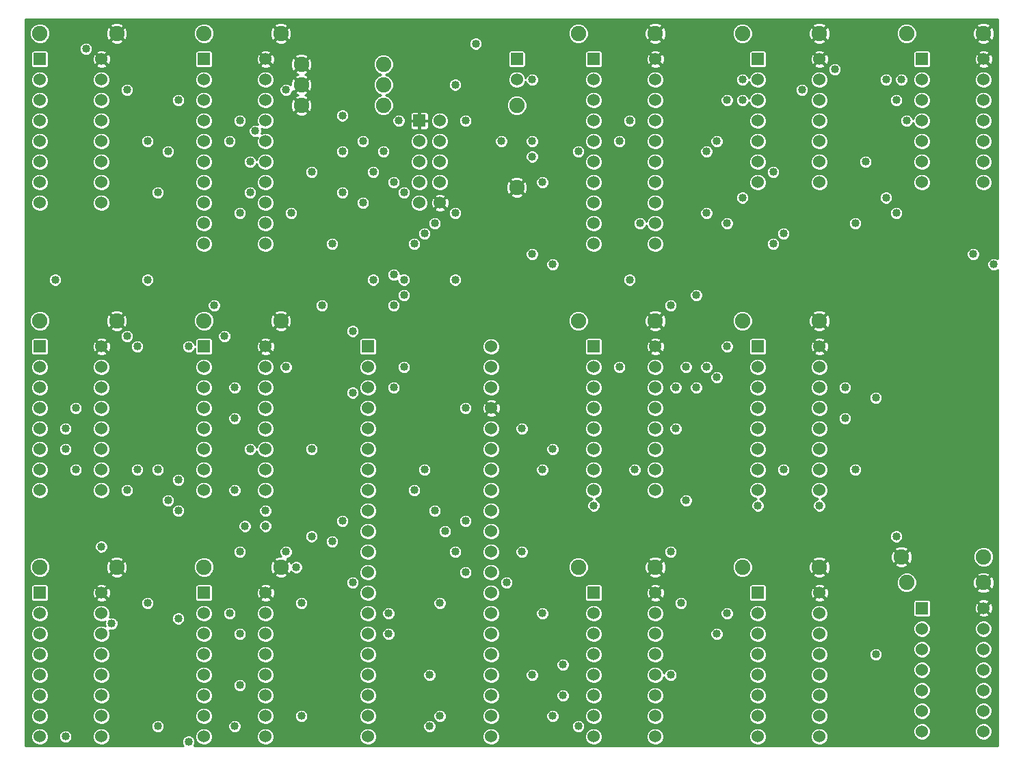
<source format=gbr>
G04 #@! TF.FileFunction,Copper,L2,Inr,Plane*
%FSLAX46Y46*%
G04 Gerber Fmt 4.6, Leading zero omitted, Abs format (unit mm)*
G04 Created by KiCad (PCBNEW 4.0.7) date 03/16/20 14:44:42*
%MOMM*%
%LPD*%
G01*
G04 APERTURE LIST*
%ADD10C,0.100000*%
%ADD11C,1.524000*%
%ADD12R,1.524000X1.524000*%
%ADD13C,1.905000*%
%ADD14C,1.016000*%
%ADD15C,0.254000*%
G04 APERTURE END LIST*
D10*
D11*
X146685000Y-116840000D03*
X146685000Y-114300000D03*
X146685000Y-111760000D03*
X146685000Y-109220000D03*
X146685000Y-106680000D03*
X146685000Y-104140000D03*
X146685000Y-101600000D03*
X146685000Y-99060000D03*
X131445000Y-116840000D03*
X131445000Y-114300000D03*
X131445000Y-111760000D03*
X131445000Y-106680000D03*
X131445000Y-104140000D03*
X131445000Y-101600000D03*
X131445000Y-109220000D03*
X131445000Y-99060000D03*
D12*
X131445000Y-68580000D03*
D11*
X131445000Y-71120000D03*
X131445000Y-73660000D03*
X131445000Y-76200000D03*
X131445000Y-78740000D03*
X131445000Y-81280000D03*
X131445000Y-83820000D03*
X131445000Y-86360000D03*
X131445000Y-88900000D03*
X131445000Y-91440000D03*
X131445000Y-93980000D03*
X131445000Y-96520000D03*
X146685000Y-96520000D03*
X146685000Y-93980000D03*
X146685000Y-91440000D03*
X146685000Y-88900000D03*
X146685000Y-86360000D03*
X146685000Y-83820000D03*
X146685000Y-81280000D03*
X146685000Y-78740000D03*
X146685000Y-76200000D03*
X146685000Y-73660000D03*
X146685000Y-71120000D03*
X146685000Y-68580000D03*
X90805000Y-76200000D03*
X90805000Y-73660000D03*
X90805000Y-71120000D03*
D12*
X90805000Y-68580000D03*
D11*
X90805000Y-78740000D03*
X90805000Y-81280000D03*
X90805000Y-83820000D03*
X90805000Y-86360000D03*
X98425000Y-86360000D03*
X98425000Y-83820000D03*
X98425000Y-81280000D03*
X98425000Y-78740000D03*
X98425000Y-76200000D03*
X98425000Y-73660000D03*
X98425000Y-71120000D03*
X98425000Y-68580000D03*
D12*
X137795000Y-40640000D03*
D11*
X137795000Y-43180000D03*
X137795000Y-45720000D03*
X137795000Y-48260000D03*
X137795000Y-50800000D03*
X140335000Y-45720000D03*
X140335000Y-43180000D03*
X140335000Y-40640000D03*
X140335000Y-48260000D03*
X140335000Y-50800000D03*
X90805000Y-106680000D03*
X90805000Y-104140000D03*
X90805000Y-101600000D03*
D12*
X90805000Y-99060000D03*
D11*
X90805000Y-109220000D03*
X90805000Y-111760000D03*
X90805000Y-114300000D03*
X90805000Y-116840000D03*
X98425000Y-116840000D03*
X98425000Y-114300000D03*
X98425000Y-111760000D03*
X98425000Y-109220000D03*
X98425000Y-106680000D03*
X98425000Y-104140000D03*
X98425000Y-101600000D03*
X98425000Y-99060000D03*
X111125000Y-76200000D03*
X111125000Y-73660000D03*
X111125000Y-71120000D03*
D12*
X111125000Y-68580000D03*
D11*
X111125000Y-78740000D03*
X111125000Y-81280000D03*
X111125000Y-83820000D03*
X111125000Y-86360000D03*
X118745000Y-86360000D03*
X118745000Y-83820000D03*
X118745000Y-81280000D03*
X118745000Y-78740000D03*
X118745000Y-76200000D03*
X118745000Y-73660000D03*
X118745000Y-71120000D03*
X118745000Y-68580000D03*
D12*
X159385000Y-33020000D03*
D11*
X159385000Y-35560000D03*
X159385000Y-38100000D03*
X159385000Y-40640000D03*
X159385000Y-43180000D03*
X159385000Y-45720000D03*
X159385000Y-48260000D03*
X159385000Y-50800000D03*
X159385000Y-53340000D03*
X159385000Y-55880000D03*
X167005000Y-55880000D03*
X167005000Y-53340000D03*
X167005000Y-50800000D03*
X167005000Y-48260000D03*
X167005000Y-45720000D03*
X167005000Y-43180000D03*
X167005000Y-40640000D03*
X167005000Y-38100000D03*
X167005000Y-35560000D03*
X167005000Y-33020000D03*
D12*
X111125000Y-33020000D03*
D11*
X111125000Y-35560000D03*
X111125000Y-38100000D03*
X111125000Y-40640000D03*
X111125000Y-43180000D03*
X111125000Y-45720000D03*
X111125000Y-48260000D03*
X111125000Y-50800000D03*
X111125000Y-53340000D03*
X111125000Y-55880000D03*
X118745000Y-55880000D03*
X118745000Y-53340000D03*
X118745000Y-50800000D03*
X118745000Y-48260000D03*
X118745000Y-45720000D03*
X118745000Y-43180000D03*
X118745000Y-40640000D03*
X118745000Y-38100000D03*
X118745000Y-35560000D03*
X118745000Y-33020000D03*
D13*
X100330000Y-65405000D03*
X90805000Y-65405000D03*
X120650000Y-65405000D03*
X111125000Y-65405000D03*
X167005000Y-65405000D03*
X157480000Y-65405000D03*
X187325000Y-65405000D03*
X177800000Y-65405000D03*
X100330000Y-29845000D03*
X90805000Y-29845000D03*
X187325000Y-95885000D03*
X177800000Y-95885000D03*
X167005000Y-95885000D03*
X157480000Y-95885000D03*
X120650000Y-95885000D03*
X111125000Y-95885000D03*
X100330000Y-95885000D03*
X90805000Y-95885000D03*
X167005000Y-29845000D03*
X157480000Y-29845000D03*
X120650000Y-29845000D03*
X111125000Y-29845000D03*
X207645000Y-29845000D03*
X198120000Y-29845000D03*
X187325000Y-29845000D03*
X177800000Y-29845000D03*
X207645000Y-97790000D03*
X198120000Y-97790000D03*
D12*
X149860000Y-33020000D03*
D11*
X149860000Y-35560000D03*
D13*
X149860000Y-48895000D03*
X149860000Y-38735000D03*
X197485000Y-94615000D03*
X207645000Y-94615000D03*
X123190000Y-33655000D03*
X133350000Y-33655000D03*
X123190000Y-36195000D03*
X133350000Y-36195000D03*
X123190000Y-38735000D03*
X133350000Y-38735000D03*
D11*
X159385000Y-76200000D03*
X159385000Y-73660000D03*
X159385000Y-71120000D03*
D12*
X159385000Y-68580000D03*
D11*
X159385000Y-78740000D03*
X159385000Y-81280000D03*
X159385000Y-83820000D03*
X159385000Y-86360000D03*
X167005000Y-86360000D03*
X167005000Y-83820000D03*
X167005000Y-81280000D03*
X167005000Y-78740000D03*
X167005000Y-76200000D03*
X167005000Y-73660000D03*
X167005000Y-71120000D03*
X167005000Y-68580000D03*
X179705000Y-76200000D03*
X179705000Y-73660000D03*
X179705000Y-71120000D03*
D12*
X179705000Y-68580000D03*
D11*
X179705000Y-78740000D03*
X179705000Y-81280000D03*
X179705000Y-83820000D03*
X179705000Y-86360000D03*
X187325000Y-86360000D03*
X187325000Y-83820000D03*
X187325000Y-81280000D03*
X187325000Y-78740000D03*
X187325000Y-76200000D03*
X187325000Y-73660000D03*
X187325000Y-71120000D03*
X187325000Y-68580000D03*
X90805000Y-40640000D03*
X90805000Y-38100000D03*
X90805000Y-35560000D03*
D12*
X90805000Y-33020000D03*
D11*
X90805000Y-43180000D03*
X90805000Y-45720000D03*
X90805000Y-48260000D03*
X90805000Y-50800000D03*
X98425000Y-50800000D03*
X98425000Y-48260000D03*
X98425000Y-45720000D03*
X98425000Y-43180000D03*
X98425000Y-40640000D03*
X98425000Y-38100000D03*
X98425000Y-35560000D03*
X98425000Y-33020000D03*
X179705000Y-106680000D03*
X179705000Y-104140000D03*
X179705000Y-101600000D03*
D12*
X179705000Y-99060000D03*
D11*
X179705000Y-109220000D03*
X179705000Y-111760000D03*
X179705000Y-114300000D03*
X179705000Y-116840000D03*
X187325000Y-116840000D03*
X187325000Y-114300000D03*
X187325000Y-111760000D03*
X187325000Y-109220000D03*
X187325000Y-106680000D03*
X187325000Y-104140000D03*
X187325000Y-101600000D03*
X187325000Y-99060000D03*
X159385000Y-106680000D03*
X159385000Y-104140000D03*
X159385000Y-101600000D03*
D12*
X159385000Y-99060000D03*
D11*
X159385000Y-109220000D03*
X159385000Y-111760000D03*
X159385000Y-114300000D03*
X159385000Y-116840000D03*
X167005000Y-116840000D03*
X167005000Y-114300000D03*
X167005000Y-111760000D03*
X167005000Y-109220000D03*
X167005000Y-106680000D03*
X167005000Y-104140000D03*
X167005000Y-101600000D03*
X167005000Y-99060000D03*
X111125000Y-106680000D03*
X111125000Y-104140000D03*
X111125000Y-101600000D03*
D12*
X111125000Y-99060000D03*
D11*
X111125000Y-109220000D03*
X111125000Y-111760000D03*
X111125000Y-114300000D03*
X111125000Y-116840000D03*
X118745000Y-116840000D03*
X118745000Y-114300000D03*
X118745000Y-111760000D03*
X118745000Y-109220000D03*
X118745000Y-106680000D03*
X118745000Y-104140000D03*
X118745000Y-101600000D03*
X118745000Y-99060000D03*
X200025000Y-40640000D03*
X200025000Y-38100000D03*
D12*
X200025000Y-33020000D03*
D11*
X200025000Y-35560000D03*
X200025000Y-43180000D03*
X200025000Y-45720000D03*
X200025000Y-48260000D03*
X207645000Y-48260000D03*
X207645000Y-45720000D03*
X207645000Y-43180000D03*
X207645000Y-40640000D03*
X207645000Y-38100000D03*
X207645000Y-35560000D03*
X207645000Y-33020000D03*
X179705000Y-40640000D03*
X179705000Y-38100000D03*
D12*
X179705000Y-33020000D03*
D11*
X179705000Y-35560000D03*
X179705000Y-43180000D03*
X179705000Y-45720000D03*
X179705000Y-48260000D03*
X187325000Y-48260000D03*
X187325000Y-45720000D03*
X187325000Y-43180000D03*
X187325000Y-40640000D03*
X187325000Y-38100000D03*
X187325000Y-35560000D03*
X187325000Y-33020000D03*
X200025000Y-108585000D03*
X200025000Y-106045000D03*
D12*
X200025000Y-100965000D03*
D11*
X200025000Y-103505000D03*
X200025000Y-111125000D03*
X200025000Y-113665000D03*
X200025000Y-116205000D03*
X207645000Y-116205000D03*
X207645000Y-113665000D03*
X207645000Y-111125000D03*
X207645000Y-108585000D03*
X207645000Y-106045000D03*
X207645000Y-103505000D03*
X207645000Y-100965000D03*
D14*
X172085000Y-73660000D03*
X135255000Y-40640000D03*
X142240000Y-36195000D03*
X114935000Y-115570000D03*
X114300000Y-101600000D03*
X189230000Y-34290000D03*
X151765000Y-57150000D03*
X206375000Y-57150000D03*
X154305000Y-81280000D03*
X154305000Y-58420000D03*
X208915000Y-58420000D03*
X195580000Y-35560000D03*
X162560000Y-71120000D03*
X155575000Y-107950000D03*
X155575000Y-111760000D03*
X139065000Y-109220000D03*
X139065000Y-115570000D03*
X140335000Y-100330000D03*
X140335000Y-114300000D03*
X133985000Y-101600000D03*
X133985000Y-104140000D03*
X121285000Y-93980000D03*
X115570000Y-93980000D03*
X115570000Y-104140000D03*
X123190000Y-100330000D03*
X198120000Y-40640000D03*
X151765000Y-109220000D03*
X193040000Y-45720000D03*
X181610000Y-46990000D03*
X195580000Y-50165000D03*
X177800000Y-50165000D03*
X194310000Y-106680000D03*
X194310000Y-74930000D03*
X144780000Y-31115000D03*
X181610000Y-55880000D03*
X177800000Y-38100000D03*
X177800000Y-35560000D03*
X96520000Y-31750000D03*
X143510000Y-76200000D03*
X143510000Y-40640000D03*
X196850000Y-38100000D03*
X197485000Y-35560000D03*
X133350000Y-44450000D03*
X117475000Y-41910000D03*
X130810000Y-43180000D03*
X182880000Y-83820000D03*
X182880000Y-54610000D03*
X168910000Y-109220000D03*
X168910000Y-93980000D03*
X150495000Y-93980000D03*
X173355000Y-71120000D03*
X157480000Y-115570000D03*
X164465000Y-83820000D03*
X162560000Y-43180000D03*
X174625000Y-104140000D03*
X174625000Y-72390000D03*
X175895000Y-101600000D03*
X175895000Y-68580000D03*
X179705000Y-88265000D03*
X187325000Y-88265000D03*
X174625000Y-43180000D03*
X190500000Y-73660000D03*
X190500000Y-77470000D03*
X169545000Y-73660000D03*
X169545000Y-78740000D03*
X175895000Y-38100000D03*
X191770000Y-83820000D03*
X191770000Y-53340000D03*
X175895000Y-53340000D03*
X114935000Y-73660000D03*
X114935000Y-77470000D03*
X165100000Y-53340000D03*
X154305000Y-114300000D03*
X170180000Y-100330000D03*
X153035000Y-83820000D03*
X153035000Y-48260000D03*
X153035000Y-101600000D03*
X170815000Y-71120000D03*
X170815000Y-87630000D03*
X159385000Y-88265000D03*
X168910000Y-63500000D03*
X134620000Y-63500000D03*
X134620000Y-73660000D03*
X135890000Y-71120000D03*
X135890000Y-62230000D03*
X172085000Y-62230000D03*
X137160000Y-55880000D03*
X137160000Y-86360000D03*
X138430000Y-83820000D03*
X138430000Y-54610000D03*
X139700000Y-53340000D03*
X139700000Y-88900000D03*
X142240000Y-52070000D03*
X140970000Y-91440000D03*
X163830000Y-40640000D03*
X163830000Y-60325000D03*
X142240000Y-60325000D03*
X142240000Y-93980000D03*
X150495000Y-78740000D03*
X147955000Y-43180000D03*
X151765000Y-35560000D03*
X151765000Y-43180000D03*
X151765000Y-45085000D03*
X157480000Y-44450000D03*
X196850000Y-92075000D03*
X196850000Y-52070000D03*
X173355000Y-44450000D03*
X173355000Y-52070000D03*
X107950000Y-85090000D03*
X107950000Y-38100000D03*
X106680000Y-87630000D03*
X106680000Y-44450000D03*
X143510000Y-90170000D03*
X143510000Y-96520000D03*
X128270000Y-90170000D03*
X128270000Y-49530000D03*
X116840000Y-49530000D03*
X129540000Y-97790000D03*
X125730000Y-63500000D03*
X148590000Y-97790000D03*
X112395000Y-63500000D03*
X127000000Y-92710000D03*
X127000000Y-55880000D03*
X93980000Y-78740000D03*
X95250000Y-76200000D03*
X130810000Y-50800000D03*
X135890000Y-49530000D03*
X135890000Y-60325000D03*
X129540000Y-74295000D03*
X129540000Y-66675000D03*
X134620000Y-48260000D03*
X134620000Y-59690000D03*
X132080000Y-46990000D03*
X132080000Y-60325000D03*
X124460000Y-81280000D03*
X124460000Y-46990000D03*
X121285000Y-36830000D03*
X124460000Y-92075000D03*
X122555000Y-95885000D03*
X121920000Y-52070000D03*
X115570000Y-52070000D03*
X123190000Y-114300000D03*
X115570000Y-110490000D03*
X116840000Y-81280000D03*
X93980000Y-81280000D03*
X93980000Y-116840000D03*
X95250000Y-83820000D03*
X99695000Y-102870000D03*
X98425000Y-93345000D03*
X104140000Y-100330000D03*
X104140000Y-60325000D03*
X92710000Y-60325000D03*
X118745000Y-88900000D03*
X107950000Y-102235000D03*
X107950000Y-88900000D03*
X116205000Y-90805000D03*
X118745000Y-90805000D03*
X105410000Y-83820000D03*
X109220000Y-117475000D03*
X105410000Y-115570000D03*
X105410000Y-49530000D03*
X115570000Y-40640000D03*
X116840000Y-45720000D03*
X121285000Y-71120000D03*
X114935000Y-86360000D03*
X114300000Y-43180000D03*
X128270000Y-40005000D03*
X128270000Y-44450000D03*
X109220000Y-68580000D03*
X102870000Y-68580000D03*
X102870000Y-83820000D03*
X113665000Y-67310000D03*
X101600000Y-67310000D03*
X101600000Y-86360000D03*
X104140000Y-43180000D03*
X101600000Y-36830000D03*
X185166000Y-36830000D03*
D15*
G36*
X209423000Y-57746987D02*
X209388607Y-57712534D01*
X209081821Y-57585145D01*
X208749637Y-57584855D01*
X208442628Y-57711708D01*
X208207534Y-57946393D01*
X208080145Y-58253179D01*
X208079855Y-58585363D01*
X208206708Y-58892372D01*
X208441393Y-59127466D01*
X208748179Y-59254855D01*
X209080363Y-59255145D01*
X209387372Y-59128292D01*
X209423000Y-59092726D01*
X209423000Y-117983000D01*
X109893013Y-117983000D01*
X109927466Y-117948607D01*
X110054855Y-117641821D01*
X110055145Y-117309637D01*
X109950207Y-117055665D01*
X110035811Y-117055665D01*
X110201252Y-117456063D01*
X110507326Y-117762671D01*
X110907434Y-117928811D01*
X111340665Y-117929189D01*
X111741063Y-117763748D01*
X112047671Y-117457674D01*
X112213811Y-117057566D01*
X112213812Y-117055665D01*
X117655811Y-117055665D01*
X117821252Y-117456063D01*
X118127326Y-117762671D01*
X118527434Y-117928811D01*
X118960665Y-117929189D01*
X119361063Y-117763748D01*
X119667671Y-117457674D01*
X119833811Y-117057566D01*
X119833812Y-117055665D01*
X130355811Y-117055665D01*
X130521252Y-117456063D01*
X130827326Y-117762671D01*
X131227434Y-117928811D01*
X131660665Y-117929189D01*
X132061063Y-117763748D01*
X132367671Y-117457674D01*
X132533811Y-117057566D01*
X132533812Y-117055665D01*
X145595811Y-117055665D01*
X145761252Y-117456063D01*
X146067326Y-117762671D01*
X146467434Y-117928811D01*
X146900665Y-117929189D01*
X147301063Y-117763748D01*
X147607671Y-117457674D01*
X147773811Y-117057566D01*
X147773812Y-117055665D01*
X158295811Y-117055665D01*
X158461252Y-117456063D01*
X158767326Y-117762671D01*
X159167434Y-117928811D01*
X159600665Y-117929189D01*
X160001063Y-117763748D01*
X160307671Y-117457674D01*
X160473811Y-117057566D01*
X160473812Y-117055665D01*
X165915811Y-117055665D01*
X166081252Y-117456063D01*
X166387326Y-117762671D01*
X166787434Y-117928811D01*
X167220665Y-117929189D01*
X167621063Y-117763748D01*
X167927671Y-117457674D01*
X168093811Y-117057566D01*
X168093812Y-117055665D01*
X178615811Y-117055665D01*
X178781252Y-117456063D01*
X179087326Y-117762671D01*
X179487434Y-117928811D01*
X179920665Y-117929189D01*
X180321063Y-117763748D01*
X180627671Y-117457674D01*
X180793811Y-117057566D01*
X180793812Y-117055665D01*
X186235811Y-117055665D01*
X186401252Y-117456063D01*
X186707326Y-117762671D01*
X187107434Y-117928811D01*
X187540665Y-117929189D01*
X187941063Y-117763748D01*
X188247671Y-117457674D01*
X188413811Y-117057566D01*
X188414189Y-116624335D01*
X188330035Y-116420665D01*
X198935811Y-116420665D01*
X199101252Y-116821063D01*
X199407326Y-117127671D01*
X199807434Y-117293811D01*
X200240665Y-117294189D01*
X200641063Y-117128748D01*
X200947671Y-116822674D01*
X201113811Y-116422566D01*
X201113812Y-116420665D01*
X206555811Y-116420665D01*
X206721252Y-116821063D01*
X207027326Y-117127671D01*
X207427434Y-117293811D01*
X207860665Y-117294189D01*
X208261063Y-117128748D01*
X208567671Y-116822674D01*
X208733811Y-116422566D01*
X208734189Y-115989335D01*
X208568748Y-115588937D01*
X208262674Y-115282329D01*
X207862566Y-115116189D01*
X207429335Y-115115811D01*
X207028937Y-115281252D01*
X206722329Y-115587326D01*
X206556189Y-115987434D01*
X206555811Y-116420665D01*
X201113812Y-116420665D01*
X201114189Y-115989335D01*
X200948748Y-115588937D01*
X200642674Y-115282329D01*
X200242566Y-115116189D01*
X199809335Y-115115811D01*
X199408937Y-115281252D01*
X199102329Y-115587326D01*
X198936189Y-115987434D01*
X198935811Y-116420665D01*
X188330035Y-116420665D01*
X188248748Y-116223937D01*
X187942674Y-115917329D01*
X187542566Y-115751189D01*
X187109335Y-115750811D01*
X186708937Y-115916252D01*
X186402329Y-116222326D01*
X186236189Y-116622434D01*
X186235811Y-117055665D01*
X180793812Y-117055665D01*
X180794189Y-116624335D01*
X180628748Y-116223937D01*
X180322674Y-115917329D01*
X179922566Y-115751189D01*
X179489335Y-115750811D01*
X179088937Y-115916252D01*
X178782329Y-116222326D01*
X178616189Y-116622434D01*
X178615811Y-117055665D01*
X168093812Y-117055665D01*
X168094189Y-116624335D01*
X167928748Y-116223937D01*
X167622674Y-115917329D01*
X167222566Y-115751189D01*
X166789335Y-115750811D01*
X166388937Y-115916252D01*
X166082329Y-116222326D01*
X165916189Y-116622434D01*
X165915811Y-117055665D01*
X160473812Y-117055665D01*
X160474189Y-116624335D01*
X160308748Y-116223937D01*
X160002674Y-115917329D01*
X159602566Y-115751189D01*
X159169335Y-115750811D01*
X158768937Y-115916252D01*
X158462329Y-116222326D01*
X158296189Y-116622434D01*
X158295811Y-117055665D01*
X147773812Y-117055665D01*
X147774189Y-116624335D01*
X147608748Y-116223937D01*
X147302674Y-115917329D01*
X146902566Y-115751189D01*
X146469335Y-115750811D01*
X146068937Y-115916252D01*
X145762329Y-116222326D01*
X145596189Y-116622434D01*
X145595811Y-117055665D01*
X132533812Y-117055665D01*
X132534189Y-116624335D01*
X132368748Y-116223937D01*
X132062674Y-115917329D01*
X131662566Y-115751189D01*
X131229335Y-115750811D01*
X130828937Y-115916252D01*
X130522329Y-116222326D01*
X130356189Y-116622434D01*
X130355811Y-117055665D01*
X119833812Y-117055665D01*
X119834189Y-116624335D01*
X119668748Y-116223937D01*
X119362674Y-115917329D01*
X118962566Y-115751189D01*
X118529335Y-115750811D01*
X118128937Y-115916252D01*
X117822329Y-116222326D01*
X117656189Y-116622434D01*
X117655811Y-117055665D01*
X112213812Y-117055665D01*
X112214189Y-116624335D01*
X112048748Y-116223937D01*
X111742674Y-115917329D01*
X111342566Y-115751189D01*
X110909335Y-115750811D01*
X110508937Y-115916252D01*
X110202329Y-116222326D01*
X110036189Y-116622434D01*
X110035811Y-117055665D01*
X109950207Y-117055665D01*
X109928292Y-117002628D01*
X109693607Y-116767534D01*
X109386821Y-116640145D01*
X109054637Y-116639855D01*
X108747628Y-116766708D01*
X108512534Y-117001393D01*
X108385145Y-117308179D01*
X108384855Y-117640363D01*
X108511708Y-117947372D01*
X108547274Y-117983000D01*
X89027000Y-117983000D01*
X89027000Y-117055665D01*
X89715811Y-117055665D01*
X89881252Y-117456063D01*
X90187326Y-117762671D01*
X90587434Y-117928811D01*
X91020665Y-117929189D01*
X91421063Y-117763748D01*
X91727671Y-117457674D01*
X91893811Y-117057566D01*
X91893856Y-117005363D01*
X93144855Y-117005363D01*
X93271708Y-117312372D01*
X93506393Y-117547466D01*
X93813179Y-117674855D01*
X94145363Y-117675145D01*
X94452372Y-117548292D01*
X94687466Y-117313607D01*
X94794573Y-117055665D01*
X97335811Y-117055665D01*
X97501252Y-117456063D01*
X97807326Y-117762671D01*
X98207434Y-117928811D01*
X98640665Y-117929189D01*
X99041063Y-117763748D01*
X99347671Y-117457674D01*
X99513811Y-117057566D01*
X99514189Y-116624335D01*
X99348748Y-116223937D01*
X99042674Y-115917329D01*
X98642566Y-115751189D01*
X98209335Y-115750811D01*
X97808937Y-115916252D01*
X97502329Y-116222326D01*
X97336189Y-116622434D01*
X97335811Y-117055665D01*
X94794573Y-117055665D01*
X94814855Y-117006821D01*
X94815145Y-116674637D01*
X94688292Y-116367628D01*
X94453607Y-116132534D01*
X94146821Y-116005145D01*
X93814637Y-116004855D01*
X93507628Y-116131708D01*
X93272534Y-116366393D01*
X93145145Y-116673179D01*
X93144855Y-117005363D01*
X91893856Y-117005363D01*
X91894189Y-116624335D01*
X91728748Y-116223937D01*
X91422674Y-115917329D01*
X91022566Y-115751189D01*
X90589335Y-115750811D01*
X90188937Y-115916252D01*
X89882329Y-116222326D01*
X89716189Y-116622434D01*
X89715811Y-117055665D01*
X89027000Y-117055665D01*
X89027000Y-115735363D01*
X104574855Y-115735363D01*
X104701708Y-116042372D01*
X104936393Y-116277466D01*
X105243179Y-116404855D01*
X105575363Y-116405145D01*
X105882372Y-116278292D01*
X106117466Y-116043607D01*
X106244855Y-115736821D01*
X106244856Y-115735363D01*
X114099855Y-115735363D01*
X114226708Y-116042372D01*
X114461393Y-116277466D01*
X114768179Y-116404855D01*
X115100363Y-116405145D01*
X115407372Y-116278292D01*
X115642466Y-116043607D01*
X115769855Y-115736821D01*
X115769856Y-115735363D01*
X138229855Y-115735363D01*
X138356708Y-116042372D01*
X138591393Y-116277466D01*
X138898179Y-116404855D01*
X139230363Y-116405145D01*
X139537372Y-116278292D01*
X139772466Y-116043607D01*
X139899855Y-115736821D01*
X139899856Y-115735363D01*
X156644855Y-115735363D01*
X156771708Y-116042372D01*
X157006393Y-116277466D01*
X157313179Y-116404855D01*
X157645363Y-116405145D01*
X157952372Y-116278292D01*
X158187466Y-116043607D01*
X158314855Y-115736821D01*
X158315145Y-115404637D01*
X158188292Y-115097628D01*
X157953607Y-114862534D01*
X157646821Y-114735145D01*
X157314637Y-114734855D01*
X157007628Y-114861708D01*
X156772534Y-115096393D01*
X156645145Y-115403179D01*
X156644855Y-115735363D01*
X139899856Y-115735363D01*
X139900145Y-115404637D01*
X139773292Y-115097628D01*
X139538607Y-114862534D01*
X139231821Y-114735145D01*
X138899637Y-114734855D01*
X138592628Y-114861708D01*
X138357534Y-115096393D01*
X138230145Y-115403179D01*
X138229855Y-115735363D01*
X115769856Y-115735363D01*
X115770145Y-115404637D01*
X115643292Y-115097628D01*
X115408607Y-114862534D01*
X115101821Y-114735145D01*
X114769637Y-114734855D01*
X114462628Y-114861708D01*
X114227534Y-115096393D01*
X114100145Y-115403179D01*
X114099855Y-115735363D01*
X106244856Y-115735363D01*
X106245145Y-115404637D01*
X106118292Y-115097628D01*
X105883607Y-114862534D01*
X105576821Y-114735145D01*
X105244637Y-114734855D01*
X104937628Y-114861708D01*
X104702534Y-115096393D01*
X104575145Y-115403179D01*
X104574855Y-115735363D01*
X89027000Y-115735363D01*
X89027000Y-114515665D01*
X89715811Y-114515665D01*
X89881252Y-114916063D01*
X90187326Y-115222671D01*
X90587434Y-115388811D01*
X91020665Y-115389189D01*
X91421063Y-115223748D01*
X91727671Y-114917674D01*
X91893811Y-114517566D01*
X91893812Y-114515665D01*
X97335811Y-114515665D01*
X97501252Y-114916063D01*
X97807326Y-115222671D01*
X98207434Y-115388811D01*
X98640665Y-115389189D01*
X99041063Y-115223748D01*
X99347671Y-114917674D01*
X99513811Y-114517566D01*
X99513812Y-114515665D01*
X110035811Y-114515665D01*
X110201252Y-114916063D01*
X110507326Y-115222671D01*
X110907434Y-115388811D01*
X111340665Y-115389189D01*
X111741063Y-115223748D01*
X112047671Y-114917674D01*
X112213811Y-114517566D01*
X112213812Y-114515665D01*
X117655811Y-114515665D01*
X117821252Y-114916063D01*
X118127326Y-115222671D01*
X118527434Y-115388811D01*
X118960665Y-115389189D01*
X119361063Y-115223748D01*
X119667671Y-114917674D01*
X119833811Y-114517566D01*
X119833856Y-114465363D01*
X122354855Y-114465363D01*
X122481708Y-114772372D01*
X122716393Y-115007466D01*
X123023179Y-115134855D01*
X123355363Y-115135145D01*
X123662372Y-115008292D01*
X123897466Y-114773607D01*
X124004573Y-114515665D01*
X130355811Y-114515665D01*
X130521252Y-114916063D01*
X130827326Y-115222671D01*
X131227434Y-115388811D01*
X131660665Y-115389189D01*
X132061063Y-115223748D01*
X132367671Y-114917674D01*
X132533811Y-114517566D01*
X132533856Y-114465363D01*
X139499855Y-114465363D01*
X139626708Y-114772372D01*
X139861393Y-115007466D01*
X140168179Y-115134855D01*
X140500363Y-115135145D01*
X140807372Y-115008292D01*
X141042466Y-114773607D01*
X141149573Y-114515665D01*
X145595811Y-114515665D01*
X145761252Y-114916063D01*
X146067326Y-115222671D01*
X146467434Y-115388811D01*
X146900665Y-115389189D01*
X147301063Y-115223748D01*
X147607671Y-114917674D01*
X147773811Y-114517566D01*
X147773856Y-114465363D01*
X153469855Y-114465363D01*
X153596708Y-114772372D01*
X153831393Y-115007466D01*
X154138179Y-115134855D01*
X154470363Y-115135145D01*
X154777372Y-115008292D01*
X155012466Y-114773607D01*
X155119573Y-114515665D01*
X158295811Y-114515665D01*
X158461252Y-114916063D01*
X158767326Y-115222671D01*
X159167434Y-115388811D01*
X159600665Y-115389189D01*
X160001063Y-115223748D01*
X160307671Y-114917674D01*
X160473811Y-114517566D01*
X160473812Y-114515665D01*
X165915811Y-114515665D01*
X166081252Y-114916063D01*
X166387326Y-115222671D01*
X166787434Y-115388811D01*
X167220665Y-115389189D01*
X167621063Y-115223748D01*
X167927671Y-114917674D01*
X168093811Y-114517566D01*
X168093812Y-114515665D01*
X178615811Y-114515665D01*
X178781252Y-114916063D01*
X179087326Y-115222671D01*
X179487434Y-115388811D01*
X179920665Y-115389189D01*
X180321063Y-115223748D01*
X180627671Y-114917674D01*
X180793811Y-114517566D01*
X180793812Y-114515665D01*
X186235811Y-114515665D01*
X186401252Y-114916063D01*
X186707326Y-115222671D01*
X187107434Y-115388811D01*
X187540665Y-115389189D01*
X187941063Y-115223748D01*
X188247671Y-114917674D01*
X188413811Y-114517566D01*
X188414189Y-114084335D01*
X188330035Y-113880665D01*
X198935811Y-113880665D01*
X199101252Y-114281063D01*
X199407326Y-114587671D01*
X199807434Y-114753811D01*
X200240665Y-114754189D01*
X200641063Y-114588748D01*
X200947671Y-114282674D01*
X201113811Y-113882566D01*
X201113812Y-113880665D01*
X206555811Y-113880665D01*
X206721252Y-114281063D01*
X207027326Y-114587671D01*
X207427434Y-114753811D01*
X207860665Y-114754189D01*
X208261063Y-114588748D01*
X208567671Y-114282674D01*
X208733811Y-113882566D01*
X208734189Y-113449335D01*
X208568748Y-113048937D01*
X208262674Y-112742329D01*
X207862566Y-112576189D01*
X207429335Y-112575811D01*
X207028937Y-112741252D01*
X206722329Y-113047326D01*
X206556189Y-113447434D01*
X206555811Y-113880665D01*
X201113812Y-113880665D01*
X201114189Y-113449335D01*
X200948748Y-113048937D01*
X200642674Y-112742329D01*
X200242566Y-112576189D01*
X199809335Y-112575811D01*
X199408937Y-112741252D01*
X199102329Y-113047326D01*
X198936189Y-113447434D01*
X198935811Y-113880665D01*
X188330035Y-113880665D01*
X188248748Y-113683937D01*
X187942674Y-113377329D01*
X187542566Y-113211189D01*
X187109335Y-113210811D01*
X186708937Y-113376252D01*
X186402329Y-113682326D01*
X186236189Y-114082434D01*
X186235811Y-114515665D01*
X180793812Y-114515665D01*
X180794189Y-114084335D01*
X180628748Y-113683937D01*
X180322674Y-113377329D01*
X179922566Y-113211189D01*
X179489335Y-113210811D01*
X179088937Y-113376252D01*
X178782329Y-113682326D01*
X178616189Y-114082434D01*
X178615811Y-114515665D01*
X168093812Y-114515665D01*
X168094189Y-114084335D01*
X167928748Y-113683937D01*
X167622674Y-113377329D01*
X167222566Y-113211189D01*
X166789335Y-113210811D01*
X166388937Y-113376252D01*
X166082329Y-113682326D01*
X165916189Y-114082434D01*
X165915811Y-114515665D01*
X160473812Y-114515665D01*
X160474189Y-114084335D01*
X160308748Y-113683937D01*
X160002674Y-113377329D01*
X159602566Y-113211189D01*
X159169335Y-113210811D01*
X158768937Y-113376252D01*
X158462329Y-113682326D01*
X158296189Y-114082434D01*
X158295811Y-114515665D01*
X155119573Y-114515665D01*
X155139855Y-114466821D01*
X155140145Y-114134637D01*
X155013292Y-113827628D01*
X154778607Y-113592534D01*
X154471821Y-113465145D01*
X154139637Y-113464855D01*
X153832628Y-113591708D01*
X153597534Y-113826393D01*
X153470145Y-114133179D01*
X153469855Y-114465363D01*
X147773856Y-114465363D01*
X147774189Y-114084335D01*
X147608748Y-113683937D01*
X147302674Y-113377329D01*
X146902566Y-113211189D01*
X146469335Y-113210811D01*
X146068937Y-113376252D01*
X145762329Y-113682326D01*
X145596189Y-114082434D01*
X145595811Y-114515665D01*
X141149573Y-114515665D01*
X141169855Y-114466821D01*
X141170145Y-114134637D01*
X141043292Y-113827628D01*
X140808607Y-113592534D01*
X140501821Y-113465145D01*
X140169637Y-113464855D01*
X139862628Y-113591708D01*
X139627534Y-113826393D01*
X139500145Y-114133179D01*
X139499855Y-114465363D01*
X132533856Y-114465363D01*
X132534189Y-114084335D01*
X132368748Y-113683937D01*
X132062674Y-113377329D01*
X131662566Y-113211189D01*
X131229335Y-113210811D01*
X130828937Y-113376252D01*
X130522329Y-113682326D01*
X130356189Y-114082434D01*
X130355811Y-114515665D01*
X124004573Y-114515665D01*
X124024855Y-114466821D01*
X124025145Y-114134637D01*
X123898292Y-113827628D01*
X123663607Y-113592534D01*
X123356821Y-113465145D01*
X123024637Y-113464855D01*
X122717628Y-113591708D01*
X122482534Y-113826393D01*
X122355145Y-114133179D01*
X122354855Y-114465363D01*
X119833856Y-114465363D01*
X119834189Y-114084335D01*
X119668748Y-113683937D01*
X119362674Y-113377329D01*
X118962566Y-113211189D01*
X118529335Y-113210811D01*
X118128937Y-113376252D01*
X117822329Y-113682326D01*
X117656189Y-114082434D01*
X117655811Y-114515665D01*
X112213812Y-114515665D01*
X112214189Y-114084335D01*
X112048748Y-113683937D01*
X111742674Y-113377329D01*
X111342566Y-113211189D01*
X110909335Y-113210811D01*
X110508937Y-113376252D01*
X110202329Y-113682326D01*
X110036189Y-114082434D01*
X110035811Y-114515665D01*
X99513812Y-114515665D01*
X99514189Y-114084335D01*
X99348748Y-113683937D01*
X99042674Y-113377329D01*
X98642566Y-113211189D01*
X98209335Y-113210811D01*
X97808937Y-113376252D01*
X97502329Y-113682326D01*
X97336189Y-114082434D01*
X97335811Y-114515665D01*
X91893812Y-114515665D01*
X91894189Y-114084335D01*
X91728748Y-113683937D01*
X91422674Y-113377329D01*
X91022566Y-113211189D01*
X90589335Y-113210811D01*
X90188937Y-113376252D01*
X89882329Y-113682326D01*
X89716189Y-114082434D01*
X89715811Y-114515665D01*
X89027000Y-114515665D01*
X89027000Y-111975665D01*
X89715811Y-111975665D01*
X89881252Y-112376063D01*
X90187326Y-112682671D01*
X90587434Y-112848811D01*
X91020665Y-112849189D01*
X91421063Y-112683748D01*
X91727671Y-112377674D01*
X91893811Y-111977566D01*
X91893812Y-111975665D01*
X97335811Y-111975665D01*
X97501252Y-112376063D01*
X97807326Y-112682671D01*
X98207434Y-112848811D01*
X98640665Y-112849189D01*
X99041063Y-112683748D01*
X99347671Y-112377674D01*
X99513811Y-111977566D01*
X99513812Y-111975665D01*
X110035811Y-111975665D01*
X110201252Y-112376063D01*
X110507326Y-112682671D01*
X110907434Y-112848811D01*
X111340665Y-112849189D01*
X111741063Y-112683748D01*
X112047671Y-112377674D01*
X112213811Y-111977566D01*
X112213812Y-111975665D01*
X117655811Y-111975665D01*
X117821252Y-112376063D01*
X118127326Y-112682671D01*
X118527434Y-112848811D01*
X118960665Y-112849189D01*
X119361063Y-112683748D01*
X119667671Y-112377674D01*
X119833811Y-111977566D01*
X119833812Y-111975665D01*
X130355811Y-111975665D01*
X130521252Y-112376063D01*
X130827326Y-112682671D01*
X131227434Y-112848811D01*
X131660665Y-112849189D01*
X132061063Y-112683748D01*
X132367671Y-112377674D01*
X132533811Y-111977566D01*
X132533812Y-111975665D01*
X145595811Y-111975665D01*
X145761252Y-112376063D01*
X146067326Y-112682671D01*
X146467434Y-112848811D01*
X146900665Y-112849189D01*
X147301063Y-112683748D01*
X147607671Y-112377674D01*
X147773811Y-111977566D01*
X147773856Y-111925363D01*
X154739855Y-111925363D01*
X154866708Y-112232372D01*
X155101393Y-112467466D01*
X155408179Y-112594855D01*
X155740363Y-112595145D01*
X156047372Y-112468292D01*
X156282466Y-112233607D01*
X156389573Y-111975665D01*
X158295811Y-111975665D01*
X158461252Y-112376063D01*
X158767326Y-112682671D01*
X159167434Y-112848811D01*
X159600665Y-112849189D01*
X160001063Y-112683748D01*
X160307671Y-112377674D01*
X160473811Y-111977566D01*
X160473812Y-111975665D01*
X165915811Y-111975665D01*
X166081252Y-112376063D01*
X166387326Y-112682671D01*
X166787434Y-112848811D01*
X167220665Y-112849189D01*
X167621063Y-112683748D01*
X167927671Y-112377674D01*
X168093811Y-111977566D01*
X168093812Y-111975665D01*
X178615811Y-111975665D01*
X178781252Y-112376063D01*
X179087326Y-112682671D01*
X179487434Y-112848811D01*
X179920665Y-112849189D01*
X180321063Y-112683748D01*
X180627671Y-112377674D01*
X180793811Y-111977566D01*
X180793812Y-111975665D01*
X186235811Y-111975665D01*
X186401252Y-112376063D01*
X186707326Y-112682671D01*
X187107434Y-112848811D01*
X187540665Y-112849189D01*
X187941063Y-112683748D01*
X188247671Y-112377674D01*
X188413811Y-111977566D01*
X188414189Y-111544335D01*
X188330035Y-111340665D01*
X198935811Y-111340665D01*
X199101252Y-111741063D01*
X199407326Y-112047671D01*
X199807434Y-112213811D01*
X200240665Y-112214189D01*
X200641063Y-112048748D01*
X200947671Y-111742674D01*
X201113811Y-111342566D01*
X201113812Y-111340665D01*
X206555811Y-111340665D01*
X206721252Y-111741063D01*
X207027326Y-112047671D01*
X207427434Y-112213811D01*
X207860665Y-112214189D01*
X208261063Y-112048748D01*
X208567671Y-111742674D01*
X208733811Y-111342566D01*
X208734189Y-110909335D01*
X208568748Y-110508937D01*
X208262674Y-110202329D01*
X207862566Y-110036189D01*
X207429335Y-110035811D01*
X207028937Y-110201252D01*
X206722329Y-110507326D01*
X206556189Y-110907434D01*
X206555811Y-111340665D01*
X201113812Y-111340665D01*
X201114189Y-110909335D01*
X200948748Y-110508937D01*
X200642674Y-110202329D01*
X200242566Y-110036189D01*
X199809335Y-110035811D01*
X199408937Y-110201252D01*
X199102329Y-110507326D01*
X198936189Y-110907434D01*
X198935811Y-111340665D01*
X188330035Y-111340665D01*
X188248748Y-111143937D01*
X187942674Y-110837329D01*
X187542566Y-110671189D01*
X187109335Y-110670811D01*
X186708937Y-110836252D01*
X186402329Y-111142326D01*
X186236189Y-111542434D01*
X186235811Y-111975665D01*
X180793812Y-111975665D01*
X180794189Y-111544335D01*
X180628748Y-111143937D01*
X180322674Y-110837329D01*
X179922566Y-110671189D01*
X179489335Y-110670811D01*
X179088937Y-110836252D01*
X178782329Y-111142326D01*
X178616189Y-111542434D01*
X178615811Y-111975665D01*
X168093812Y-111975665D01*
X168094189Y-111544335D01*
X167928748Y-111143937D01*
X167622674Y-110837329D01*
X167222566Y-110671189D01*
X166789335Y-110670811D01*
X166388937Y-110836252D01*
X166082329Y-111142326D01*
X165916189Y-111542434D01*
X165915811Y-111975665D01*
X160473812Y-111975665D01*
X160474189Y-111544335D01*
X160308748Y-111143937D01*
X160002674Y-110837329D01*
X159602566Y-110671189D01*
X159169335Y-110670811D01*
X158768937Y-110836252D01*
X158462329Y-111142326D01*
X158296189Y-111542434D01*
X158295811Y-111975665D01*
X156389573Y-111975665D01*
X156409855Y-111926821D01*
X156410145Y-111594637D01*
X156283292Y-111287628D01*
X156048607Y-111052534D01*
X155741821Y-110925145D01*
X155409637Y-110924855D01*
X155102628Y-111051708D01*
X154867534Y-111286393D01*
X154740145Y-111593179D01*
X154739855Y-111925363D01*
X147773856Y-111925363D01*
X147774189Y-111544335D01*
X147608748Y-111143937D01*
X147302674Y-110837329D01*
X146902566Y-110671189D01*
X146469335Y-110670811D01*
X146068937Y-110836252D01*
X145762329Y-111142326D01*
X145596189Y-111542434D01*
X145595811Y-111975665D01*
X132533812Y-111975665D01*
X132534189Y-111544335D01*
X132368748Y-111143937D01*
X132062674Y-110837329D01*
X131662566Y-110671189D01*
X131229335Y-110670811D01*
X130828937Y-110836252D01*
X130522329Y-111142326D01*
X130356189Y-111542434D01*
X130355811Y-111975665D01*
X119833812Y-111975665D01*
X119834189Y-111544335D01*
X119668748Y-111143937D01*
X119362674Y-110837329D01*
X118962566Y-110671189D01*
X118529335Y-110670811D01*
X118128937Y-110836252D01*
X117822329Y-111142326D01*
X117656189Y-111542434D01*
X117655811Y-111975665D01*
X112213812Y-111975665D01*
X112214189Y-111544335D01*
X112048748Y-111143937D01*
X111742674Y-110837329D01*
X111342566Y-110671189D01*
X110909335Y-110670811D01*
X110508937Y-110836252D01*
X110202329Y-111142326D01*
X110036189Y-111542434D01*
X110035811Y-111975665D01*
X99513812Y-111975665D01*
X99514189Y-111544335D01*
X99348748Y-111143937D01*
X99042674Y-110837329D01*
X98642566Y-110671189D01*
X98209335Y-110670811D01*
X97808937Y-110836252D01*
X97502329Y-111142326D01*
X97336189Y-111542434D01*
X97335811Y-111975665D01*
X91893812Y-111975665D01*
X91894189Y-111544335D01*
X91728748Y-111143937D01*
X91422674Y-110837329D01*
X91022566Y-110671189D01*
X90589335Y-110670811D01*
X90188937Y-110836252D01*
X89882329Y-111142326D01*
X89716189Y-111542434D01*
X89715811Y-111975665D01*
X89027000Y-111975665D01*
X89027000Y-110655363D01*
X114734855Y-110655363D01*
X114861708Y-110962372D01*
X115096393Y-111197466D01*
X115403179Y-111324855D01*
X115735363Y-111325145D01*
X116042372Y-111198292D01*
X116277466Y-110963607D01*
X116404855Y-110656821D01*
X116405145Y-110324637D01*
X116278292Y-110017628D01*
X116043607Y-109782534D01*
X115736821Y-109655145D01*
X115404637Y-109654855D01*
X115097628Y-109781708D01*
X114862534Y-110016393D01*
X114735145Y-110323179D01*
X114734855Y-110655363D01*
X89027000Y-110655363D01*
X89027000Y-109435665D01*
X89715811Y-109435665D01*
X89881252Y-109836063D01*
X90187326Y-110142671D01*
X90587434Y-110308811D01*
X91020665Y-110309189D01*
X91421063Y-110143748D01*
X91727671Y-109837674D01*
X91893811Y-109437566D01*
X91893812Y-109435665D01*
X97335811Y-109435665D01*
X97501252Y-109836063D01*
X97807326Y-110142671D01*
X98207434Y-110308811D01*
X98640665Y-110309189D01*
X99041063Y-110143748D01*
X99347671Y-109837674D01*
X99513811Y-109437566D01*
X99513812Y-109435665D01*
X110035811Y-109435665D01*
X110201252Y-109836063D01*
X110507326Y-110142671D01*
X110907434Y-110308811D01*
X111340665Y-110309189D01*
X111741063Y-110143748D01*
X112047671Y-109837674D01*
X112213811Y-109437566D01*
X112213812Y-109435665D01*
X117655811Y-109435665D01*
X117821252Y-109836063D01*
X118127326Y-110142671D01*
X118527434Y-110308811D01*
X118960665Y-110309189D01*
X119361063Y-110143748D01*
X119667671Y-109837674D01*
X119833811Y-109437566D01*
X119833812Y-109435665D01*
X130355811Y-109435665D01*
X130521252Y-109836063D01*
X130827326Y-110142671D01*
X131227434Y-110308811D01*
X131660665Y-110309189D01*
X132061063Y-110143748D01*
X132367671Y-109837674D01*
X132533811Y-109437566D01*
X132533856Y-109385363D01*
X138229855Y-109385363D01*
X138356708Y-109692372D01*
X138591393Y-109927466D01*
X138898179Y-110054855D01*
X139230363Y-110055145D01*
X139537372Y-109928292D01*
X139772466Y-109693607D01*
X139879573Y-109435665D01*
X145595811Y-109435665D01*
X145761252Y-109836063D01*
X146067326Y-110142671D01*
X146467434Y-110308811D01*
X146900665Y-110309189D01*
X147301063Y-110143748D01*
X147607671Y-109837674D01*
X147773811Y-109437566D01*
X147773856Y-109385363D01*
X150929855Y-109385363D01*
X151056708Y-109692372D01*
X151291393Y-109927466D01*
X151598179Y-110054855D01*
X151930363Y-110055145D01*
X152237372Y-109928292D01*
X152472466Y-109693607D01*
X152579573Y-109435665D01*
X158295811Y-109435665D01*
X158461252Y-109836063D01*
X158767326Y-110142671D01*
X159167434Y-110308811D01*
X159600665Y-110309189D01*
X160001063Y-110143748D01*
X160307671Y-109837674D01*
X160473811Y-109437566D01*
X160473812Y-109435665D01*
X165915811Y-109435665D01*
X166081252Y-109836063D01*
X166387326Y-110142671D01*
X166787434Y-110308811D01*
X167220665Y-110309189D01*
X167621063Y-110143748D01*
X167927671Y-109837674D01*
X168093811Y-109437566D01*
X168093817Y-109431254D01*
X168201708Y-109692372D01*
X168436393Y-109927466D01*
X168743179Y-110054855D01*
X169075363Y-110055145D01*
X169382372Y-109928292D01*
X169617466Y-109693607D01*
X169724573Y-109435665D01*
X178615811Y-109435665D01*
X178781252Y-109836063D01*
X179087326Y-110142671D01*
X179487434Y-110308811D01*
X179920665Y-110309189D01*
X180321063Y-110143748D01*
X180627671Y-109837674D01*
X180793811Y-109437566D01*
X180793812Y-109435665D01*
X186235811Y-109435665D01*
X186401252Y-109836063D01*
X186707326Y-110142671D01*
X187107434Y-110308811D01*
X187540665Y-110309189D01*
X187941063Y-110143748D01*
X188247671Y-109837674D01*
X188413811Y-109437566D01*
X188414189Y-109004335D01*
X188330035Y-108800665D01*
X198935811Y-108800665D01*
X199101252Y-109201063D01*
X199407326Y-109507671D01*
X199807434Y-109673811D01*
X200240665Y-109674189D01*
X200641063Y-109508748D01*
X200947671Y-109202674D01*
X201113811Y-108802566D01*
X201113812Y-108800665D01*
X206555811Y-108800665D01*
X206721252Y-109201063D01*
X207027326Y-109507671D01*
X207427434Y-109673811D01*
X207860665Y-109674189D01*
X208261063Y-109508748D01*
X208567671Y-109202674D01*
X208733811Y-108802566D01*
X208734189Y-108369335D01*
X208568748Y-107968937D01*
X208262674Y-107662329D01*
X207862566Y-107496189D01*
X207429335Y-107495811D01*
X207028937Y-107661252D01*
X206722329Y-107967326D01*
X206556189Y-108367434D01*
X206555811Y-108800665D01*
X201113812Y-108800665D01*
X201114189Y-108369335D01*
X200948748Y-107968937D01*
X200642674Y-107662329D01*
X200242566Y-107496189D01*
X199809335Y-107495811D01*
X199408937Y-107661252D01*
X199102329Y-107967326D01*
X198936189Y-108367434D01*
X198935811Y-108800665D01*
X188330035Y-108800665D01*
X188248748Y-108603937D01*
X187942674Y-108297329D01*
X187542566Y-108131189D01*
X187109335Y-108130811D01*
X186708937Y-108296252D01*
X186402329Y-108602326D01*
X186236189Y-109002434D01*
X186235811Y-109435665D01*
X180793812Y-109435665D01*
X180794189Y-109004335D01*
X180628748Y-108603937D01*
X180322674Y-108297329D01*
X179922566Y-108131189D01*
X179489335Y-108130811D01*
X179088937Y-108296252D01*
X178782329Y-108602326D01*
X178616189Y-109002434D01*
X178615811Y-109435665D01*
X169724573Y-109435665D01*
X169744855Y-109386821D01*
X169745145Y-109054637D01*
X169618292Y-108747628D01*
X169383607Y-108512534D01*
X169076821Y-108385145D01*
X168744637Y-108384855D01*
X168437628Y-108511708D01*
X168202534Y-108746393D01*
X168094186Y-109007322D01*
X168094189Y-109004335D01*
X167928748Y-108603937D01*
X167622674Y-108297329D01*
X167222566Y-108131189D01*
X166789335Y-108130811D01*
X166388937Y-108296252D01*
X166082329Y-108602326D01*
X165916189Y-109002434D01*
X165915811Y-109435665D01*
X160473812Y-109435665D01*
X160474189Y-109004335D01*
X160308748Y-108603937D01*
X160002674Y-108297329D01*
X159602566Y-108131189D01*
X159169335Y-108130811D01*
X158768937Y-108296252D01*
X158462329Y-108602326D01*
X158296189Y-109002434D01*
X158295811Y-109435665D01*
X152579573Y-109435665D01*
X152599855Y-109386821D01*
X152600145Y-109054637D01*
X152473292Y-108747628D01*
X152238607Y-108512534D01*
X151931821Y-108385145D01*
X151599637Y-108384855D01*
X151292628Y-108511708D01*
X151057534Y-108746393D01*
X150930145Y-109053179D01*
X150929855Y-109385363D01*
X147773856Y-109385363D01*
X147774189Y-109004335D01*
X147608748Y-108603937D01*
X147302674Y-108297329D01*
X146902566Y-108131189D01*
X146469335Y-108130811D01*
X146068937Y-108296252D01*
X145762329Y-108602326D01*
X145596189Y-109002434D01*
X145595811Y-109435665D01*
X139879573Y-109435665D01*
X139899855Y-109386821D01*
X139900145Y-109054637D01*
X139773292Y-108747628D01*
X139538607Y-108512534D01*
X139231821Y-108385145D01*
X138899637Y-108384855D01*
X138592628Y-108511708D01*
X138357534Y-108746393D01*
X138230145Y-109053179D01*
X138229855Y-109385363D01*
X132533856Y-109385363D01*
X132534189Y-109004335D01*
X132368748Y-108603937D01*
X132062674Y-108297329D01*
X131662566Y-108131189D01*
X131229335Y-108130811D01*
X130828937Y-108296252D01*
X130522329Y-108602326D01*
X130356189Y-109002434D01*
X130355811Y-109435665D01*
X119833812Y-109435665D01*
X119834189Y-109004335D01*
X119668748Y-108603937D01*
X119362674Y-108297329D01*
X118962566Y-108131189D01*
X118529335Y-108130811D01*
X118128937Y-108296252D01*
X117822329Y-108602326D01*
X117656189Y-109002434D01*
X117655811Y-109435665D01*
X112213812Y-109435665D01*
X112214189Y-109004335D01*
X112048748Y-108603937D01*
X111742674Y-108297329D01*
X111342566Y-108131189D01*
X110909335Y-108130811D01*
X110508937Y-108296252D01*
X110202329Y-108602326D01*
X110036189Y-109002434D01*
X110035811Y-109435665D01*
X99513812Y-109435665D01*
X99514189Y-109004335D01*
X99348748Y-108603937D01*
X99042674Y-108297329D01*
X98642566Y-108131189D01*
X98209335Y-108130811D01*
X97808937Y-108296252D01*
X97502329Y-108602326D01*
X97336189Y-109002434D01*
X97335811Y-109435665D01*
X91893812Y-109435665D01*
X91894189Y-109004335D01*
X91728748Y-108603937D01*
X91422674Y-108297329D01*
X91022566Y-108131189D01*
X90589335Y-108130811D01*
X90188937Y-108296252D01*
X89882329Y-108602326D01*
X89716189Y-109002434D01*
X89715811Y-109435665D01*
X89027000Y-109435665D01*
X89027000Y-108115363D01*
X154739855Y-108115363D01*
X154866708Y-108422372D01*
X155101393Y-108657466D01*
X155408179Y-108784855D01*
X155740363Y-108785145D01*
X156047372Y-108658292D01*
X156282466Y-108423607D01*
X156409855Y-108116821D01*
X156410145Y-107784637D01*
X156283292Y-107477628D01*
X156048607Y-107242534D01*
X155741821Y-107115145D01*
X155409637Y-107114855D01*
X155102628Y-107241708D01*
X154867534Y-107476393D01*
X154740145Y-107783179D01*
X154739855Y-108115363D01*
X89027000Y-108115363D01*
X89027000Y-106895665D01*
X89715811Y-106895665D01*
X89881252Y-107296063D01*
X90187326Y-107602671D01*
X90587434Y-107768811D01*
X91020665Y-107769189D01*
X91421063Y-107603748D01*
X91727671Y-107297674D01*
X91893811Y-106897566D01*
X91893812Y-106895665D01*
X97335811Y-106895665D01*
X97501252Y-107296063D01*
X97807326Y-107602671D01*
X98207434Y-107768811D01*
X98640665Y-107769189D01*
X99041063Y-107603748D01*
X99347671Y-107297674D01*
X99513811Y-106897566D01*
X99513812Y-106895665D01*
X110035811Y-106895665D01*
X110201252Y-107296063D01*
X110507326Y-107602671D01*
X110907434Y-107768811D01*
X111340665Y-107769189D01*
X111741063Y-107603748D01*
X112047671Y-107297674D01*
X112213811Y-106897566D01*
X112213812Y-106895665D01*
X117655811Y-106895665D01*
X117821252Y-107296063D01*
X118127326Y-107602671D01*
X118527434Y-107768811D01*
X118960665Y-107769189D01*
X119361063Y-107603748D01*
X119667671Y-107297674D01*
X119833811Y-106897566D01*
X119833812Y-106895665D01*
X130355811Y-106895665D01*
X130521252Y-107296063D01*
X130827326Y-107602671D01*
X131227434Y-107768811D01*
X131660665Y-107769189D01*
X132061063Y-107603748D01*
X132367671Y-107297674D01*
X132533811Y-106897566D01*
X132533812Y-106895665D01*
X145595811Y-106895665D01*
X145761252Y-107296063D01*
X146067326Y-107602671D01*
X146467434Y-107768811D01*
X146900665Y-107769189D01*
X147301063Y-107603748D01*
X147607671Y-107297674D01*
X147773811Y-106897566D01*
X147773812Y-106895665D01*
X158295811Y-106895665D01*
X158461252Y-107296063D01*
X158767326Y-107602671D01*
X159167434Y-107768811D01*
X159600665Y-107769189D01*
X160001063Y-107603748D01*
X160307671Y-107297674D01*
X160473811Y-106897566D01*
X160473812Y-106895665D01*
X165915811Y-106895665D01*
X166081252Y-107296063D01*
X166387326Y-107602671D01*
X166787434Y-107768811D01*
X167220665Y-107769189D01*
X167621063Y-107603748D01*
X167927671Y-107297674D01*
X168093811Y-106897566D01*
X168093812Y-106895665D01*
X178615811Y-106895665D01*
X178781252Y-107296063D01*
X179087326Y-107602671D01*
X179487434Y-107768811D01*
X179920665Y-107769189D01*
X180321063Y-107603748D01*
X180627671Y-107297674D01*
X180793811Y-106897566D01*
X180793812Y-106895665D01*
X186235811Y-106895665D01*
X186401252Y-107296063D01*
X186707326Y-107602671D01*
X187107434Y-107768811D01*
X187540665Y-107769189D01*
X187941063Y-107603748D01*
X188247671Y-107297674D01*
X188413811Y-106897566D01*
X188413856Y-106845363D01*
X193474855Y-106845363D01*
X193601708Y-107152372D01*
X193836393Y-107387466D01*
X194143179Y-107514855D01*
X194475363Y-107515145D01*
X194782372Y-107388292D01*
X195017466Y-107153607D01*
X195144855Y-106846821D01*
X195145145Y-106514637D01*
X195040207Y-106260665D01*
X198935811Y-106260665D01*
X199101252Y-106661063D01*
X199407326Y-106967671D01*
X199807434Y-107133811D01*
X200240665Y-107134189D01*
X200641063Y-106968748D01*
X200947671Y-106662674D01*
X201113811Y-106262566D01*
X201113812Y-106260665D01*
X206555811Y-106260665D01*
X206721252Y-106661063D01*
X207027326Y-106967671D01*
X207427434Y-107133811D01*
X207860665Y-107134189D01*
X208261063Y-106968748D01*
X208567671Y-106662674D01*
X208733811Y-106262566D01*
X208734189Y-105829335D01*
X208568748Y-105428937D01*
X208262674Y-105122329D01*
X207862566Y-104956189D01*
X207429335Y-104955811D01*
X207028937Y-105121252D01*
X206722329Y-105427326D01*
X206556189Y-105827434D01*
X206555811Y-106260665D01*
X201113812Y-106260665D01*
X201114189Y-105829335D01*
X200948748Y-105428937D01*
X200642674Y-105122329D01*
X200242566Y-104956189D01*
X199809335Y-104955811D01*
X199408937Y-105121252D01*
X199102329Y-105427326D01*
X198936189Y-105827434D01*
X198935811Y-106260665D01*
X195040207Y-106260665D01*
X195018292Y-106207628D01*
X194783607Y-105972534D01*
X194476821Y-105845145D01*
X194144637Y-105844855D01*
X193837628Y-105971708D01*
X193602534Y-106206393D01*
X193475145Y-106513179D01*
X193474855Y-106845363D01*
X188413856Y-106845363D01*
X188414189Y-106464335D01*
X188248748Y-106063937D01*
X187942674Y-105757329D01*
X187542566Y-105591189D01*
X187109335Y-105590811D01*
X186708937Y-105756252D01*
X186402329Y-106062326D01*
X186236189Y-106462434D01*
X186235811Y-106895665D01*
X180793812Y-106895665D01*
X180794189Y-106464335D01*
X180628748Y-106063937D01*
X180322674Y-105757329D01*
X179922566Y-105591189D01*
X179489335Y-105590811D01*
X179088937Y-105756252D01*
X178782329Y-106062326D01*
X178616189Y-106462434D01*
X178615811Y-106895665D01*
X168093812Y-106895665D01*
X168094189Y-106464335D01*
X167928748Y-106063937D01*
X167622674Y-105757329D01*
X167222566Y-105591189D01*
X166789335Y-105590811D01*
X166388937Y-105756252D01*
X166082329Y-106062326D01*
X165916189Y-106462434D01*
X165915811Y-106895665D01*
X160473812Y-106895665D01*
X160474189Y-106464335D01*
X160308748Y-106063937D01*
X160002674Y-105757329D01*
X159602566Y-105591189D01*
X159169335Y-105590811D01*
X158768937Y-105756252D01*
X158462329Y-106062326D01*
X158296189Y-106462434D01*
X158295811Y-106895665D01*
X147773812Y-106895665D01*
X147774189Y-106464335D01*
X147608748Y-106063937D01*
X147302674Y-105757329D01*
X146902566Y-105591189D01*
X146469335Y-105590811D01*
X146068937Y-105756252D01*
X145762329Y-106062326D01*
X145596189Y-106462434D01*
X145595811Y-106895665D01*
X132533812Y-106895665D01*
X132534189Y-106464335D01*
X132368748Y-106063937D01*
X132062674Y-105757329D01*
X131662566Y-105591189D01*
X131229335Y-105590811D01*
X130828937Y-105756252D01*
X130522329Y-106062326D01*
X130356189Y-106462434D01*
X130355811Y-106895665D01*
X119833812Y-106895665D01*
X119834189Y-106464335D01*
X119668748Y-106063937D01*
X119362674Y-105757329D01*
X118962566Y-105591189D01*
X118529335Y-105590811D01*
X118128937Y-105756252D01*
X117822329Y-106062326D01*
X117656189Y-106462434D01*
X117655811Y-106895665D01*
X112213812Y-106895665D01*
X112214189Y-106464335D01*
X112048748Y-106063937D01*
X111742674Y-105757329D01*
X111342566Y-105591189D01*
X110909335Y-105590811D01*
X110508937Y-105756252D01*
X110202329Y-106062326D01*
X110036189Y-106462434D01*
X110035811Y-106895665D01*
X99513812Y-106895665D01*
X99514189Y-106464335D01*
X99348748Y-106063937D01*
X99042674Y-105757329D01*
X98642566Y-105591189D01*
X98209335Y-105590811D01*
X97808937Y-105756252D01*
X97502329Y-106062326D01*
X97336189Y-106462434D01*
X97335811Y-106895665D01*
X91893812Y-106895665D01*
X91894189Y-106464335D01*
X91728748Y-106063937D01*
X91422674Y-105757329D01*
X91022566Y-105591189D01*
X90589335Y-105590811D01*
X90188937Y-105756252D01*
X89882329Y-106062326D01*
X89716189Y-106462434D01*
X89715811Y-106895665D01*
X89027000Y-106895665D01*
X89027000Y-104355665D01*
X89715811Y-104355665D01*
X89881252Y-104756063D01*
X90187326Y-105062671D01*
X90587434Y-105228811D01*
X91020665Y-105229189D01*
X91421063Y-105063748D01*
X91727671Y-104757674D01*
X91893811Y-104357566D01*
X91894189Y-103924335D01*
X91728748Y-103523937D01*
X91422674Y-103217329D01*
X91022566Y-103051189D01*
X90589335Y-103050811D01*
X90188937Y-103216252D01*
X89882329Y-103522326D01*
X89716189Y-103922434D01*
X89715811Y-104355665D01*
X89027000Y-104355665D01*
X89027000Y-101815665D01*
X89715811Y-101815665D01*
X89881252Y-102216063D01*
X90187326Y-102522671D01*
X90587434Y-102688811D01*
X91020665Y-102689189D01*
X91421063Y-102523748D01*
X91727671Y-102217674D01*
X91893811Y-101817566D01*
X91893812Y-101815665D01*
X97335811Y-101815665D01*
X97501252Y-102216063D01*
X97807326Y-102522671D01*
X98207434Y-102688811D01*
X98640665Y-102689189D01*
X98912613Y-102576822D01*
X98860145Y-102703179D01*
X98859855Y-103035363D01*
X98912750Y-103163380D01*
X98642566Y-103051189D01*
X98209335Y-103050811D01*
X97808937Y-103216252D01*
X97502329Y-103522326D01*
X97336189Y-103922434D01*
X97335811Y-104355665D01*
X97501252Y-104756063D01*
X97807326Y-105062671D01*
X98207434Y-105228811D01*
X98640665Y-105229189D01*
X99041063Y-105063748D01*
X99347671Y-104757674D01*
X99513811Y-104357566D01*
X99513812Y-104355665D01*
X110035811Y-104355665D01*
X110201252Y-104756063D01*
X110507326Y-105062671D01*
X110907434Y-105228811D01*
X111340665Y-105229189D01*
X111741063Y-105063748D01*
X112047671Y-104757674D01*
X112213811Y-104357566D01*
X112213856Y-104305363D01*
X114734855Y-104305363D01*
X114861708Y-104612372D01*
X115096393Y-104847466D01*
X115403179Y-104974855D01*
X115735363Y-104975145D01*
X116042372Y-104848292D01*
X116277466Y-104613607D01*
X116384573Y-104355665D01*
X117655811Y-104355665D01*
X117821252Y-104756063D01*
X118127326Y-105062671D01*
X118527434Y-105228811D01*
X118960665Y-105229189D01*
X119361063Y-105063748D01*
X119667671Y-104757674D01*
X119833811Y-104357566D01*
X119833812Y-104355665D01*
X130355811Y-104355665D01*
X130521252Y-104756063D01*
X130827326Y-105062671D01*
X131227434Y-105228811D01*
X131660665Y-105229189D01*
X132061063Y-105063748D01*
X132367671Y-104757674D01*
X132533811Y-104357566D01*
X132533856Y-104305363D01*
X133149855Y-104305363D01*
X133276708Y-104612372D01*
X133511393Y-104847466D01*
X133818179Y-104974855D01*
X134150363Y-104975145D01*
X134457372Y-104848292D01*
X134692466Y-104613607D01*
X134799573Y-104355665D01*
X145595811Y-104355665D01*
X145761252Y-104756063D01*
X146067326Y-105062671D01*
X146467434Y-105228811D01*
X146900665Y-105229189D01*
X147301063Y-105063748D01*
X147607671Y-104757674D01*
X147773811Y-104357566D01*
X147773812Y-104355665D01*
X158295811Y-104355665D01*
X158461252Y-104756063D01*
X158767326Y-105062671D01*
X159167434Y-105228811D01*
X159600665Y-105229189D01*
X160001063Y-105063748D01*
X160307671Y-104757674D01*
X160473811Y-104357566D01*
X160473812Y-104355665D01*
X165915811Y-104355665D01*
X166081252Y-104756063D01*
X166387326Y-105062671D01*
X166787434Y-105228811D01*
X167220665Y-105229189D01*
X167621063Y-105063748D01*
X167927671Y-104757674D01*
X168093811Y-104357566D01*
X168093856Y-104305363D01*
X173789855Y-104305363D01*
X173916708Y-104612372D01*
X174151393Y-104847466D01*
X174458179Y-104974855D01*
X174790363Y-104975145D01*
X175097372Y-104848292D01*
X175332466Y-104613607D01*
X175439573Y-104355665D01*
X178615811Y-104355665D01*
X178781252Y-104756063D01*
X179087326Y-105062671D01*
X179487434Y-105228811D01*
X179920665Y-105229189D01*
X180321063Y-105063748D01*
X180627671Y-104757674D01*
X180793811Y-104357566D01*
X180793812Y-104355665D01*
X186235811Y-104355665D01*
X186401252Y-104756063D01*
X186707326Y-105062671D01*
X187107434Y-105228811D01*
X187540665Y-105229189D01*
X187941063Y-105063748D01*
X188247671Y-104757674D01*
X188413811Y-104357566D01*
X188414189Y-103924335D01*
X188330035Y-103720665D01*
X198935811Y-103720665D01*
X199101252Y-104121063D01*
X199407326Y-104427671D01*
X199807434Y-104593811D01*
X200240665Y-104594189D01*
X200641063Y-104428748D01*
X200947671Y-104122674D01*
X201113811Y-103722566D01*
X201113812Y-103720665D01*
X206555811Y-103720665D01*
X206721252Y-104121063D01*
X207027326Y-104427671D01*
X207427434Y-104593811D01*
X207860665Y-104594189D01*
X208261063Y-104428748D01*
X208567671Y-104122674D01*
X208733811Y-103722566D01*
X208734189Y-103289335D01*
X208568748Y-102888937D01*
X208262674Y-102582329D01*
X207862566Y-102416189D01*
X207429335Y-102415811D01*
X207028937Y-102581252D01*
X206722329Y-102887326D01*
X206556189Y-103287434D01*
X206555811Y-103720665D01*
X201113812Y-103720665D01*
X201114189Y-103289335D01*
X200948748Y-102888937D01*
X200642674Y-102582329D01*
X200242566Y-102416189D01*
X199809335Y-102415811D01*
X199408937Y-102581252D01*
X199102329Y-102887326D01*
X198936189Y-103287434D01*
X198935811Y-103720665D01*
X188330035Y-103720665D01*
X188248748Y-103523937D01*
X187942674Y-103217329D01*
X187542566Y-103051189D01*
X187109335Y-103050811D01*
X186708937Y-103216252D01*
X186402329Y-103522326D01*
X186236189Y-103922434D01*
X186235811Y-104355665D01*
X180793812Y-104355665D01*
X180794189Y-103924335D01*
X180628748Y-103523937D01*
X180322674Y-103217329D01*
X179922566Y-103051189D01*
X179489335Y-103050811D01*
X179088937Y-103216252D01*
X178782329Y-103522326D01*
X178616189Y-103922434D01*
X178615811Y-104355665D01*
X175439573Y-104355665D01*
X175459855Y-104306821D01*
X175460145Y-103974637D01*
X175333292Y-103667628D01*
X175098607Y-103432534D01*
X174791821Y-103305145D01*
X174459637Y-103304855D01*
X174152628Y-103431708D01*
X173917534Y-103666393D01*
X173790145Y-103973179D01*
X173789855Y-104305363D01*
X168093856Y-104305363D01*
X168094189Y-103924335D01*
X167928748Y-103523937D01*
X167622674Y-103217329D01*
X167222566Y-103051189D01*
X166789335Y-103050811D01*
X166388937Y-103216252D01*
X166082329Y-103522326D01*
X165916189Y-103922434D01*
X165915811Y-104355665D01*
X160473812Y-104355665D01*
X160474189Y-103924335D01*
X160308748Y-103523937D01*
X160002674Y-103217329D01*
X159602566Y-103051189D01*
X159169335Y-103050811D01*
X158768937Y-103216252D01*
X158462329Y-103522326D01*
X158296189Y-103922434D01*
X158295811Y-104355665D01*
X147773812Y-104355665D01*
X147774189Y-103924335D01*
X147608748Y-103523937D01*
X147302674Y-103217329D01*
X146902566Y-103051189D01*
X146469335Y-103050811D01*
X146068937Y-103216252D01*
X145762329Y-103522326D01*
X145596189Y-103922434D01*
X145595811Y-104355665D01*
X134799573Y-104355665D01*
X134819855Y-104306821D01*
X134820145Y-103974637D01*
X134693292Y-103667628D01*
X134458607Y-103432534D01*
X134151821Y-103305145D01*
X133819637Y-103304855D01*
X133512628Y-103431708D01*
X133277534Y-103666393D01*
X133150145Y-103973179D01*
X133149855Y-104305363D01*
X132533856Y-104305363D01*
X132534189Y-103924335D01*
X132368748Y-103523937D01*
X132062674Y-103217329D01*
X131662566Y-103051189D01*
X131229335Y-103050811D01*
X130828937Y-103216252D01*
X130522329Y-103522326D01*
X130356189Y-103922434D01*
X130355811Y-104355665D01*
X119833812Y-104355665D01*
X119834189Y-103924335D01*
X119668748Y-103523937D01*
X119362674Y-103217329D01*
X118962566Y-103051189D01*
X118529335Y-103050811D01*
X118128937Y-103216252D01*
X117822329Y-103522326D01*
X117656189Y-103922434D01*
X117655811Y-104355665D01*
X116384573Y-104355665D01*
X116404855Y-104306821D01*
X116405145Y-103974637D01*
X116278292Y-103667628D01*
X116043607Y-103432534D01*
X115736821Y-103305145D01*
X115404637Y-103304855D01*
X115097628Y-103431708D01*
X114862534Y-103666393D01*
X114735145Y-103973179D01*
X114734855Y-104305363D01*
X112213856Y-104305363D01*
X112214189Y-103924335D01*
X112048748Y-103523937D01*
X111742674Y-103217329D01*
X111342566Y-103051189D01*
X110909335Y-103050811D01*
X110508937Y-103216252D01*
X110202329Y-103522326D01*
X110036189Y-103922434D01*
X110035811Y-104355665D01*
X99513812Y-104355665D01*
X99514189Y-103924335D01*
X99401822Y-103652387D01*
X99528179Y-103704855D01*
X99860363Y-103705145D01*
X100167372Y-103578292D01*
X100402466Y-103343607D01*
X100529855Y-103036821D01*
X100530145Y-102704637D01*
X100404423Y-102400363D01*
X107114855Y-102400363D01*
X107241708Y-102707372D01*
X107476393Y-102942466D01*
X107783179Y-103069855D01*
X108115363Y-103070145D01*
X108422372Y-102943292D01*
X108657466Y-102708607D01*
X108784855Y-102401821D01*
X108785145Y-102069637D01*
X108680207Y-101815665D01*
X110035811Y-101815665D01*
X110201252Y-102216063D01*
X110507326Y-102522671D01*
X110907434Y-102688811D01*
X111340665Y-102689189D01*
X111741063Y-102523748D01*
X112047671Y-102217674D01*
X112213811Y-101817566D01*
X112213856Y-101765363D01*
X113464855Y-101765363D01*
X113591708Y-102072372D01*
X113826393Y-102307466D01*
X114133179Y-102434855D01*
X114465363Y-102435145D01*
X114772372Y-102308292D01*
X115007466Y-102073607D01*
X115114573Y-101815665D01*
X117655811Y-101815665D01*
X117821252Y-102216063D01*
X118127326Y-102522671D01*
X118527434Y-102688811D01*
X118960665Y-102689189D01*
X119361063Y-102523748D01*
X119667671Y-102217674D01*
X119833811Y-101817566D01*
X119833812Y-101815665D01*
X130355811Y-101815665D01*
X130521252Y-102216063D01*
X130827326Y-102522671D01*
X131227434Y-102688811D01*
X131660665Y-102689189D01*
X132061063Y-102523748D01*
X132367671Y-102217674D01*
X132533811Y-101817566D01*
X132533856Y-101765363D01*
X133149855Y-101765363D01*
X133276708Y-102072372D01*
X133511393Y-102307466D01*
X133818179Y-102434855D01*
X134150363Y-102435145D01*
X134457372Y-102308292D01*
X134692466Y-102073607D01*
X134799573Y-101815665D01*
X145595811Y-101815665D01*
X145761252Y-102216063D01*
X146067326Y-102522671D01*
X146467434Y-102688811D01*
X146900665Y-102689189D01*
X147301063Y-102523748D01*
X147607671Y-102217674D01*
X147773811Y-101817566D01*
X147773856Y-101765363D01*
X152199855Y-101765363D01*
X152326708Y-102072372D01*
X152561393Y-102307466D01*
X152868179Y-102434855D01*
X153200363Y-102435145D01*
X153507372Y-102308292D01*
X153742466Y-102073607D01*
X153849573Y-101815665D01*
X158295811Y-101815665D01*
X158461252Y-102216063D01*
X158767326Y-102522671D01*
X159167434Y-102688811D01*
X159600665Y-102689189D01*
X160001063Y-102523748D01*
X160307671Y-102217674D01*
X160473811Y-101817566D01*
X160473812Y-101815665D01*
X165915811Y-101815665D01*
X166081252Y-102216063D01*
X166387326Y-102522671D01*
X166787434Y-102688811D01*
X167220665Y-102689189D01*
X167621063Y-102523748D01*
X167927671Y-102217674D01*
X168093811Y-101817566D01*
X168093856Y-101765363D01*
X175059855Y-101765363D01*
X175186708Y-102072372D01*
X175421393Y-102307466D01*
X175728179Y-102434855D01*
X176060363Y-102435145D01*
X176367372Y-102308292D01*
X176602466Y-102073607D01*
X176709573Y-101815665D01*
X178615811Y-101815665D01*
X178781252Y-102216063D01*
X179087326Y-102522671D01*
X179487434Y-102688811D01*
X179920665Y-102689189D01*
X180321063Y-102523748D01*
X180627671Y-102217674D01*
X180793811Y-101817566D01*
X180793812Y-101815665D01*
X186235811Y-101815665D01*
X186401252Y-102216063D01*
X186707326Y-102522671D01*
X187107434Y-102688811D01*
X187540665Y-102689189D01*
X187941063Y-102523748D01*
X188247671Y-102217674D01*
X188413811Y-101817566D01*
X188414189Y-101384335D01*
X188248748Y-100983937D01*
X187942674Y-100677329D01*
X187542566Y-100511189D01*
X187109335Y-100510811D01*
X186708937Y-100676252D01*
X186402329Y-100982326D01*
X186236189Y-101382434D01*
X186235811Y-101815665D01*
X180793812Y-101815665D01*
X180794189Y-101384335D01*
X180628748Y-100983937D01*
X180322674Y-100677329D01*
X179922566Y-100511189D01*
X179489335Y-100510811D01*
X179088937Y-100676252D01*
X178782329Y-100982326D01*
X178616189Y-101382434D01*
X178615811Y-101815665D01*
X176709573Y-101815665D01*
X176729855Y-101766821D01*
X176730145Y-101434637D01*
X176603292Y-101127628D01*
X176368607Y-100892534D01*
X176061821Y-100765145D01*
X175729637Y-100764855D01*
X175422628Y-100891708D01*
X175187534Y-101126393D01*
X175060145Y-101433179D01*
X175059855Y-101765363D01*
X168093856Y-101765363D01*
X168094189Y-101384335D01*
X167928748Y-100983937D01*
X167622674Y-100677329D01*
X167222566Y-100511189D01*
X166789335Y-100510811D01*
X166388937Y-100676252D01*
X166082329Y-100982326D01*
X165916189Y-101382434D01*
X165915811Y-101815665D01*
X160473812Y-101815665D01*
X160474189Y-101384335D01*
X160308748Y-100983937D01*
X160002674Y-100677329D01*
X159602566Y-100511189D01*
X159169335Y-100510811D01*
X158768937Y-100676252D01*
X158462329Y-100982326D01*
X158296189Y-101382434D01*
X158295811Y-101815665D01*
X153849573Y-101815665D01*
X153869855Y-101766821D01*
X153870145Y-101434637D01*
X153743292Y-101127628D01*
X153508607Y-100892534D01*
X153201821Y-100765145D01*
X152869637Y-100764855D01*
X152562628Y-100891708D01*
X152327534Y-101126393D01*
X152200145Y-101433179D01*
X152199855Y-101765363D01*
X147773856Y-101765363D01*
X147774189Y-101384335D01*
X147608748Y-100983937D01*
X147302674Y-100677329D01*
X146902566Y-100511189D01*
X146469335Y-100510811D01*
X146068937Y-100676252D01*
X145762329Y-100982326D01*
X145596189Y-101382434D01*
X145595811Y-101815665D01*
X134799573Y-101815665D01*
X134819855Y-101766821D01*
X134820145Y-101434637D01*
X134693292Y-101127628D01*
X134458607Y-100892534D01*
X134151821Y-100765145D01*
X133819637Y-100764855D01*
X133512628Y-100891708D01*
X133277534Y-101126393D01*
X133150145Y-101433179D01*
X133149855Y-101765363D01*
X132533856Y-101765363D01*
X132534189Y-101384335D01*
X132368748Y-100983937D01*
X132062674Y-100677329D01*
X131662566Y-100511189D01*
X131229335Y-100510811D01*
X130828937Y-100676252D01*
X130522329Y-100982326D01*
X130356189Y-101382434D01*
X130355811Y-101815665D01*
X119833812Y-101815665D01*
X119834189Y-101384335D01*
X119668748Y-100983937D01*
X119362674Y-100677329D01*
X118962566Y-100511189D01*
X118529335Y-100510811D01*
X118128937Y-100676252D01*
X117822329Y-100982326D01*
X117656189Y-101382434D01*
X117655811Y-101815665D01*
X115114573Y-101815665D01*
X115134855Y-101766821D01*
X115135145Y-101434637D01*
X115008292Y-101127628D01*
X114773607Y-100892534D01*
X114466821Y-100765145D01*
X114134637Y-100764855D01*
X113827628Y-100891708D01*
X113592534Y-101126393D01*
X113465145Y-101433179D01*
X113464855Y-101765363D01*
X112213856Y-101765363D01*
X112214189Y-101384335D01*
X112048748Y-100983937D01*
X111742674Y-100677329D01*
X111342566Y-100511189D01*
X110909335Y-100510811D01*
X110508937Y-100676252D01*
X110202329Y-100982326D01*
X110036189Y-101382434D01*
X110035811Y-101815665D01*
X108680207Y-101815665D01*
X108658292Y-101762628D01*
X108423607Y-101527534D01*
X108116821Y-101400145D01*
X107784637Y-101399855D01*
X107477628Y-101526708D01*
X107242534Y-101761393D01*
X107115145Y-102068179D01*
X107114855Y-102400363D01*
X100404423Y-102400363D01*
X100403292Y-102397628D01*
X100168607Y-102162534D01*
X99861821Y-102035145D01*
X99529637Y-102034855D01*
X99401620Y-102087750D01*
X99513811Y-101817566D01*
X99514189Y-101384335D01*
X99348748Y-100983937D01*
X99042674Y-100677329D01*
X98642566Y-100511189D01*
X98209335Y-100510811D01*
X97808937Y-100676252D01*
X97502329Y-100982326D01*
X97336189Y-101382434D01*
X97335811Y-101815665D01*
X91893812Y-101815665D01*
X91894189Y-101384335D01*
X91728748Y-100983937D01*
X91422674Y-100677329D01*
X91022566Y-100511189D01*
X90589335Y-100510811D01*
X90188937Y-100676252D01*
X89882329Y-100982326D01*
X89716189Y-101382434D01*
X89715811Y-101815665D01*
X89027000Y-101815665D01*
X89027000Y-100495363D01*
X103304855Y-100495363D01*
X103431708Y-100802372D01*
X103666393Y-101037466D01*
X103973179Y-101164855D01*
X104305363Y-101165145D01*
X104612372Y-101038292D01*
X104847466Y-100803607D01*
X104974855Y-100496821D01*
X104974856Y-100495363D01*
X122354855Y-100495363D01*
X122481708Y-100802372D01*
X122716393Y-101037466D01*
X123023179Y-101164855D01*
X123355363Y-101165145D01*
X123662372Y-101038292D01*
X123897466Y-100803607D01*
X124024855Y-100496821D01*
X124024856Y-100495363D01*
X139499855Y-100495363D01*
X139626708Y-100802372D01*
X139861393Y-101037466D01*
X140168179Y-101164855D01*
X140500363Y-101165145D01*
X140807372Y-101038292D01*
X141042466Y-100803607D01*
X141169855Y-100496821D01*
X141169856Y-100495363D01*
X169344855Y-100495363D01*
X169471708Y-100802372D01*
X169706393Y-101037466D01*
X170013179Y-101164855D01*
X170345363Y-101165145D01*
X170652372Y-101038292D01*
X170887466Y-100803607D01*
X171014855Y-100496821D01*
X171015145Y-100164637D01*
X170888292Y-99857628D01*
X170653607Y-99622534D01*
X170346821Y-99495145D01*
X170014637Y-99494855D01*
X169707628Y-99621708D01*
X169472534Y-99856393D01*
X169345145Y-100163179D01*
X169344855Y-100495363D01*
X141169856Y-100495363D01*
X141170145Y-100164637D01*
X141043292Y-99857628D01*
X140808607Y-99622534D01*
X140501821Y-99495145D01*
X140169637Y-99494855D01*
X139862628Y-99621708D01*
X139627534Y-99856393D01*
X139500145Y-100163179D01*
X139499855Y-100495363D01*
X124024856Y-100495363D01*
X124025145Y-100164637D01*
X123898292Y-99857628D01*
X123663607Y-99622534D01*
X123356821Y-99495145D01*
X123024637Y-99494855D01*
X122717628Y-99621708D01*
X122482534Y-99856393D01*
X122355145Y-100163179D01*
X122354855Y-100495363D01*
X104974856Y-100495363D01*
X104975145Y-100164637D01*
X104848292Y-99857628D01*
X104613607Y-99622534D01*
X104306821Y-99495145D01*
X103974637Y-99494855D01*
X103667628Y-99621708D01*
X103432534Y-99856393D01*
X103305145Y-100163179D01*
X103304855Y-100495363D01*
X89027000Y-100495363D01*
X89027000Y-98298000D01*
X89709594Y-98298000D01*
X89709594Y-99822000D01*
X89732395Y-99943179D01*
X89804012Y-100054474D01*
X89913286Y-100129138D01*
X90043000Y-100155406D01*
X91567000Y-100155406D01*
X91688179Y-100132605D01*
X91799474Y-100060988D01*
X91874138Y-99951714D01*
X91892655Y-99860273D01*
X97714530Y-99860273D01*
X97792389Y-100038747D01*
X98215093Y-100206334D01*
X98669754Y-100199403D01*
X99057611Y-100038747D01*
X99135470Y-99860273D01*
X98425000Y-99149803D01*
X97714530Y-99860273D01*
X91892655Y-99860273D01*
X91900406Y-99822000D01*
X91900406Y-98850093D01*
X97278666Y-98850093D01*
X97285597Y-99304754D01*
X97446253Y-99692611D01*
X97624727Y-99770470D01*
X98335197Y-99060000D01*
X98514803Y-99060000D01*
X99225273Y-99770470D01*
X99403747Y-99692611D01*
X99571334Y-99269907D01*
X99564403Y-98815246D01*
X99403747Y-98427389D01*
X99225273Y-98349530D01*
X98514803Y-99060000D01*
X98335197Y-99060000D01*
X97624727Y-98349530D01*
X97446253Y-98427389D01*
X97278666Y-98850093D01*
X91900406Y-98850093D01*
X91900406Y-98298000D01*
X91893205Y-98259727D01*
X97714530Y-98259727D01*
X98425000Y-98970197D01*
X99097197Y-98298000D01*
X110029594Y-98298000D01*
X110029594Y-99822000D01*
X110052395Y-99943179D01*
X110124012Y-100054474D01*
X110233286Y-100129138D01*
X110363000Y-100155406D01*
X111887000Y-100155406D01*
X112008179Y-100132605D01*
X112119474Y-100060988D01*
X112194138Y-99951714D01*
X112212655Y-99860273D01*
X118034530Y-99860273D01*
X118112389Y-100038747D01*
X118535093Y-100206334D01*
X118989754Y-100199403D01*
X119377611Y-100038747D01*
X119455470Y-99860273D01*
X118745000Y-99149803D01*
X118034530Y-99860273D01*
X112212655Y-99860273D01*
X112220406Y-99822000D01*
X112220406Y-98850093D01*
X117598666Y-98850093D01*
X117605597Y-99304754D01*
X117766253Y-99692611D01*
X117944727Y-99770470D01*
X118655197Y-99060000D01*
X118834803Y-99060000D01*
X119545273Y-99770470D01*
X119723747Y-99692611D01*
X119889051Y-99275665D01*
X130355811Y-99275665D01*
X130521252Y-99676063D01*
X130827326Y-99982671D01*
X131227434Y-100148811D01*
X131660665Y-100149189D01*
X132061063Y-99983748D01*
X132367671Y-99677674D01*
X132533811Y-99277566D01*
X132533812Y-99275665D01*
X145595811Y-99275665D01*
X145761252Y-99676063D01*
X146067326Y-99982671D01*
X146467434Y-100148811D01*
X146900665Y-100149189D01*
X147301063Y-99983748D01*
X147607671Y-99677674D01*
X147773811Y-99277566D01*
X147774189Y-98844335D01*
X147608748Y-98443937D01*
X147302674Y-98137329D01*
X146902566Y-97971189D01*
X146469335Y-97970811D01*
X146068937Y-98136252D01*
X145762329Y-98442326D01*
X145596189Y-98842434D01*
X145595811Y-99275665D01*
X132533812Y-99275665D01*
X132534189Y-98844335D01*
X132368748Y-98443937D01*
X132062674Y-98137329D01*
X131662566Y-97971189D01*
X131229335Y-97970811D01*
X130828937Y-98136252D01*
X130522329Y-98442326D01*
X130356189Y-98842434D01*
X130355811Y-99275665D01*
X119889051Y-99275665D01*
X119891334Y-99269907D01*
X119884403Y-98815246D01*
X119723747Y-98427389D01*
X119545273Y-98349530D01*
X118834803Y-99060000D01*
X118655197Y-99060000D01*
X117944727Y-98349530D01*
X117766253Y-98427389D01*
X117598666Y-98850093D01*
X112220406Y-98850093D01*
X112220406Y-98298000D01*
X112213205Y-98259727D01*
X118034530Y-98259727D01*
X118745000Y-98970197D01*
X119455470Y-98259727D01*
X119377611Y-98081253D01*
X119060080Y-97955363D01*
X128704855Y-97955363D01*
X128831708Y-98262372D01*
X129066393Y-98497466D01*
X129373179Y-98624855D01*
X129705363Y-98625145D01*
X130012372Y-98498292D01*
X130247466Y-98263607D01*
X130374855Y-97956821D01*
X130374856Y-97955363D01*
X147754855Y-97955363D01*
X147881708Y-98262372D01*
X148116393Y-98497466D01*
X148423179Y-98624855D01*
X148755363Y-98625145D01*
X149062372Y-98498292D01*
X149263013Y-98298000D01*
X158289594Y-98298000D01*
X158289594Y-99822000D01*
X158312395Y-99943179D01*
X158384012Y-100054474D01*
X158493286Y-100129138D01*
X158623000Y-100155406D01*
X160147000Y-100155406D01*
X160268179Y-100132605D01*
X160379474Y-100060988D01*
X160454138Y-99951714D01*
X160472655Y-99860273D01*
X166294530Y-99860273D01*
X166372389Y-100038747D01*
X166795093Y-100206334D01*
X167249754Y-100199403D01*
X167637611Y-100038747D01*
X167715470Y-99860273D01*
X167005000Y-99149803D01*
X166294530Y-99860273D01*
X160472655Y-99860273D01*
X160480406Y-99822000D01*
X160480406Y-98850093D01*
X165858666Y-98850093D01*
X165865597Y-99304754D01*
X166026253Y-99692611D01*
X166204727Y-99770470D01*
X166915197Y-99060000D01*
X167094803Y-99060000D01*
X167805273Y-99770470D01*
X167983747Y-99692611D01*
X168151334Y-99269907D01*
X168144403Y-98815246D01*
X167983747Y-98427389D01*
X167805273Y-98349530D01*
X167094803Y-99060000D01*
X166915197Y-99060000D01*
X166204727Y-98349530D01*
X166026253Y-98427389D01*
X165858666Y-98850093D01*
X160480406Y-98850093D01*
X160480406Y-98298000D01*
X160473205Y-98259727D01*
X166294530Y-98259727D01*
X167005000Y-98970197D01*
X167677197Y-98298000D01*
X178609594Y-98298000D01*
X178609594Y-99822000D01*
X178632395Y-99943179D01*
X178704012Y-100054474D01*
X178813286Y-100129138D01*
X178943000Y-100155406D01*
X180467000Y-100155406D01*
X180588179Y-100132605D01*
X180699474Y-100060988D01*
X180774138Y-99951714D01*
X180792655Y-99860273D01*
X186614530Y-99860273D01*
X186692389Y-100038747D01*
X187115093Y-100206334D01*
X187333797Y-100203000D01*
X198929594Y-100203000D01*
X198929594Y-101727000D01*
X198952395Y-101848179D01*
X199024012Y-101959474D01*
X199133286Y-102034138D01*
X199263000Y-102060406D01*
X200787000Y-102060406D01*
X200908179Y-102037605D01*
X201019474Y-101965988D01*
X201094138Y-101856714D01*
X201112655Y-101765273D01*
X206934530Y-101765273D01*
X207012389Y-101943747D01*
X207435093Y-102111334D01*
X207889754Y-102104403D01*
X208277611Y-101943747D01*
X208355470Y-101765273D01*
X207645000Y-101054803D01*
X206934530Y-101765273D01*
X201112655Y-101765273D01*
X201120406Y-101727000D01*
X201120406Y-100755093D01*
X206498666Y-100755093D01*
X206505597Y-101209754D01*
X206666253Y-101597611D01*
X206844727Y-101675470D01*
X207555197Y-100965000D01*
X207734803Y-100965000D01*
X208445273Y-101675470D01*
X208623747Y-101597611D01*
X208791334Y-101174907D01*
X208784403Y-100720246D01*
X208623747Y-100332389D01*
X208445273Y-100254530D01*
X207734803Y-100965000D01*
X207555197Y-100965000D01*
X206844727Y-100254530D01*
X206666253Y-100332389D01*
X206498666Y-100755093D01*
X201120406Y-100755093D01*
X201120406Y-100203000D01*
X201113205Y-100164727D01*
X206934530Y-100164727D01*
X207645000Y-100875197D01*
X208355470Y-100164727D01*
X208277611Y-99986253D01*
X207854907Y-99818666D01*
X207400246Y-99825597D01*
X207012389Y-99986253D01*
X206934530Y-100164727D01*
X201113205Y-100164727D01*
X201097605Y-100081821D01*
X201025988Y-99970526D01*
X200916714Y-99895862D01*
X200787000Y-99869594D01*
X199263000Y-99869594D01*
X199141821Y-99892395D01*
X199030526Y-99964012D01*
X198955862Y-100073286D01*
X198929594Y-100203000D01*
X187333797Y-100203000D01*
X187569754Y-100199403D01*
X187957611Y-100038747D01*
X188035470Y-99860273D01*
X187325000Y-99149803D01*
X186614530Y-99860273D01*
X180792655Y-99860273D01*
X180800406Y-99822000D01*
X180800406Y-98850093D01*
X186178666Y-98850093D01*
X186185597Y-99304754D01*
X186346253Y-99692611D01*
X186524727Y-99770470D01*
X187235197Y-99060000D01*
X187414803Y-99060000D01*
X188125273Y-99770470D01*
X188303747Y-99692611D01*
X188471334Y-99269907D01*
X188464403Y-98815246D01*
X188303747Y-98427389D01*
X188125273Y-98349530D01*
X187414803Y-99060000D01*
X187235197Y-99060000D01*
X186524727Y-98349530D01*
X186346253Y-98427389D01*
X186178666Y-98850093D01*
X180800406Y-98850093D01*
X180800406Y-98298000D01*
X180793205Y-98259727D01*
X186614530Y-98259727D01*
X187325000Y-98970197D01*
X188035470Y-98259727D01*
X187957611Y-98081253D01*
X187862115Y-98043392D01*
X196840278Y-98043392D01*
X197034660Y-98513832D01*
X197394275Y-98874075D01*
X197864375Y-99069278D01*
X198373392Y-99069722D01*
X198843832Y-98875340D01*
X198991608Y-98727821D01*
X206796982Y-98727821D01*
X206898077Y-98926083D01*
X207389693Y-99125439D01*
X207920178Y-99121486D01*
X208391923Y-98926083D01*
X208493018Y-98727821D01*
X207645000Y-97879803D01*
X206796982Y-98727821D01*
X198991608Y-98727821D01*
X199204075Y-98515725D01*
X199399278Y-98045625D01*
X199399722Y-97536608D01*
X199398931Y-97534693D01*
X206309561Y-97534693D01*
X206313514Y-98065178D01*
X206508917Y-98536923D01*
X206707179Y-98638018D01*
X207555197Y-97790000D01*
X207734803Y-97790000D01*
X208582821Y-98638018D01*
X208781083Y-98536923D01*
X208980439Y-98045307D01*
X208976486Y-97514822D01*
X208781083Y-97043077D01*
X208582821Y-96941982D01*
X207734803Y-97790000D01*
X207555197Y-97790000D01*
X206707179Y-96941982D01*
X206508917Y-97043077D01*
X206309561Y-97534693D01*
X199398931Y-97534693D01*
X199205340Y-97066168D01*
X198991725Y-96852179D01*
X206796982Y-96852179D01*
X207645000Y-97700197D01*
X208493018Y-96852179D01*
X208391923Y-96653917D01*
X207900307Y-96454561D01*
X207369822Y-96458514D01*
X206898077Y-96653917D01*
X206796982Y-96852179D01*
X198991725Y-96852179D01*
X198845725Y-96705925D01*
X198375625Y-96510722D01*
X197866608Y-96510278D01*
X197396168Y-96704660D01*
X197035925Y-97064275D01*
X196840722Y-97534375D01*
X196840278Y-98043392D01*
X187862115Y-98043392D01*
X187534907Y-97913666D01*
X187080246Y-97920597D01*
X186692389Y-98081253D01*
X186614530Y-98259727D01*
X180793205Y-98259727D01*
X180777605Y-98176821D01*
X180705988Y-98065526D01*
X180596714Y-97990862D01*
X180467000Y-97964594D01*
X178943000Y-97964594D01*
X178821821Y-97987395D01*
X178710526Y-98059012D01*
X178635862Y-98168286D01*
X178609594Y-98298000D01*
X167677197Y-98298000D01*
X167715470Y-98259727D01*
X167637611Y-98081253D01*
X167214907Y-97913666D01*
X166760246Y-97920597D01*
X166372389Y-98081253D01*
X166294530Y-98259727D01*
X160473205Y-98259727D01*
X160457605Y-98176821D01*
X160385988Y-98065526D01*
X160276714Y-97990862D01*
X160147000Y-97964594D01*
X158623000Y-97964594D01*
X158501821Y-97987395D01*
X158390526Y-98059012D01*
X158315862Y-98168286D01*
X158289594Y-98298000D01*
X149263013Y-98298000D01*
X149297466Y-98263607D01*
X149424855Y-97956821D01*
X149425145Y-97624637D01*
X149298292Y-97317628D01*
X149063607Y-97082534D01*
X148756821Y-96955145D01*
X148424637Y-96954855D01*
X148117628Y-97081708D01*
X147882534Y-97316393D01*
X147755145Y-97623179D01*
X147754855Y-97955363D01*
X130374856Y-97955363D01*
X130375145Y-97624637D01*
X130248292Y-97317628D01*
X130013607Y-97082534D01*
X129706821Y-96955145D01*
X129374637Y-96954855D01*
X129067628Y-97081708D01*
X128832534Y-97316393D01*
X128705145Y-97623179D01*
X128704855Y-97955363D01*
X119060080Y-97955363D01*
X118954907Y-97913666D01*
X118500246Y-97920597D01*
X118112389Y-98081253D01*
X118034530Y-98259727D01*
X112213205Y-98259727D01*
X112197605Y-98176821D01*
X112125988Y-98065526D01*
X112016714Y-97990862D01*
X111887000Y-97964594D01*
X110363000Y-97964594D01*
X110241821Y-97987395D01*
X110130526Y-98059012D01*
X110055862Y-98168286D01*
X110029594Y-98298000D01*
X99097197Y-98298000D01*
X99135470Y-98259727D01*
X99057611Y-98081253D01*
X98634907Y-97913666D01*
X98180246Y-97920597D01*
X97792389Y-98081253D01*
X97714530Y-98259727D01*
X91893205Y-98259727D01*
X91877605Y-98176821D01*
X91805988Y-98065526D01*
X91696714Y-97990862D01*
X91567000Y-97964594D01*
X90043000Y-97964594D01*
X89921821Y-97987395D01*
X89810526Y-98059012D01*
X89735862Y-98168286D01*
X89709594Y-98298000D01*
X89027000Y-98298000D01*
X89027000Y-96138392D01*
X89525278Y-96138392D01*
X89719660Y-96608832D01*
X90079275Y-96969075D01*
X90549375Y-97164278D01*
X91058392Y-97164722D01*
X91528832Y-96970340D01*
X91676608Y-96822821D01*
X99481982Y-96822821D01*
X99583077Y-97021083D01*
X100074693Y-97220439D01*
X100605178Y-97216486D01*
X101076923Y-97021083D01*
X101178018Y-96822821D01*
X100330000Y-95974803D01*
X99481982Y-96822821D01*
X91676608Y-96822821D01*
X91889075Y-96610725D01*
X92084278Y-96140625D01*
X92084722Y-95631608D01*
X92083931Y-95629693D01*
X98994561Y-95629693D01*
X98998514Y-96160178D01*
X99193917Y-96631923D01*
X99392179Y-96733018D01*
X100240197Y-95885000D01*
X100419803Y-95885000D01*
X101267821Y-96733018D01*
X101466083Y-96631923D01*
X101665439Y-96140307D01*
X101665425Y-96138392D01*
X109845278Y-96138392D01*
X110039660Y-96608832D01*
X110399275Y-96969075D01*
X110869375Y-97164278D01*
X111378392Y-97164722D01*
X111848832Y-96970340D01*
X111996608Y-96822821D01*
X119801982Y-96822821D01*
X119903077Y-97021083D01*
X120394693Y-97220439D01*
X120925178Y-97216486D01*
X121396923Y-97021083D01*
X121498018Y-96822821D01*
X121410862Y-96735665D01*
X130355811Y-96735665D01*
X130521252Y-97136063D01*
X130827326Y-97442671D01*
X131227434Y-97608811D01*
X131660665Y-97609189D01*
X132061063Y-97443748D01*
X132367671Y-97137674D01*
X132533811Y-96737566D01*
X132533856Y-96685363D01*
X142674855Y-96685363D01*
X142801708Y-96992372D01*
X143036393Y-97227466D01*
X143343179Y-97354855D01*
X143675363Y-97355145D01*
X143982372Y-97228292D01*
X144217466Y-96993607D01*
X144324573Y-96735665D01*
X145595811Y-96735665D01*
X145761252Y-97136063D01*
X146067326Y-97442671D01*
X146467434Y-97608811D01*
X146900665Y-97609189D01*
X147301063Y-97443748D01*
X147607671Y-97137674D01*
X147773811Y-96737566D01*
X147774189Y-96304335D01*
X147705623Y-96138392D01*
X156200278Y-96138392D01*
X156394660Y-96608832D01*
X156754275Y-96969075D01*
X157224375Y-97164278D01*
X157733392Y-97164722D01*
X158203832Y-96970340D01*
X158351608Y-96822821D01*
X166156982Y-96822821D01*
X166258077Y-97021083D01*
X166749693Y-97220439D01*
X167280178Y-97216486D01*
X167751923Y-97021083D01*
X167853018Y-96822821D01*
X167005000Y-95974803D01*
X166156982Y-96822821D01*
X158351608Y-96822821D01*
X158564075Y-96610725D01*
X158759278Y-96140625D01*
X158759722Y-95631608D01*
X158758931Y-95629693D01*
X165669561Y-95629693D01*
X165673514Y-96160178D01*
X165868917Y-96631923D01*
X166067179Y-96733018D01*
X166915197Y-95885000D01*
X167094803Y-95885000D01*
X167942821Y-96733018D01*
X168141083Y-96631923D01*
X168340439Y-96140307D01*
X168340425Y-96138392D01*
X176520278Y-96138392D01*
X176714660Y-96608832D01*
X177074275Y-96969075D01*
X177544375Y-97164278D01*
X178053392Y-97164722D01*
X178523832Y-96970340D01*
X178671608Y-96822821D01*
X186476982Y-96822821D01*
X186578077Y-97021083D01*
X187069693Y-97220439D01*
X187600178Y-97216486D01*
X188071923Y-97021083D01*
X188173018Y-96822821D01*
X187325000Y-95974803D01*
X186476982Y-96822821D01*
X178671608Y-96822821D01*
X178884075Y-96610725D01*
X179079278Y-96140625D01*
X179079722Y-95631608D01*
X179078931Y-95629693D01*
X185989561Y-95629693D01*
X185993514Y-96160178D01*
X186188917Y-96631923D01*
X186387179Y-96733018D01*
X187235197Y-95885000D01*
X187414803Y-95885000D01*
X188262821Y-96733018D01*
X188461083Y-96631923D01*
X188660439Y-96140307D01*
X188656486Y-95609822D01*
X188632876Y-95552821D01*
X196636982Y-95552821D01*
X196738077Y-95751083D01*
X197229693Y-95950439D01*
X197760178Y-95946486D01*
X198231923Y-95751083D01*
X198333018Y-95552821D01*
X197485000Y-94704803D01*
X196636982Y-95552821D01*
X188632876Y-95552821D01*
X188461083Y-95138077D01*
X188262821Y-95036982D01*
X187414803Y-95885000D01*
X187235197Y-95885000D01*
X186387179Y-95036982D01*
X186188917Y-95138077D01*
X185989561Y-95629693D01*
X179078931Y-95629693D01*
X178885340Y-95161168D01*
X178671725Y-94947179D01*
X186476982Y-94947179D01*
X187325000Y-95795197D01*
X188173018Y-94947179D01*
X188071923Y-94748917D01*
X187580307Y-94549561D01*
X187049822Y-94553514D01*
X186578077Y-94748917D01*
X186476982Y-94947179D01*
X178671725Y-94947179D01*
X178525725Y-94800925D01*
X178055625Y-94605722D01*
X177546608Y-94605278D01*
X177076168Y-94799660D01*
X176715925Y-95159275D01*
X176520722Y-95629375D01*
X176520278Y-96138392D01*
X168340425Y-96138392D01*
X168336486Y-95609822D01*
X168141083Y-95138077D01*
X167942821Y-95036982D01*
X167094803Y-95885000D01*
X166915197Y-95885000D01*
X166067179Y-95036982D01*
X165868917Y-95138077D01*
X165669561Y-95629693D01*
X158758931Y-95629693D01*
X158565340Y-95161168D01*
X158351725Y-94947179D01*
X166156982Y-94947179D01*
X167005000Y-95795197D01*
X167853018Y-94947179D01*
X167751923Y-94748917D01*
X167260307Y-94549561D01*
X166729822Y-94553514D01*
X166258077Y-94748917D01*
X166156982Y-94947179D01*
X158351725Y-94947179D01*
X158205725Y-94800925D01*
X157735625Y-94605722D01*
X157226608Y-94605278D01*
X156756168Y-94799660D01*
X156395925Y-95159275D01*
X156200722Y-95629375D01*
X156200278Y-96138392D01*
X147705623Y-96138392D01*
X147608748Y-95903937D01*
X147302674Y-95597329D01*
X146902566Y-95431189D01*
X146469335Y-95430811D01*
X146068937Y-95596252D01*
X145762329Y-95902326D01*
X145596189Y-96302434D01*
X145595811Y-96735665D01*
X144324573Y-96735665D01*
X144344855Y-96686821D01*
X144345145Y-96354637D01*
X144218292Y-96047628D01*
X143983607Y-95812534D01*
X143676821Y-95685145D01*
X143344637Y-95684855D01*
X143037628Y-95811708D01*
X142802534Y-96046393D01*
X142675145Y-96353179D01*
X142674855Y-96685363D01*
X132533856Y-96685363D01*
X132534189Y-96304335D01*
X132368748Y-95903937D01*
X132062674Y-95597329D01*
X131662566Y-95431189D01*
X131229335Y-95430811D01*
X130828937Y-95596252D01*
X130522329Y-95902326D01*
X130356189Y-96302434D01*
X130355811Y-96735665D01*
X121410862Y-96735665D01*
X120650000Y-95974803D01*
X119801982Y-96822821D01*
X111996608Y-96822821D01*
X112209075Y-96610725D01*
X112404278Y-96140625D01*
X112404722Y-95631608D01*
X112403931Y-95629693D01*
X119314561Y-95629693D01*
X119318514Y-96160178D01*
X119513917Y-96631923D01*
X119712179Y-96733018D01*
X120560197Y-95885000D01*
X120739803Y-95885000D01*
X121587821Y-96733018D01*
X121786083Y-96631923D01*
X121882768Y-96393495D01*
X122081393Y-96592466D01*
X122388179Y-96719855D01*
X122720363Y-96720145D01*
X123027372Y-96593292D01*
X123262466Y-96358607D01*
X123389855Y-96051821D01*
X123390145Y-95719637D01*
X123263292Y-95412628D01*
X123028607Y-95177534D01*
X122721821Y-95050145D01*
X122389637Y-95049855D01*
X122082628Y-95176708D01*
X121884153Y-95374838D01*
X121786083Y-95138077D01*
X121587821Y-95036982D01*
X120739803Y-95885000D01*
X120560197Y-95885000D01*
X119712179Y-95036982D01*
X119513917Y-95138077D01*
X119314561Y-95629693D01*
X112403931Y-95629693D01*
X112210340Y-95161168D01*
X111996725Y-94947179D01*
X119801982Y-94947179D01*
X120650000Y-95795197D01*
X121498018Y-94947179D01*
X121430684Y-94815128D01*
X121450363Y-94815145D01*
X121757372Y-94688292D01*
X121992466Y-94453607D01*
X122099573Y-94195665D01*
X130355811Y-94195665D01*
X130521252Y-94596063D01*
X130827326Y-94902671D01*
X131227434Y-95068811D01*
X131660665Y-95069189D01*
X132061063Y-94903748D01*
X132367671Y-94597674D01*
X132533811Y-94197566D01*
X132533856Y-94145363D01*
X141404855Y-94145363D01*
X141531708Y-94452372D01*
X141766393Y-94687466D01*
X142073179Y-94814855D01*
X142405363Y-94815145D01*
X142712372Y-94688292D01*
X142947466Y-94453607D01*
X143054573Y-94195665D01*
X145595811Y-94195665D01*
X145761252Y-94596063D01*
X146067326Y-94902671D01*
X146467434Y-95068811D01*
X146900665Y-95069189D01*
X147301063Y-94903748D01*
X147607671Y-94597674D01*
X147773811Y-94197566D01*
X147773856Y-94145363D01*
X149659855Y-94145363D01*
X149786708Y-94452372D01*
X150021393Y-94687466D01*
X150328179Y-94814855D01*
X150660363Y-94815145D01*
X150967372Y-94688292D01*
X151202466Y-94453607D01*
X151329855Y-94146821D01*
X151329856Y-94145363D01*
X168074855Y-94145363D01*
X168201708Y-94452372D01*
X168436393Y-94687466D01*
X168743179Y-94814855D01*
X169075363Y-94815145D01*
X169382372Y-94688292D01*
X169617466Y-94453607D01*
X169656462Y-94359693D01*
X196149561Y-94359693D01*
X196153514Y-94890178D01*
X196348917Y-95361923D01*
X196547179Y-95463018D01*
X197395197Y-94615000D01*
X197574803Y-94615000D01*
X198422821Y-95463018D01*
X198621083Y-95361923D01*
X198820439Y-94870307D01*
X198820425Y-94868392D01*
X206365278Y-94868392D01*
X206559660Y-95338832D01*
X206919275Y-95699075D01*
X207389375Y-95894278D01*
X207898392Y-95894722D01*
X208368832Y-95700340D01*
X208729075Y-95340725D01*
X208924278Y-94870625D01*
X208924722Y-94361608D01*
X208730340Y-93891168D01*
X208370725Y-93530925D01*
X207900625Y-93335722D01*
X207391608Y-93335278D01*
X206921168Y-93529660D01*
X206560925Y-93889275D01*
X206365722Y-94359375D01*
X206365278Y-94868392D01*
X198820425Y-94868392D01*
X198816486Y-94339822D01*
X198621083Y-93868077D01*
X198422821Y-93766982D01*
X197574803Y-94615000D01*
X197395197Y-94615000D01*
X196547179Y-93766982D01*
X196348917Y-93868077D01*
X196149561Y-94359693D01*
X169656462Y-94359693D01*
X169744855Y-94146821D01*
X169745145Y-93814637D01*
X169688349Y-93677179D01*
X196636982Y-93677179D01*
X197485000Y-94525197D01*
X198333018Y-93677179D01*
X198231923Y-93478917D01*
X197740307Y-93279561D01*
X197209822Y-93283514D01*
X196738077Y-93478917D01*
X196636982Y-93677179D01*
X169688349Y-93677179D01*
X169618292Y-93507628D01*
X169383607Y-93272534D01*
X169076821Y-93145145D01*
X168744637Y-93144855D01*
X168437628Y-93271708D01*
X168202534Y-93506393D01*
X168075145Y-93813179D01*
X168074855Y-94145363D01*
X151329856Y-94145363D01*
X151330145Y-93814637D01*
X151203292Y-93507628D01*
X150968607Y-93272534D01*
X150661821Y-93145145D01*
X150329637Y-93144855D01*
X150022628Y-93271708D01*
X149787534Y-93506393D01*
X149660145Y-93813179D01*
X149659855Y-94145363D01*
X147773856Y-94145363D01*
X147774189Y-93764335D01*
X147608748Y-93363937D01*
X147302674Y-93057329D01*
X146902566Y-92891189D01*
X146469335Y-92890811D01*
X146068937Y-93056252D01*
X145762329Y-93362326D01*
X145596189Y-93762434D01*
X145595811Y-94195665D01*
X143054573Y-94195665D01*
X143074855Y-94146821D01*
X143075145Y-93814637D01*
X142948292Y-93507628D01*
X142713607Y-93272534D01*
X142406821Y-93145145D01*
X142074637Y-93144855D01*
X141767628Y-93271708D01*
X141532534Y-93506393D01*
X141405145Y-93813179D01*
X141404855Y-94145363D01*
X132533856Y-94145363D01*
X132534189Y-93764335D01*
X132368748Y-93363937D01*
X132062674Y-93057329D01*
X131662566Y-92891189D01*
X131229335Y-92890811D01*
X130828937Y-93056252D01*
X130522329Y-93362326D01*
X130356189Y-93762434D01*
X130355811Y-94195665D01*
X122099573Y-94195665D01*
X122119855Y-94146821D01*
X122120145Y-93814637D01*
X121993292Y-93507628D01*
X121758607Y-93272534D01*
X121451821Y-93145145D01*
X121119637Y-93144855D01*
X120812628Y-93271708D01*
X120577534Y-93506393D01*
X120450145Y-93813179D01*
X120449855Y-94145363D01*
X120576708Y-94452372D01*
X120675438Y-94551274D01*
X120374822Y-94553514D01*
X119903077Y-94748917D01*
X119801982Y-94947179D01*
X111996725Y-94947179D01*
X111850725Y-94800925D01*
X111380625Y-94605722D01*
X110871608Y-94605278D01*
X110401168Y-94799660D01*
X110040925Y-95159275D01*
X109845722Y-95629375D01*
X109845278Y-96138392D01*
X101665425Y-96138392D01*
X101661486Y-95609822D01*
X101466083Y-95138077D01*
X101267821Y-95036982D01*
X100419803Y-95885000D01*
X100240197Y-95885000D01*
X99392179Y-95036982D01*
X99193917Y-95138077D01*
X98994561Y-95629693D01*
X92083931Y-95629693D01*
X91890340Y-95161168D01*
X91676725Y-94947179D01*
X99481982Y-94947179D01*
X100330000Y-95795197D01*
X101178018Y-94947179D01*
X101076923Y-94748917D01*
X100585307Y-94549561D01*
X100054822Y-94553514D01*
X99583077Y-94748917D01*
X99481982Y-94947179D01*
X91676725Y-94947179D01*
X91530725Y-94800925D01*
X91060625Y-94605722D01*
X90551608Y-94605278D01*
X90081168Y-94799660D01*
X89720925Y-95159275D01*
X89525722Y-95629375D01*
X89525278Y-96138392D01*
X89027000Y-96138392D01*
X89027000Y-93510363D01*
X97589855Y-93510363D01*
X97716708Y-93817372D01*
X97951393Y-94052466D01*
X98258179Y-94179855D01*
X98590363Y-94180145D01*
X98674542Y-94145363D01*
X114734855Y-94145363D01*
X114861708Y-94452372D01*
X115096393Y-94687466D01*
X115403179Y-94814855D01*
X115735363Y-94815145D01*
X116042372Y-94688292D01*
X116277466Y-94453607D01*
X116404855Y-94146821D01*
X116405145Y-93814637D01*
X116278292Y-93507628D01*
X116043607Y-93272534D01*
X115736821Y-93145145D01*
X115404637Y-93144855D01*
X115097628Y-93271708D01*
X114862534Y-93506393D01*
X114735145Y-93813179D01*
X114734855Y-94145363D01*
X98674542Y-94145363D01*
X98897372Y-94053292D01*
X99132466Y-93818607D01*
X99259855Y-93511821D01*
X99260145Y-93179637D01*
X99133292Y-92872628D01*
X98898607Y-92637534D01*
X98591821Y-92510145D01*
X98259637Y-92509855D01*
X97952628Y-92636708D01*
X97717534Y-92871393D01*
X97590145Y-93178179D01*
X97589855Y-93510363D01*
X89027000Y-93510363D01*
X89027000Y-92240363D01*
X123624855Y-92240363D01*
X123751708Y-92547372D01*
X123986393Y-92782466D01*
X124293179Y-92909855D01*
X124625363Y-92910145D01*
X124709542Y-92875363D01*
X126164855Y-92875363D01*
X126291708Y-93182372D01*
X126526393Y-93417466D01*
X126833179Y-93544855D01*
X127165363Y-93545145D01*
X127472372Y-93418292D01*
X127707466Y-93183607D01*
X127834855Y-92876821D01*
X127835145Y-92544637D01*
X127708292Y-92237628D01*
X127473607Y-92002534D01*
X127166821Y-91875145D01*
X126834637Y-91874855D01*
X126527628Y-92001708D01*
X126292534Y-92236393D01*
X126165145Y-92543179D01*
X126164855Y-92875363D01*
X124709542Y-92875363D01*
X124932372Y-92783292D01*
X125167466Y-92548607D01*
X125294855Y-92241821D01*
X125295145Y-91909637D01*
X125190207Y-91655665D01*
X130355811Y-91655665D01*
X130521252Y-92056063D01*
X130827326Y-92362671D01*
X131227434Y-92528811D01*
X131660665Y-92529189D01*
X132061063Y-92363748D01*
X132367671Y-92057674D01*
X132533811Y-91657566D01*
X132533856Y-91605363D01*
X140134855Y-91605363D01*
X140261708Y-91912372D01*
X140496393Y-92147466D01*
X140803179Y-92274855D01*
X141135363Y-92275145D01*
X141442372Y-92148292D01*
X141677466Y-91913607D01*
X141784573Y-91655665D01*
X145595811Y-91655665D01*
X145761252Y-92056063D01*
X146067326Y-92362671D01*
X146467434Y-92528811D01*
X146900665Y-92529189D01*
X147301063Y-92363748D01*
X147424663Y-92240363D01*
X196014855Y-92240363D01*
X196141708Y-92547372D01*
X196376393Y-92782466D01*
X196683179Y-92909855D01*
X197015363Y-92910145D01*
X197322372Y-92783292D01*
X197557466Y-92548607D01*
X197684855Y-92241821D01*
X197685145Y-91909637D01*
X197558292Y-91602628D01*
X197323607Y-91367534D01*
X197016821Y-91240145D01*
X196684637Y-91239855D01*
X196377628Y-91366708D01*
X196142534Y-91601393D01*
X196015145Y-91908179D01*
X196014855Y-92240363D01*
X147424663Y-92240363D01*
X147607671Y-92057674D01*
X147773811Y-91657566D01*
X147774189Y-91224335D01*
X147608748Y-90823937D01*
X147302674Y-90517329D01*
X146902566Y-90351189D01*
X146469335Y-90350811D01*
X146068937Y-90516252D01*
X145762329Y-90822326D01*
X145596189Y-91222434D01*
X145595811Y-91655665D01*
X141784573Y-91655665D01*
X141804855Y-91606821D01*
X141805145Y-91274637D01*
X141678292Y-90967628D01*
X141443607Y-90732534D01*
X141136821Y-90605145D01*
X140804637Y-90604855D01*
X140497628Y-90731708D01*
X140262534Y-90966393D01*
X140135145Y-91273179D01*
X140134855Y-91605363D01*
X132533856Y-91605363D01*
X132534189Y-91224335D01*
X132368748Y-90823937D01*
X132062674Y-90517329D01*
X131662566Y-90351189D01*
X131229335Y-90350811D01*
X130828937Y-90516252D01*
X130522329Y-90822326D01*
X130356189Y-91222434D01*
X130355811Y-91655665D01*
X125190207Y-91655665D01*
X125168292Y-91602628D01*
X124933607Y-91367534D01*
X124626821Y-91240145D01*
X124294637Y-91239855D01*
X123987628Y-91366708D01*
X123752534Y-91601393D01*
X123625145Y-91908179D01*
X123624855Y-92240363D01*
X89027000Y-92240363D01*
X89027000Y-90970363D01*
X115369855Y-90970363D01*
X115496708Y-91277372D01*
X115731393Y-91512466D01*
X116038179Y-91639855D01*
X116370363Y-91640145D01*
X116677372Y-91513292D01*
X116912466Y-91278607D01*
X117039855Y-90971821D01*
X117039856Y-90970363D01*
X117909855Y-90970363D01*
X118036708Y-91277372D01*
X118271393Y-91512466D01*
X118578179Y-91639855D01*
X118910363Y-91640145D01*
X119217372Y-91513292D01*
X119452466Y-91278607D01*
X119579855Y-90971821D01*
X119580145Y-90639637D01*
X119454423Y-90335363D01*
X127434855Y-90335363D01*
X127561708Y-90642372D01*
X127796393Y-90877466D01*
X128103179Y-91004855D01*
X128435363Y-91005145D01*
X128742372Y-90878292D01*
X128977466Y-90643607D01*
X129104855Y-90336821D01*
X129104856Y-90335363D01*
X142674855Y-90335363D01*
X142801708Y-90642372D01*
X143036393Y-90877466D01*
X143343179Y-91004855D01*
X143675363Y-91005145D01*
X143982372Y-90878292D01*
X144217466Y-90643607D01*
X144344855Y-90336821D01*
X144345145Y-90004637D01*
X144218292Y-89697628D01*
X143983607Y-89462534D01*
X143676821Y-89335145D01*
X143344637Y-89334855D01*
X143037628Y-89461708D01*
X142802534Y-89696393D01*
X142675145Y-90003179D01*
X142674855Y-90335363D01*
X129104856Y-90335363D01*
X129105145Y-90004637D01*
X128978292Y-89697628D01*
X128743607Y-89462534D01*
X128436821Y-89335145D01*
X128104637Y-89334855D01*
X127797628Y-89461708D01*
X127562534Y-89696393D01*
X127435145Y-90003179D01*
X127434855Y-90335363D01*
X119454423Y-90335363D01*
X119453292Y-90332628D01*
X119218607Y-90097534D01*
X118911821Y-89970145D01*
X118579637Y-89969855D01*
X118272628Y-90096708D01*
X118037534Y-90331393D01*
X117910145Y-90638179D01*
X117909855Y-90970363D01*
X117039856Y-90970363D01*
X117040145Y-90639637D01*
X116913292Y-90332628D01*
X116678607Y-90097534D01*
X116371821Y-89970145D01*
X116039637Y-89969855D01*
X115732628Y-90096708D01*
X115497534Y-90331393D01*
X115370145Y-90638179D01*
X115369855Y-90970363D01*
X89027000Y-90970363D01*
X89027000Y-89065363D01*
X107114855Y-89065363D01*
X107241708Y-89372372D01*
X107476393Y-89607466D01*
X107783179Y-89734855D01*
X108115363Y-89735145D01*
X108422372Y-89608292D01*
X108657466Y-89373607D01*
X108784855Y-89066821D01*
X108784856Y-89065363D01*
X117909855Y-89065363D01*
X118036708Y-89372372D01*
X118271393Y-89607466D01*
X118578179Y-89734855D01*
X118910363Y-89735145D01*
X119217372Y-89608292D01*
X119452466Y-89373607D01*
X119559573Y-89115665D01*
X130355811Y-89115665D01*
X130521252Y-89516063D01*
X130827326Y-89822671D01*
X131227434Y-89988811D01*
X131660665Y-89989189D01*
X132061063Y-89823748D01*
X132367671Y-89517674D01*
X132533811Y-89117566D01*
X132533856Y-89065363D01*
X138864855Y-89065363D01*
X138991708Y-89372372D01*
X139226393Y-89607466D01*
X139533179Y-89734855D01*
X139865363Y-89735145D01*
X140172372Y-89608292D01*
X140407466Y-89373607D01*
X140514573Y-89115665D01*
X145595811Y-89115665D01*
X145761252Y-89516063D01*
X146067326Y-89822671D01*
X146467434Y-89988811D01*
X146900665Y-89989189D01*
X147301063Y-89823748D01*
X147607671Y-89517674D01*
X147773811Y-89117566D01*
X147774189Y-88684335D01*
X147608748Y-88283937D01*
X147302674Y-87977329D01*
X146902566Y-87811189D01*
X146469335Y-87810811D01*
X146068937Y-87976252D01*
X145762329Y-88282326D01*
X145596189Y-88682434D01*
X145595811Y-89115665D01*
X140514573Y-89115665D01*
X140534855Y-89066821D01*
X140535145Y-88734637D01*
X140408292Y-88427628D01*
X140173607Y-88192534D01*
X139866821Y-88065145D01*
X139534637Y-88064855D01*
X139227628Y-88191708D01*
X138992534Y-88426393D01*
X138865145Y-88733179D01*
X138864855Y-89065363D01*
X132533856Y-89065363D01*
X132534189Y-88684335D01*
X132368748Y-88283937D01*
X132062674Y-87977329D01*
X131662566Y-87811189D01*
X131229335Y-87810811D01*
X130828937Y-87976252D01*
X130522329Y-88282326D01*
X130356189Y-88682434D01*
X130355811Y-89115665D01*
X119559573Y-89115665D01*
X119579855Y-89066821D01*
X119580145Y-88734637D01*
X119453292Y-88427628D01*
X119218607Y-88192534D01*
X118911821Y-88065145D01*
X118579637Y-88064855D01*
X118272628Y-88191708D01*
X118037534Y-88426393D01*
X117910145Y-88733179D01*
X117909855Y-89065363D01*
X108784856Y-89065363D01*
X108785145Y-88734637D01*
X108658292Y-88427628D01*
X108423607Y-88192534D01*
X108116821Y-88065145D01*
X107784637Y-88064855D01*
X107477628Y-88191708D01*
X107242534Y-88426393D01*
X107115145Y-88733179D01*
X107114855Y-89065363D01*
X89027000Y-89065363D01*
X89027000Y-87795363D01*
X105844855Y-87795363D01*
X105971708Y-88102372D01*
X106206393Y-88337466D01*
X106513179Y-88464855D01*
X106845363Y-88465145D01*
X107152372Y-88338292D01*
X107387466Y-88103607D01*
X107514855Y-87796821D01*
X107515145Y-87464637D01*
X107388292Y-87157628D01*
X107153607Y-86922534D01*
X106846821Y-86795145D01*
X106514637Y-86794855D01*
X106207628Y-86921708D01*
X105972534Y-87156393D01*
X105845145Y-87463179D01*
X105844855Y-87795363D01*
X89027000Y-87795363D01*
X89027000Y-86575665D01*
X89715811Y-86575665D01*
X89881252Y-86976063D01*
X90187326Y-87282671D01*
X90587434Y-87448811D01*
X91020665Y-87449189D01*
X91421063Y-87283748D01*
X91727671Y-86977674D01*
X91893811Y-86577566D01*
X91893812Y-86575665D01*
X97335811Y-86575665D01*
X97501252Y-86976063D01*
X97807326Y-87282671D01*
X98207434Y-87448811D01*
X98640665Y-87449189D01*
X99041063Y-87283748D01*
X99347671Y-86977674D01*
X99513811Y-86577566D01*
X99513856Y-86525363D01*
X100764855Y-86525363D01*
X100891708Y-86832372D01*
X101126393Y-87067466D01*
X101433179Y-87194855D01*
X101765363Y-87195145D01*
X102072372Y-87068292D01*
X102307466Y-86833607D01*
X102414573Y-86575665D01*
X110035811Y-86575665D01*
X110201252Y-86976063D01*
X110507326Y-87282671D01*
X110907434Y-87448811D01*
X111340665Y-87449189D01*
X111741063Y-87283748D01*
X112047671Y-86977674D01*
X112213811Y-86577566D01*
X112213856Y-86525363D01*
X114099855Y-86525363D01*
X114226708Y-86832372D01*
X114461393Y-87067466D01*
X114768179Y-87194855D01*
X115100363Y-87195145D01*
X115407372Y-87068292D01*
X115642466Y-86833607D01*
X115749573Y-86575665D01*
X117655811Y-86575665D01*
X117821252Y-86976063D01*
X118127326Y-87282671D01*
X118527434Y-87448811D01*
X118960665Y-87449189D01*
X119361063Y-87283748D01*
X119667671Y-86977674D01*
X119833811Y-86577566D01*
X119833812Y-86575665D01*
X130355811Y-86575665D01*
X130521252Y-86976063D01*
X130827326Y-87282671D01*
X131227434Y-87448811D01*
X131660665Y-87449189D01*
X132061063Y-87283748D01*
X132367671Y-86977674D01*
X132533811Y-86577566D01*
X132533856Y-86525363D01*
X136324855Y-86525363D01*
X136451708Y-86832372D01*
X136686393Y-87067466D01*
X136993179Y-87194855D01*
X137325363Y-87195145D01*
X137632372Y-87068292D01*
X137867466Y-86833607D01*
X137974573Y-86575665D01*
X145595811Y-86575665D01*
X145761252Y-86976063D01*
X146067326Y-87282671D01*
X146467434Y-87448811D01*
X146900665Y-87449189D01*
X147301063Y-87283748D01*
X147607671Y-86977674D01*
X147773811Y-86577566D01*
X147773812Y-86575665D01*
X158295811Y-86575665D01*
X158461252Y-86976063D01*
X158767326Y-87282671D01*
X159167434Y-87448811D01*
X159173746Y-87448817D01*
X158912628Y-87556708D01*
X158677534Y-87791393D01*
X158550145Y-88098179D01*
X158549855Y-88430363D01*
X158676708Y-88737372D01*
X158911393Y-88972466D01*
X159218179Y-89099855D01*
X159550363Y-89100145D01*
X159857372Y-88973292D01*
X160092466Y-88738607D01*
X160219855Y-88431821D01*
X160220145Y-88099637D01*
X160094423Y-87795363D01*
X169979855Y-87795363D01*
X170106708Y-88102372D01*
X170341393Y-88337466D01*
X170648179Y-88464855D01*
X170980363Y-88465145D01*
X171287372Y-88338292D01*
X171522466Y-88103607D01*
X171649855Y-87796821D01*
X171650145Y-87464637D01*
X171523292Y-87157628D01*
X171288607Y-86922534D01*
X170981821Y-86795145D01*
X170649637Y-86794855D01*
X170342628Y-86921708D01*
X170107534Y-87156393D01*
X169980145Y-87463179D01*
X169979855Y-87795363D01*
X160094423Y-87795363D01*
X160093292Y-87792628D01*
X159858607Y-87557534D01*
X159597678Y-87449186D01*
X159600665Y-87449189D01*
X160001063Y-87283748D01*
X160307671Y-86977674D01*
X160473811Y-86577566D01*
X160473812Y-86575665D01*
X165915811Y-86575665D01*
X166081252Y-86976063D01*
X166387326Y-87282671D01*
X166787434Y-87448811D01*
X167220665Y-87449189D01*
X167621063Y-87283748D01*
X167927671Y-86977674D01*
X168093811Y-86577566D01*
X168093812Y-86575665D01*
X178615811Y-86575665D01*
X178781252Y-86976063D01*
X179087326Y-87282671D01*
X179487434Y-87448811D01*
X179493746Y-87448817D01*
X179232628Y-87556708D01*
X178997534Y-87791393D01*
X178870145Y-88098179D01*
X178869855Y-88430363D01*
X178996708Y-88737372D01*
X179231393Y-88972466D01*
X179538179Y-89099855D01*
X179870363Y-89100145D01*
X180177372Y-88973292D01*
X180412466Y-88738607D01*
X180539855Y-88431821D01*
X180540145Y-88099637D01*
X180413292Y-87792628D01*
X180178607Y-87557534D01*
X179917678Y-87449186D01*
X179920665Y-87449189D01*
X180321063Y-87283748D01*
X180627671Y-86977674D01*
X180793811Y-86577566D01*
X180793812Y-86575665D01*
X186235811Y-86575665D01*
X186401252Y-86976063D01*
X186707326Y-87282671D01*
X187107434Y-87448811D01*
X187113746Y-87448817D01*
X186852628Y-87556708D01*
X186617534Y-87791393D01*
X186490145Y-88098179D01*
X186489855Y-88430363D01*
X186616708Y-88737372D01*
X186851393Y-88972466D01*
X187158179Y-89099855D01*
X187490363Y-89100145D01*
X187797372Y-88973292D01*
X188032466Y-88738607D01*
X188159855Y-88431821D01*
X188160145Y-88099637D01*
X188033292Y-87792628D01*
X187798607Y-87557534D01*
X187537678Y-87449186D01*
X187540665Y-87449189D01*
X187941063Y-87283748D01*
X188247671Y-86977674D01*
X188413811Y-86577566D01*
X188414189Y-86144335D01*
X188248748Y-85743937D01*
X187942674Y-85437329D01*
X187542566Y-85271189D01*
X187109335Y-85270811D01*
X186708937Y-85436252D01*
X186402329Y-85742326D01*
X186236189Y-86142434D01*
X186235811Y-86575665D01*
X180793812Y-86575665D01*
X180794189Y-86144335D01*
X180628748Y-85743937D01*
X180322674Y-85437329D01*
X179922566Y-85271189D01*
X179489335Y-85270811D01*
X179088937Y-85436252D01*
X178782329Y-85742326D01*
X178616189Y-86142434D01*
X178615811Y-86575665D01*
X168093812Y-86575665D01*
X168094189Y-86144335D01*
X167928748Y-85743937D01*
X167622674Y-85437329D01*
X167222566Y-85271189D01*
X166789335Y-85270811D01*
X166388937Y-85436252D01*
X166082329Y-85742326D01*
X165916189Y-86142434D01*
X165915811Y-86575665D01*
X160473812Y-86575665D01*
X160474189Y-86144335D01*
X160308748Y-85743937D01*
X160002674Y-85437329D01*
X159602566Y-85271189D01*
X159169335Y-85270811D01*
X158768937Y-85436252D01*
X158462329Y-85742326D01*
X158296189Y-86142434D01*
X158295811Y-86575665D01*
X147773812Y-86575665D01*
X147774189Y-86144335D01*
X147608748Y-85743937D01*
X147302674Y-85437329D01*
X146902566Y-85271189D01*
X146469335Y-85270811D01*
X146068937Y-85436252D01*
X145762329Y-85742326D01*
X145596189Y-86142434D01*
X145595811Y-86575665D01*
X137974573Y-86575665D01*
X137994855Y-86526821D01*
X137995145Y-86194637D01*
X137868292Y-85887628D01*
X137633607Y-85652534D01*
X137326821Y-85525145D01*
X136994637Y-85524855D01*
X136687628Y-85651708D01*
X136452534Y-85886393D01*
X136325145Y-86193179D01*
X136324855Y-86525363D01*
X132533856Y-86525363D01*
X132534189Y-86144335D01*
X132368748Y-85743937D01*
X132062674Y-85437329D01*
X131662566Y-85271189D01*
X131229335Y-85270811D01*
X130828937Y-85436252D01*
X130522329Y-85742326D01*
X130356189Y-86142434D01*
X130355811Y-86575665D01*
X119833812Y-86575665D01*
X119834189Y-86144335D01*
X119668748Y-85743937D01*
X119362674Y-85437329D01*
X118962566Y-85271189D01*
X118529335Y-85270811D01*
X118128937Y-85436252D01*
X117822329Y-85742326D01*
X117656189Y-86142434D01*
X117655811Y-86575665D01*
X115749573Y-86575665D01*
X115769855Y-86526821D01*
X115770145Y-86194637D01*
X115643292Y-85887628D01*
X115408607Y-85652534D01*
X115101821Y-85525145D01*
X114769637Y-85524855D01*
X114462628Y-85651708D01*
X114227534Y-85886393D01*
X114100145Y-86193179D01*
X114099855Y-86525363D01*
X112213856Y-86525363D01*
X112214189Y-86144335D01*
X112048748Y-85743937D01*
X111742674Y-85437329D01*
X111342566Y-85271189D01*
X110909335Y-85270811D01*
X110508937Y-85436252D01*
X110202329Y-85742326D01*
X110036189Y-86142434D01*
X110035811Y-86575665D01*
X102414573Y-86575665D01*
X102434855Y-86526821D01*
X102435145Y-86194637D01*
X102308292Y-85887628D01*
X102073607Y-85652534D01*
X101766821Y-85525145D01*
X101434637Y-85524855D01*
X101127628Y-85651708D01*
X100892534Y-85886393D01*
X100765145Y-86193179D01*
X100764855Y-86525363D01*
X99513856Y-86525363D01*
X99514189Y-86144335D01*
X99348748Y-85743937D01*
X99042674Y-85437329D01*
X98642566Y-85271189D01*
X98209335Y-85270811D01*
X97808937Y-85436252D01*
X97502329Y-85742326D01*
X97336189Y-86142434D01*
X97335811Y-86575665D01*
X91893812Y-86575665D01*
X91894189Y-86144335D01*
X91728748Y-85743937D01*
X91422674Y-85437329D01*
X91022566Y-85271189D01*
X90589335Y-85270811D01*
X90188937Y-85436252D01*
X89882329Y-85742326D01*
X89716189Y-86142434D01*
X89715811Y-86575665D01*
X89027000Y-86575665D01*
X89027000Y-85255363D01*
X107114855Y-85255363D01*
X107241708Y-85562372D01*
X107476393Y-85797466D01*
X107783179Y-85924855D01*
X108115363Y-85925145D01*
X108422372Y-85798292D01*
X108657466Y-85563607D01*
X108784855Y-85256821D01*
X108785145Y-84924637D01*
X108658292Y-84617628D01*
X108423607Y-84382534D01*
X108116821Y-84255145D01*
X107784637Y-84254855D01*
X107477628Y-84381708D01*
X107242534Y-84616393D01*
X107115145Y-84923179D01*
X107114855Y-85255363D01*
X89027000Y-85255363D01*
X89027000Y-84035665D01*
X89715811Y-84035665D01*
X89881252Y-84436063D01*
X90187326Y-84742671D01*
X90587434Y-84908811D01*
X91020665Y-84909189D01*
X91421063Y-84743748D01*
X91727671Y-84437674D01*
X91893811Y-84037566D01*
X91893856Y-83985363D01*
X94414855Y-83985363D01*
X94541708Y-84292372D01*
X94776393Y-84527466D01*
X95083179Y-84654855D01*
X95415363Y-84655145D01*
X95722372Y-84528292D01*
X95957466Y-84293607D01*
X96064573Y-84035665D01*
X97335811Y-84035665D01*
X97501252Y-84436063D01*
X97807326Y-84742671D01*
X98207434Y-84908811D01*
X98640665Y-84909189D01*
X99041063Y-84743748D01*
X99347671Y-84437674D01*
X99513811Y-84037566D01*
X99513856Y-83985363D01*
X102034855Y-83985363D01*
X102161708Y-84292372D01*
X102396393Y-84527466D01*
X102703179Y-84654855D01*
X103035363Y-84655145D01*
X103342372Y-84528292D01*
X103577466Y-84293607D01*
X103704855Y-83986821D01*
X103704856Y-83985363D01*
X104574855Y-83985363D01*
X104701708Y-84292372D01*
X104936393Y-84527466D01*
X105243179Y-84654855D01*
X105575363Y-84655145D01*
X105882372Y-84528292D01*
X106117466Y-84293607D01*
X106224573Y-84035665D01*
X110035811Y-84035665D01*
X110201252Y-84436063D01*
X110507326Y-84742671D01*
X110907434Y-84908811D01*
X111340665Y-84909189D01*
X111741063Y-84743748D01*
X112047671Y-84437674D01*
X112213811Y-84037566D01*
X112213812Y-84035665D01*
X117655811Y-84035665D01*
X117821252Y-84436063D01*
X118127326Y-84742671D01*
X118527434Y-84908811D01*
X118960665Y-84909189D01*
X119361063Y-84743748D01*
X119667671Y-84437674D01*
X119833811Y-84037566D01*
X119833812Y-84035665D01*
X130355811Y-84035665D01*
X130521252Y-84436063D01*
X130827326Y-84742671D01*
X131227434Y-84908811D01*
X131660665Y-84909189D01*
X132061063Y-84743748D01*
X132367671Y-84437674D01*
X132533811Y-84037566D01*
X132533856Y-83985363D01*
X137594855Y-83985363D01*
X137721708Y-84292372D01*
X137956393Y-84527466D01*
X138263179Y-84654855D01*
X138595363Y-84655145D01*
X138902372Y-84528292D01*
X139137466Y-84293607D01*
X139244573Y-84035665D01*
X145595811Y-84035665D01*
X145761252Y-84436063D01*
X146067326Y-84742671D01*
X146467434Y-84908811D01*
X146900665Y-84909189D01*
X147301063Y-84743748D01*
X147607671Y-84437674D01*
X147773811Y-84037566D01*
X147773856Y-83985363D01*
X152199855Y-83985363D01*
X152326708Y-84292372D01*
X152561393Y-84527466D01*
X152868179Y-84654855D01*
X153200363Y-84655145D01*
X153507372Y-84528292D01*
X153742466Y-84293607D01*
X153849573Y-84035665D01*
X158295811Y-84035665D01*
X158461252Y-84436063D01*
X158767326Y-84742671D01*
X159167434Y-84908811D01*
X159600665Y-84909189D01*
X160001063Y-84743748D01*
X160307671Y-84437674D01*
X160473811Y-84037566D01*
X160473856Y-83985363D01*
X163629855Y-83985363D01*
X163756708Y-84292372D01*
X163991393Y-84527466D01*
X164298179Y-84654855D01*
X164630363Y-84655145D01*
X164937372Y-84528292D01*
X165172466Y-84293607D01*
X165279573Y-84035665D01*
X165915811Y-84035665D01*
X166081252Y-84436063D01*
X166387326Y-84742671D01*
X166787434Y-84908811D01*
X167220665Y-84909189D01*
X167621063Y-84743748D01*
X167927671Y-84437674D01*
X168093811Y-84037566D01*
X168093812Y-84035665D01*
X178615811Y-84035665D01*
X178781252Y-84436063D01*
X179087326Y-84742671D01*
X179487434Y-84908811D01*
X179920665Y-84909189D01*
X180321063Y-84743748D01*
X180627671Y-84437674D01*
X180793811Y-84037566D01*
X180793856Y-83985363D01*
X182044855Y-83985363D01*
X182171708Y-84292372D01*
X182406393Y-84527466D01*
X182713179Y-84654855D01*
X183045363Y-84655145D01*
X183352372Y-84528292D01*
X183587466Y-84293607D01*
X183694573Y-84035665D01*
X186235811Y-84035665D01*
X186401252Y-84436063D01*
X186707326Y-84742671D01*
X187107434Y-84908811D01*
X187540665Y-84909189D01*
X187941063Y-84743748D01*
X188247671Y-84437674D01*
X188413811Y-84037566D01*
X188413856Y-83985363D01*
X190934855Y-83985363D01*
X191061708Y-84292372D01*
X191296393Y-84527466D01*
X191603179Y-84654855D01*
X191935363Y-84655145D01*
X192242372Y-84528292D01*
X192477466Y-84293607D01*
X192604855Y-83986821D01*
X192605145Y-83654637D01*
X192478292Y-83347628D01*
X192243607Y-83112534D01*
X191936821Y-82985145D01*
X191604637Y-82984855D01*
X191297628Y-83111708D01*
X191062534Y-83346393D01*
X190935145Y-83653179D01*
X190934855Y-83985363D01*
X188413856Y-83985363D01*
X188414189Y-83604335D01*
X188248748Y-83203937D01*
X187942674Y-82897329D01*
X187542566Y-82731189D01*
X187109335Y-82730811D01*
X186708937Y-82896252D01*
X186402329Y-83202326D01*
X186236189Y-83602434D01*
X186235811Y-84035665D01*
X183694573Y-84035665D01*
X183714855Y-83986821D01*
X183715145Y-83654637D01*
X183588292Y-83347628D01*
X183353607Y-83112534D01*
X183046821Y-82985145D01*
X182714637Y-82984855D01*
X182407628Y-83111708D01*
X182172534Y-83346393D01*
X182045145Y-83653179D01*
X182044855Y-83985363D01*
X180793856Y-83985363D01*
X180794189Y-83604335D01*
X180628748Y-83203937D01*
X180322674Y-82897329D01*
X179922566Y-82731189D01*
X179489335Y-82730811D01*
X179088937Y-82896252D01*
X178782329Y-83202326D01*
X178616189Y-83602434D01*
X178615811Y-84035665D01*
X168093812Y-84035665D01*
X168094189Y-83604335D01*
X167928748Y-83203937D01*
X167622674Y-82897329D01*
X167222566Y-82731189D01*
X166789335Y-82730811D01*
X166388937Y-82896252D01*
X166082329Y-83202326D01*
X165916189Y-83602434D01*
X165915811Y-84035665D01*
X165279573Y-84035665D01*
X165299855Y-83986821D01*
X165300145Y-83654637D01*
X165173292Y-83347628D01*
X164938607Y-83112534D01*
X164631821Y-82985145D01*
X164299637Y-82984855D01*
X163992628Y-83111708D01*
X163757534Y-83346393D01*
X163630145Y-83653179D01*
X163629855Y-83985363D01*
X160473856Y-83985363D01*
X160474189Y-83604335D01*
X160308748Y-83203937D01*
X160002674Y-82897329D01*
X159602566Y-82731189D01*
X159169335Y-82730811D01*
X158768937Y-82896252D01*
X158462329Y-83202326D01*
X158296189Y-83602434D01*
X158295811Y-84035665D01*
X153849573Y-84035665D01*
X153869855Y-83986821D01*
X153870145Y-83654637D01*
X153743292Y-83347628D01*
X153508607Y-83112534D01*
X153201821Y-82985145D01*
X152869637Y-82984855D01*
X152562628Y-83111708D01*
X152327534Y-83346393D01*
X152200145Y-83653179D01*
X152199855Y-83985363D01*
X147773856Y-83985363D01*
X147774189Y-83604335D01*
X147608748Y-83203937D01*
X147302674Y-82897329D01*
X146902566Y-82731189D01*
X146469335Y-82730811D01*
X146068937Y-82896252D01*
X145762329Y-83202326D01*
X145596189Y-83602434D01*
X145595811Y-84035665D01*
X139244573Y-84035665D01*
X139264855Y-83986821D01*
X139265145Y-83654637D01*
X139138292Y-83347628D01*
X138903607Y-83112534D01*
X138596821Y-82985145D01*
X138264637Y-82984855D01*
X137957628Y-83111708D01*
X137722534Y-83346393D01*
X137595145Y-83653179D01*
X137594855Y-83985363D01*
X132533856Y-83985363D01*
X132534189Y-83604335D01*
X132368748Y-83203937D01*
X132062674Y-82897329D01*
X131662566Y-82731189D01*
X131229335Y-82730811D01*
X130828937Y-82896252D01*
X130522329Y-83202326D01*
X130356189Y-83602434D01*
X130355811Y-84035665D01*
X119833812Y-84035665D01*
X119834189Y-83604335D01*
X119668748Y-83203937D01*
X119362674Y-82897329D01*
X118962566Y-82731189D01*
X118529335Y-82730811D01*
X118128937Y-82896252D01*
X117822329Y-83202326D01*
X117656189Y-83602434D01*
X117655811Y-84035665D01*
X112213812Y-84035665D01*
X112214189Y-83604335D01*
X112048748Y-83203937D01*
X111742674Y-82897329D01*
X111342566Y-82731189D01*
X110909335Y-82730811D01*
X110508937Y-82896252D01*
X110202329Y-83202326D01*
X110036189Y-83602434D01*
X110035811Y-84035665D01*
X106224573Y-84035665D01*
X106244855Y-83986821D01*
X106245145Y-83654637D01*
X106118292Y-83347628D01*
X105883607Y-83112534D01*
X105576821Y-82985145D01*
X105244637Y-82984855D01*
X104937628Y-83111708D01*
X104702534Y-83346393D01*
X104575145Y-83653179D01*
X104574855Y-83985363D01*
X103704856Y-83985363D01*
X103705145Y-83654637D01*
X103578292Y-83347628D01*
X103343607Y-83112534D01*
X103036821Y-82985145D01*
X102704637Y-82984855D01*
X102397628Y-83111708D01*
X102162534Y-83346393D01*
X102035145Y-83653179D01*
X102034855Y-83985363D01*
X99513856Y-83985363D01*
X99514189Y-83604335D01*
X99348748Y-83203937D01*
X99042674Y-82897329D01*
X98642566Y-82731189D01*
X98209335Y-82730811D01*
X97808937Y-82896252D01*
X97502329Y-83202326D01*
X97336189Y-83602434D01*
X97335811Y-84035665D01*
X96064573Y-84035665D01*
X96084855Y-83986821D01*
X96085145Y-83654637D01*
X95958292Y-83347628D01*
X95723607Y-83112534D01*
X95416821Y-82985145D01*
X95084637Y-82984855D01*
X94777628Y-83111708D01*
X94542534Y-83346393D01*
X94415145Y-83653179D01*
X94414855Y-83985363D01*
X91893856Y-83985363D01*
X91894189Y-83604335D01*
X91728748Y-83203937D01*
X91422674Y-82897329D01*
X91022566Y-82731189D01*
X90589335Y-82730811D01*
X90188937Y-82896252D01*
X89882329Y-83202326D01*
X89716189Y-83602434D01*
X89715811Y-84035665D01*
X89027000Y-84035665D01*
X89027000Y-81495665D01*
X89715811Y-81495665D01*
X89881252Y-81896063D01*
X90187326Y-82202671D01*
X90587434Y-82368811D01*
X91020665Y-82369189D01*
X91421063Y-82203748D01*
X91727671Y-81897674D01*
X91893811Y-81497566D01*
X91893856Y-81445363D01*
X93144855Y-81445363D01*
X93271708Y-81752372D01*
X93506393Y-81987466D01*
X93813179Y-82114855D01*
X94145363Y-82115145D01*
X94452372Y-81988292D01*
X94687466Y-81753607D01*
X94794573Y-81495665D01*
X97335811Y-81495665D01*
X97501252Y-81896063D01*
X97807326Y-82202671D01*
X98207434Y-82368811D01*
X98640665Y-82369189D01*
X99041063Y-82203748D01*
X99347671Y-81897674D01*
X99513811Y-81497566D01*
X99513812Y-81495665D01*
X110035811Y-81495665D01*
X110201252Y-81896063D01*
X110507326Y-82202671D01*
X110907434Y-82368811D01*
X111340665Y-82369189D01*
X111741063Y-82203748D01*
X112047671Y-81897674D01*
X112213811Y-81497566D01*
X112213856Y-81445363D01*
X116004855Y-81445363D01*
X116131708Y-81752372D01*
X116366393Y-81987466D01*
X116673179Y-82114855D01*
X117005363Y-82115145D01*
X117312372Y-81988292D01*
X117547466Y-81753607D01*
X117655814Y-81492678D01*
X117655811Y-81495665D01*
X117821252Y-81896063D01*
X118127326Y-82202671D01*
X118527434Y-82368811D01*
X118960665Y-82369189D01*
X119361063Y-82203748D01*
X119667671Y-81897674D01*
X119833811Y-81497566D01*
X119833856Y-81445363D01*
X123624855Y-81445363D01*
X123751708Y-81752372D01*
X123986393Y-81987466D01*
X124293179Y-82114855D01*
X124625363Y-82115145D01*
X124932372Y-81988292D01*
X125167466Y-81753607D01*
X125274573Y-81495665D01*
X130355811Y-81495665D01*
X130521252Y-81896063D01*
X130827326Y-82202671D01*
X131227434Y-82368811D01*
X131660665Y-82369189D01*
X132061063Y-82203748D01*
X132367671Y-81897674D01*
X132533811Y-81497566D01*
X132533812Y-81495665D01*
X145595811Y-81495665D01*
X145761252Y-81896063D01*
X146067326Y-82202671D01*
X146467434Y-82368811D01*
X146900665Y-82369189D01*
X147301063Y-82203748D01*
X147607671Y-81897674D01*
X147773811Y-81497566D01*
X147773856Y-81445363D01*
X153469855Y-81445363D01*
X153596708Y-81752372D01*
X153831393Y-81987466D01*
X154138179Y-82114855D01*
X154470363Y-82115145D01*
X154777372Y-81988292D01*
X155012466Y-81753607D01*
X155119573Y-81495665D01*
X158295811Y-81495665D01*
X158461252Y-81896063D01*
X158767326Y-82202671D01*
X159167434Y-82368811D01*
X159600665Y-82369189D01*
X160001063Y-82203748D01*
X160307671Y-81897674D01*
X160473811Y-81497566D01*
X160473812Y-81495665D01*
X165915811Y-81495665D01*
X166081252Y-81896063D01*
X166387326Y-82202671D01*
X166787434Y-82368811D01*
X167220665Y-82369189D01*
X167621063Y-82203748D01*
X167927671Y-81897674D01*
X168093811Y-81497566D01*
X168093812Y-81495665D01*
X178615811Y-81495665D01*
X178781252Y-81896063D01*
X179087326Y-82202671D01*
X179487434Y-82368811D01*
X179920665Y-82369189D01*
X180321063Y-82203748D01*
X180627671Y-81897674D01*
X180793811Y-81497566D01*
X180793812Y-81495665D01*
X186235811Y-81495665D01*
X186401252Y-81896063D01*
X186707326Y-82202671D01*
X187107434Y-82368811D01*
X187540665Y-82369189D01*
X187941063Y-82203748D01*
X188247671Y-81897674D01*
X188413811Y-81497566D01*
X188414189Y-81064335D01*
X188248748Y-80663937D01*
X187942674Y-80357329D01*
X187542566Y-80191189D01*
X187109335Y-80190811D01*
X186708937Y-80356252D01*
X186402329Y-80662326D01*
X186236189Y-81062434D01*
X186235811Y-81495665D01*
X180793812Y-81495665D01*
X180794189Y-81064335D01*
X180628748Y-80663937D01*
X180322674Y-80357329D01*
X179922566Y-80191189D01*
X179489335Y-80190811D01*
X179088937Y-80356252D01*
X178782329Y-80662326D01*
X178616189Y-81062434D01*
X178615811Y-81495665D01*
X168093812Y-81495665D01*
X168094189Y-81064335D01*
X167928748Y-80663937D01*
X167622674Y-80357329D01*
X167222566Y-80191189D01*
X166789335Y-80190811D01*
X166388937Y-80356252D01*
X166082329Y-80662326D01*
X165916189Y-81062434D01*
X165915811Y-81495665D01*
X160473812Y-81495665D01*
X160474189Y-81064335D01*
X160308748Y-80663937D01*
X160002674Y-80357329D01*
X159602566Y-80191189D01*
X159169335Y-80190811D01*
X158768937Y-80356252D01*
X158462329Y-80662326D01*
X158296189Y-81062434D01*
X158295811Y-81495665D01*
X155119573Y-81495665D01*
X155139855Y-81446821D01*
X155140145Y-81114637D01*
X155013292Y-80807628D01*
X154778607Y-80572534D01*
X154471821Y-80445145D01*
X154139637Y-80444855D01*
X153832628Y-80571708D01*
X153597534Y-80806393D01*
X153470145Y-81113179D01*
X153469855Y-81445363D01*
X147773856Y-81445363D01*
X147774189Y-81064335D01*
X147608748Y-80663937D01*
X147302674Y-80357329D01*
X146902566Y-80191189D01*
X146469335Y-80190811D01*
X146068937Y-80356252D01*
X145762329Y-80662326D01*
X145596189Y-81062434D01*
X145595811Y-81495665D01*
X132533812Y-81495665D01*
X132534189Y-81064335D01*
X132368748Y-80663937D01*
X132062674Y-80357329D01*
X131662566Y-80191189D01*
X131229335Y-80190811D01*
X130828937Y-80356252D01*
X130522329Y-80662326D01*
X130356189Y-81062434D01*
X130355811Y-81495665D01*
X125274573Y-81495665D01*
X125294855Y-81446821D01*
X125295145Y-81114637D01*
X125168292Y-80807628D01*
X124933607Y-80572534D01*
X124626821Y-80445145D01*
X124294637Y-80444855D01*
X123987628Y-80571708D01*
X123752534Y-80806393D01*
X123625145Y-81113179D01*
X123624855Y-81445363D01*
X119833856Y-81445363D01*
X119834189Y-81064335D01*
X119668748Y-80663937D01*
X119362674Y-80357329D01*
X118962566Y-80191189D01*
X118529335Y-80190811D01*
X118128937Y-80356252D01*
X117822329Y-80662326D01*
X117656189Y-81062434D01*
X117656183Y-81068746D01*
X117548292Y-80807628D01*
X117313607Y-80572534D01*
X117006821Y-80445145D01*
X116674637Y-80444855D01*
X116367628Y-80571708D01*
X116132534Y-80806393D01*
X116005145Y-81113179D01*
X116004855Y-81445363D01*
X112213856Y-81445363D01*
X112214189Y-81064335D01*
X112048748Y-80663937D01*
X111742674Y-80357329D01*
X111342566Y-80191189D01*
X110909335Y-80190811D01*
X110508937Y-80356252D01*
X110202329Y-80662326D01*
X110036189Y-81062434D01*
X110035811Y-81495665D01*
X99513812Y-81495665D01*
X99514189Y-81064335D01*
X99348748Y-80663937D01*
X99042674Y-80357329D01*
X98642566Y-80191189D01*
X98209335Y-80190811D01*
X97808937Y-80356252D01*
X97502329Y-80662326D01*
X97336189Y-81062434D01*
X97335811Y-81495665D01*
X94794573Y-81495665D01*
X94814855Y-81446821D01*
X94815145Y-81114637D01*
X94688292Y-80807628D01*
X94453607Y-80572534D01*
X94146821Y-80445145D01*
X93814637Y-80444855D01*
X93507628Y-80571708D01*
X93272534Y-80806393D01*
X93145145Y-81113179D01*
X93144855Y-81445363D01*
X91893856Y-81445363D01*
X91894189Y-81064335D01*
X91728748Y-80663937D01*
X91422674Y-80357329D01*
X91022566Y-80191189D01*
X90589335Y-80190811D01*
X90188937Y-80356252D01*
X89882329Y-80662326D01*
X89716189Y-81062434D01*
X89715811Y-81495665D01*
X89027000Y-81495665D01*
X89027000Y-78955665D01*
X89715811Y-78955665D01*
X89881252Y-79356063D01*
X90187326Y-79662671D01*
X90587434Y-79828811D01*
X91020665Y-79829189D01*
X91421063Y-79663748D01*
X91727671Y-79357674D01*
X91893811Y-78957566D01*
X91893856Y-78905363D01*
X93144855Y-78905363D01*
X93271708Y-79212372D01*
X93506393Y-79447466D01*
X93813179Y-79574855D01*
X94145363Y-79575145D01*
X94452372Y-79448292D01*
X94687466Y-79213607D01*
X94794573Y-78955665D01*
X97335811Y-78955665D01*
X97501252Y-79356063D01*
X97807326Y-79662671D01*
X98207434Y-79828811D01*
X98640665Y-79829189D01*
X99041063Y-79663748D01*
X99347671Y-79357674D01*
X99513811Y-78957566D01*
X99513812Y-78955665D01*
X110035811Y-78955665D01*
X110201252Y-79356063D01*
X110507326Y-79662671D01*
X110907434Y-79828811D01*
X111340665Y-79829189D01*
X111741063Y-79663748D01*
X112047671Y-79357674D01*
X112213811Y-78957566D01*
X112213812Y-78955665D01*
X117655811Y-78955665D01*
X117821252Y-79356063D01*
X118127326Y-79662671D01*
X118527434Y-79828811D01*
X118960665Y-79829189D01*
X119361063Y-79663748D01*
X119667671Y-79357674D01*
X119833811Y-78957566D01*
X119833812Y-78955665D01*
X130355811Y-78955665D01*
X130521252Y-79356063D01*
X130827326Y-79662671D01*
X131227434Y-79828811D01*
X131660665Y-79829189D01*
X132061063Y-79663748D01*
X132367671Y-79357674D01*
X132533811Y-78957566D01*
X132533812Y-78955665D01*
X145595811Y-78955665D01*
X145761252Y-79356063D01*
X146067326Y-79662671D01*
X146467434Y-79828811D01*
X146900665Y-79829189D01*
X147301063Y-79663748D01*
X147607671Y-79357674D01*
X147773811Y-78957566D01*
X147773856Y-78905363D01*
X149659855Y-78905363D01*
X149786708Y-79212372D01*
X150021393Y-79447466D01*
X150328179Y-79574855D01*
X150660363Y-79575145D01*
X150967372Y-79448292D01*
X151202466Y-79213607D01*
X151309573Y-78955665D01*
X158295811Y-78955665D01*
X158461252Y-79356063D01*
X158767326Y-79662671D01*
X159167434Y-79828811D01*
X159600665Y-79829189D01*
X160001063Y-79663748D01*
X160307671Y-79357674D01*
X160473811Y-78957566D01*
X160473812Y-78955665D01*
X165915811Y-78955665D01*
X166081252Y-79356063D01*
X166387326Y-79662671D01*
X166787434Y-79828811D01*
X167220665Y-79829189D01*
X167621063Y-79663748D01*
X167927671Y-79357674D01*
X168093811Y-78957566D01*
X168093856Y-78905363D01*
X168709855Y-78905363D01*
X168836708Y-79212372D01*
X169071393Y-79447466D01*
X169378179Y-79574855D01*
X169710363Y-79575145D01*
X170017372Y-79448292D01*
X170252466Y-79213607D01*
X170359573Y-78955665D01*
X178615811Y-78955665D01*
X178781252Y-79356063D01*
X179087326Y-79662671D01*
X179487434Y-79828811D01*
X179920665Y-79829189D01*
X180321063Y-79663748D01*
X180627671Y-79357674D01*
X180793811Y-78957566D01*
X180793812Y-78955665D01*
X186235811Y-78955665D01*
X186401252Y-79356063D01*
X186707326Y-79662671D01*
X187107434Y-79828811D01*
X187540665Y-79829189D01*
X187941063Y-79663748D01*
X188247671Y-79357674D01*
X188413811Y-78957566D01*
X188414189Y-78524335D01*
X188248748Y-78123937D01*
X187942674Y-77817329D01*
X187542566Y-77651189D01*
X187109335Y-77650811D01*
X186708937Y-77816252D01*
X186402329Y-78122326D01*
X186236189Y-78522434D01*
X186235811Y-78955665D01*
X180793812Y-78955665D01*
X180794189Y-78524335D01*
X180628748Y-78123937D01*
X180322674Y-77817329D01*
X179922566Y-77651189D01*
X179489335Y-77650811D01*
X179088937Y-77816252D01*
X178782329Y-78122326D01*
X178616189Y-78522434D01*
X178615811Y-78955665D01*
X170359573Y-78955665D01*
X170379855Y-78906821D01*
X170380145Y-78574637D01*
X170253292Y-78267628D01*
X170018607Y-78032534D01*
X169711821Y-77905145D01*
X169379637Y-77904855D01*
X169072628Y-78031708D01*
X168837534Y-78266393D01*
X168710145Y-78573179D01*
X168709855Y-78905363D01*
X168093856Y-78905363D01*
X168094189Y-78524335D01*
X167928748Y-78123937D01*
X167622674Y-77817329D01*
X167222566Y-77651189D01*
X166789335Y-77650811D01*
X166388937Y-77816252D01*
X166082329Y-78122326D01*
X165916189Y-78522434D01*
X165915811Y-78955665D01*
X160473812Y-78955665D01*
X160474189Y-78524335D01*
X160308748Y-78123937D01*
X160002674Y-77817329D01*
X159602566Y-77651189D01*
X159169335Y-77650811D01*
X158768937Y-77816252D01*
X158462329Y-78122326D01*
X158296189Y-78522434D01*
X158295811Y-78955665D01*
X151309573Y-78955665D01*
X151329855Y-78906821D01*
X151330145Y-78574637D01*
X151203292Y-78267628D01*
X150968607Y-78032534D01*
X150661821Y-77905145D01*
X150329637Y-77904855D01*
X150022628Y-78031708D01*
X149787534Y-78266393D01*
X149660145Y-78573179D01*
X149659855Y-78905363D01*
X147773856Y-78905363D01*
X147774189Y-78524335D01*
X147608748Y-78123937D01*
X147302674Y-77817329D01*
X146902566Y-77651189D01*
X146469335Y-77650811D01*
X146068937Y-77816252D01*
X145762329Y-78122326D01*
X145596189Y-78522434D01*
X145595811Y-78955665D01*
X132533812Y-78955665D01*
X132534189Y-78524335D01*
X132368748Y-78123937D01*
X132062674Y-77817329D01*
X131662566Y-77651189D01*
X131229335Y-77650811D01*
X130828937Y-77816252D01*
X130522329Y-78122326D01*
X130356189Y-78522434D01*
X130355811Y-78955665D01*
X119833812Y-78955665D01*
X119834189Y-78524335D01*
X119668748Y-78123937D01*
X119362674Y-77817329D01*
X118962566Y-77651189D01*
X118529335Y-77650811D01*
X118128937Y-77816252D01*
X117822329Y-78122326D01*
X117656189Y-78522434D01*
X117655811Y-78955665D01*
X112213812Y-78955665D01*
X112214189Y-78524335D01*
X112048748Y-78123937D01*
X111742674Y-77817329D01*
X111342566Y-77651189D01*
X110909335Y-77650811D01*
X110508937Y-77816252D01*
X110202329Y-78122326D01*
X110036189Y-78522434D01*
X110035811Y-78955665D01*
X99513812Y-78955665D01*
X99514189Y-78524335D01*
X99348748Y-78123937D01*
X99042674Y-77817329D01*
X98642566Y-77651189D01*
X98209335Y-77650811D01*
X97808937Y-77816252D01*
X97502329Y-78122326D01*
X97336189Y-78522434D01*
X97335811Y-78955665D01*
X94794573Y-78955665D01*
X94814855Y-78906821D01*
X94815145Y-78574637D01*
X94688292Y-78267628D01*
X94453607Y-78032534D01*
X94146821Y-77905145D01*
X93814637Y-77904855D01*
X93507628Y-78031708D01*
X93272534Y-78266393D01*
X93145145Y-78573179D01*
X93144855Y-78905363D01*
X91893856Y-78905363D01*
X91894189Y-78524335D01*
X91728748Y-78123937D01*
X91422674Y-77817329D01*
X91022566Y-77651189D01*
X90589335Y-77650811D01*
X90188937Y-77816252D01*
X89882329Y-78122326D01*
X89716189Y-78522434D01*
X89715811Y-78955665D01*
X89027000Y-78955665D01*
X89027000Y-77635363D01*
X114099855Y-77635363D01*
X114226708Y-77942372D01*
X114461393Y-78177466D01*
X114768179Y-78304855D01*
X115100363Y-78305145D01*
X115407372Y-78178292D01*
X115642466Y-77943607D01*
X115769855Y-77636821D01*
X115769856Y-77635363D01*
X189664855Y-77635363D01*
X189791708Y-77942372D01*
X190026393Y-78177466D01*
X190333179Y-78304855D01*
X190665363Y-78305145D01*
X190972372Y-78178292D01*
X191207466Y-77943607D01*
X191334855Y-77636821D01*
X191335145Y-77304637D01*
X191208292Y-76997628D01*
X190973607Y-76762534D01*
X190666821Y-76635145D01*
X190334637Y-76634855D01*
X190027628Y-76761708D01*
X189792534Y-76996393D01*
X189665145Y-77303179D01*
X189664855Y-77635363D01*
X115769856Y-77635363D01*
X115770145Y-77304637D01*
X115643292Y-76997628D01*
X115408607Y-76762534D01*
X115101821Y-76635145D01*
X114769637Y-76634855D01*
X114462628Y-76761708D01*
X114227534Y-76996393D01*
X114100145Y-77303179D01*
X114099855Y-77635363D01*
X89027000Y-77635363D01*
X89027000Y-76415665D01*
X89715811Y-76415665D01*
X89881252Y-76816063D01*
X90187326Y-77122671D01*
X90587434Y-77288811D01*
X91020665Y-77289189D01*
X91421063Y-77123748D01*
X91727671Y-76817674D01*
X91893811Y-76417566D01*
X91893856Y-76365363D01*
X94414855Y-76365363D01*
X94541708Y-76672372D01*
X94776393Y-76907466D01*
X95083179Y-77034855D01*
X95415363Y-77035145D01*
X95722372Y-76908292D01*
X95957466Y-76673607D01*
X96064573Y-76415665D01*
X97335811Y-76415665D01*
X97501252Y-76816063D01*
X97807326Y-77122671D01*
X98207434Y-77288811D01*
X98640665Y-77289189D01*
X99041063Y-77123748D01*
X99347671Y-76817674D01*
X99513811Y-76417566D01*
X99513812Y-76415665D01*
X110035811Y-76415665D01*
X110201252Y-76816063D01*
X110507326Y-77122671D01*
X110907434Y-77288811D01*
X111340665Y-77289189D01*
X111741063Y-77123748D01*
X112047671Y-76817674D01*
X112213811Y-76417566D01*
X112213812Y-76415665D01*
X117655811Y-76415665D01*
X117821252Y-76816063D01*
X118127326Y-77122671D01*
X118527434Y-77288811D01*
X118960665Y-77289189D01*
X119361063Y-77123748D01*
X119667671Y-76817674D01*
X119833811Y-76417566D01*
X119833812Y-76415665D01*
X130355811Y-76415665D01*
X130521252Y-76816063D01*
X130827326Y-77122671D01*
X131227434Y-77288811D01*
X131660665Y-77289189D01*
X132061063Y-77123748D01*
X132367671Y-76817674D01*
X132533811Y-76417566D01*
X132533856Y-76365363D01*
X142674855Y-76365363D01*
X142801708Y-76672372D01*
X143036393Y-76907466D01*
X143343179Y-77034855D01*
X143675363Y-77035145D01*
X143759760Y-77000273D01*
X145974530Y-77000273D01*
X146052389Y-77178747D01*
X146475093Y-77346334D01*
X146929754Y-77339403D01*
X147317611Y-77178747D01*
X147395470Y-77000273D01*
X146685000Y-76289803D01*
X145974530Y-77000273D01*
X143759760Y-77000273D01*
X143982372Y-76908292D01*
X144217466Y-76673607D01*
X144344855Y-76366821D01*
X144345145Y-76034637D01*
X144326740Y-75990093D01*
X145538666Y-75990093D01*
X145545597Y-76444754D01*
X145706253Y-76832611D01*
X145884727Y-76910470D01*
X146595197Y-76200000D01*
X146774803Y-76200000D01*
X147485273Y-76910470D01*
X147663747Y-76832611D01*
X147829051Y-76415665D01*
X158295811Y-76415665D01*
X158461252Y-76816063D01*
X158767326Y-77122671D01*
X159167434Y-77288811D01*
X159600665Y-77289189D01*
X160001063Y-77123748D01*
X160307671Y-76817674D01*
X160473811Y-76417566D01*
X160473812Y-76415665D01*
X165915811Y-76415665D01*
X166081252Y-76816063D01*
X166387326Y-77122671D01*
X166787434Y-77288811D01*
X167220665Y-77289189D01*
X167621063Y-77123748D01*
X167927671Y-76817674D01*
X168093811Y-76417566D01*
X168093812Y-76415665D01*
X178615811Y-76415665D01*
X178781252Y-76816063D01*
X179087326Y-77122671D01*
X179487434Y-77288811D01*
X179920665Y-77289189D01*
X180321063Y-77123748D01*
X180627671Y-76817674D01*
X180793811Y-76417566D01*
X180793812Y-76415665D01*
X186235811Y-76415665D01*
X186401252Y-76816063D01*
X186707326Y-77122671D01*
X187107434Y-77288811D01*
X187540665Y-77289189D01*
X187941063Y-77123748D01*
X188247671Y-76817674D01*
X188413811Y-76417566D01*
X188414189Y-75984335D01*
X188248748Y-75583937D01*
X187942674Y-75277329D01*
X187542566Y-75111189D01*
X187109335Y-75110811D01*
X186708937Y-75276252D01*
X186402329Y-75582326D01*
X186236189Y-75982434D01*
X186235811Y-76415665D01*
X180793812Y-76415665D01*
X180794189Y-75984335D01*
X180628748Y-75583937D01*
X180322674Y-75277329D01*
X179922566Y-75111189D01*
X179489335Y-75110811D01*
X179088937Y-75276252D01*
X178782329Y-75582326D01*
X178616189Y-75982434D01*
X178615811Y-76415665D01*
X168093812Y-76415665D01*
X168094189Y-75984335D01*
X167928748Y-75583937D01*
X167622674Y-75277329D01*
X167222566Y-75111189D01*
X166789335Y-75110811D01*
X166388937Y-75276252D01*
X166082329Y-75582326D01*
X165916189Y-75982434D01*
X165915811Y-76415665D01*
X160473812Y-76415665D01*
X160474189Y-75984335D01*
X160308748Y-75583937D01*
X160002674Y-75277329D01*
X159602566Y-75111189D01*
X159169335Y-75110811D01*
X158768937Y-75276252D01*
X158462329Y-75582326D01*
X158296189Y-75982434D01*
X158295811Y-76415665D01*
X147829051Y-76415665D01*
X147831334Y-76409907D01*
X147824403Y-75955246D01*
X147663747Y-75567389D01*
X147485273Y-75489530D01*
X146774803Y-76200000D01*
X146595197Y-76200000D01*
X145884727Y-75489530D01*
X145706253Y-75567389D01*
X145538666Y-75990093D01*
X144326740Y-75990093D01*
X144218292Y-75727628D01*
X143983607Y-75492534D01*
X143760104Y-75399727D01*
X145974530Y-75399727D01*
X146685000Y-76110197D01*
X147395470Y-75399727D01*
X147317611Y-75221253D01*
X147000080Y-75095363D01*
X193474855Y-75095363D01*
X193601708Y-75402372D01*
X193836393Y-75637466D01*
X194143179Y-75764855D01*
X194475363Y-75765145D01*
X194782372Y-75638292D01*
X195017466Y-75403607D01*
X195144855Y-75096821D01*
X195145145Y-74764637D01*
X195018292Y-74457628D01*
X194783607Y-74222534D01*
X194476821Y-74095145D01*
X194144637Y-74094855D01*
X193837628Y-74221708D01*
X193602534Y-74456393D01*
X193475145Y-74763179D01*
X193474855Y-75095363D01*
X147000080Y-75095363D01*
X146894907Y-75053666D01*
X146440246Y-75060597D01*
X146052389Y-75221253D01*
X145974530Y-75399727D01*
X143760104Y-75399727D01*
X143676821Y-75365145D01*
X143344637Y-75364855D01*
X143037628Y-75491708D01*
X142802534Y-75726393D01*
X142675145Y-76033179D01*
X142674855Y-76365363D01*
X132533856Y-76365363D01*
X132534189Y-75984335D01*
X132368748Y-75583937D01*
X132062674Y-75277329D01*
X131662566Y-75111189D01*
X131229335Y-75110811D01*
X130828937Y-75276252D01*
X130522329Y-75582326D01*
X130356189Y-75982434D01*
X130355811Y-76415665D01*
X119833812Y-76415665D01*
X119834189Y-75984335D01*
X119668748Y-75583937D01*
X119362674Y-75277329D01*
X118962566Y-75111189D01*
X118529335Y-75110811D01*
X118128937Y-75276252D01*
X117822329Y-75582326D01*
X117656189Y-75982434D01*
X117655811Y-76415665D01*
X112213812Y-76415665D01*
X112214189Y-75984335D01*
X112048748Y-75583937D01*
X111742674Y-75277329D01*
X111342566Y-75111189D01*
X110909335Y-75110811D01*
X110508937Y-75276252D01*
X110202329Y-75582326D01*
X110036189Y-75982434D01*
X110035811Y-76415665D01*
X99513812Y-76415665D01*
X99514189Y-75984335D01*
X99348748Y-75583937D01*
X99042674Y-75277329D01*
X98642566Y-75111189D01*
X98209335Y-75110811D01*
X97808937Y-75276252D01*
X97502329Y-75582326D01*
X97336189Y-75982434D01*
X97335811Y-76415665D01*
X96064573Y-76415665D01*
X96084855Y-76366821D01*
X96085145Y-76034637D01*
X95958292Y-75727628D01*
X95723607Y-75492534D01*
X95416821Y-75365145D01*
X95084637Y-75364855D01*
X94777628Y-75491708D01*
X94542534Y-75726393D01*
X94415145Y-76033179D01*
X94414855Y-76365363D01*
X91893856Y-76365363D01*
X91894189Y-75984335D01*
X91728748Y-75583937D01*
X91422674Y-75277329D01*
X91022566Y-75111189D01*
X90589335Y-75110811D01*
X90188937Y-75276252D01*
X89882329Y-75582326D01*
X89716189Y-75982434D01*
X89715811Y-76415665D01*
X89027000Y-76415665D01*
X89027000Y-73875665D01*
X89715811Y-73875665D01*
X89881252Y-74276063D01*
X90187326Y-74582671D01*
X90587434Y-74748811D01*
X91020665Y-74749189D01*
X91421063Y-74583748D01*
X91727671Y-74277674D01*
X91893811Y-73877566D01*
X91893812Y-73875665D01*
X97335811Y-73875665D01*
X97501252Y-74276063D01*
X97807326Y-74582671D01*
X98207434Y-74748811D01*
X98640665Y-74749189D01*
X99041063Y-74583748D01*
X99347671Y-74277674D01*
X99513811Y-73877566D01*
X99513812Y-73875665D01*
X110035811Y-73875665D01*
X110201252Y-74276063D01*
X110507326Y-74582671D01*
X110907434Y-74748811D01*
X111340665Y-74749189D01*
X111741063Y-74583748D01*
X112047671Y-74277674D01*
X112213811Y-73877566D01*
X112213856Y-73825363D01*
X114099855Y-73825363D01*
X114226708Y-74132372D01*
X114461393Y-74367466D01*
X114768179Y-74494855D01*
X115100363Y-74495145D01*
X115407372Y-74368292D01*
X115642466Y-74133607D01*
X115749573Y-73875665D01*
X117655811Y-73875665D01*
X117821252Y-74276063D01*
X118127326Y-74582671D01*
X118527434Y-74748811D01*
X118960665Y-74749189D01*
X119361063Y-74583748D01*
X119484663Y-74460363D01*
X128704855Y-74460363D01*
X128831708Y-74767372D01*
X129066393Y-75002466D01*
X129373179Y-75129855D01*
X129705363Y-75130145D01*
X130012372Y-75003292D01*
X130247466Y-74768607D01*
X130374855Y-74461821D01*
X130375145Y-74129637D01*
X130270207Y-73875665D01*
X130355811Y-73875665D01*
X130521252Y-74276063D01*
X130827326Y-74582671D01*
X131227434Y-74748811D01*
X131660665Y-74749189D01*
X132061063Y-74583748D01*
X132367671Y-74277674D01*
X132533811Y-73877566D01*
X132533856Y-73825363D01*
X133784855Y-73825363D01*
X133911708Y-74132372D01*
X134146393Y-74367466D01*
X134453179Y-74494855D01*
X134785363Y-74495145D01*
X135092372Y-74368292D01*
X135327466Y-74133607D01*
X135434573Y-73875665D01*
X145595811Y-73875665D01*
X145761252Y-74276063D01*
X146067326Y-74582671D01*
X146467434Y-74748811D01*
X146900665Y-74749189D01*
X147301063Y-74583748D01*
X147607671Y-74277674D01*
X147773811Y-73877566D01*
X147773812Y-73875665D01*
X158295811Y-73875665D01*
X158461252Y-74276063D01*
X158767326Y-74582671D01*
X159167434Y-74748811D01*
X159600665Y-74749189D01*
X160001063Y-74583748D01*
X160307671Y-74277674D01*
X160473811Y-73877566D01*
X160473812Y-73875665D01*
X165915811Y-73875665D01*
X166081252Y-74276063D01*
X166387326Y-74582671D01*
X166787434Y-74748811D01*
X167220665Y-74749189D01*
X167621063Y-74583748D01*
X167927671Y-74277674D01*
X168093811Y-73877566D01*
X168093856Y-73825363D01*
X168709855Y-73825363D01*
X168836708Y-74132372D01*
X169071393Y-74367466D01*
X169378179Y-74494855D01*
X169710363Y-74495145D01*
X170017372Y-74368292D01*
X170252466Y-74133607D01*
X170379855Y-73826821D01*
X170379856Y-73825363D01*
X171249855Y-73825363D01*
X171376708Y-74132372D01*
X171611393Y-74367466D01*
X171918179Y-74494855D01*
X172250363Y-74495145D01*
X172557372Y-74368292D01*
X172792466Y-74133607D01*
X172899573Y-73875665D01*
X178615811Y-73875665D01*
X178781252Y-74276063D01*
X179087326Y-74582671D01*
X179487434Y-74748811D01*
X179920665Y-74749189D01*
X180321063Y-74583748D01*
X180627671Y-74277674D01*
X180793811Y-73877566D01*
X180793812Y-73875665D01*
X186235811Y-73875665D01*
X186401252Y-74276063D01*
X186707326Y-74582671D01*
X187107434Y-74748811D01*
X187540665Y-74749189D01*
X187941063Y-74583748D01*
X188247671Y-74277674D01*
X188413811Y-73877566D01*
X188413856Y-73825363D01*
X189664855Y-73825363D01*
X189791708Y-74132372D01*
X190026393Y-74367466D01*
X190333179Y-74494855D01*
X190665363Y-74495145D01*
X190972372Y-74368292D01*
X191207466Y-74133607D01*
X191334855Y-73826821D01*
X191335145Y-73494637D01*
X191208292Y-73187628D01*
X190973607Y-72952534D01*
X190666821Y-72825145D01*
X190334637Y-72824855D01*
X190027628Y-72951708D01*
X189792534Y-73186393D01*
X189665145Y-73493179D01*
X189664855Y-73825363D01*
X188413856Y-73825363D01*
X188414189Y-73444335D01*
X188248748Y-73043937D01*
X187942674Y-72737329D01*
X187542566Y-72571189D01*
X187109335Y-72570811D01*
X186708937Y-72736252D01*
X186402329Y-73042326D01*
X186236189Y-73442434D01*
X186235811Y-73875665D01*
X180793812Y-73875665D01*
X180794189Y-73444335D01*
X180628748Y-73043937D01*
X180322674Y-72737329D01*
X179922566Y-72571189D01*
X179489335Y-72570811D01*
X179088937Y-72736252D01*
X178782329Y-73042326D01*
X178616189Y-73442434D01*
X178615811Y-73875665D01*
X172899573Y-73875665D01*
X172919855Y-73826821D01*
X172920145Y-73494637D01*
X172793292Y-73187628D01*
X172558607Y-72952534D01*
X172251821Y-72825145D01*
X171919637Y-72824855D01*
X171612628Y-72951708D01*
X171377534Y-73186393D01*
X171250145Y-73493179D01*
X171249855Y-73825363D01*
X170379856Y-73825363D01*
X170380145Y-73494637D01*
X170253292Y-73187628D01*
X170018607Y-72952534D01*
X169711821Y-72825145D01*
X169379637Y-72824855D01*
X169072628Y-72951708D01*
X168837534Y-73186393D01*
X168710145Y-73493179D01*
X168709855Y-73825363D01*
X168093856Y-73825363D01*
X168094189Y-73444335D01*
X167928748Y-73043937D01*
X167622674Y-72737329D01*
X167222566Y-72571189D01*
X166789335Y-72570811D01*
X166388937Y-72736252D01*
X166082329Y-73042326D01*
X165916189Y-73442434D01*
X165915811Y-73875665D01*
X160473812Y-73875665D01*
X160474189Y-73444335D01*
X160308748Y-73043937D01*
X160002674Y-72737329D01*
X159602566Y-72571189D01*
X159169335Y-72570811D01*
X158768937Y-72736252D01*
X158462329Y-73042326D01*
X158296189Y-73442434D01*
X158295811Y-73875665D01*
X147773812Y-73875665D01*
X147774189Y-73444335D01*
X147608748Y-73043937D01*
X147302674Y-72737329D01*
X146902566Y-72571189D01*
X146469335Y-72570811D01*
X146068937Y-72736252D01*
X145762329Y-73042326D01*
X145596189Y-73442434D01*
X145595811Y-73875665D01*
X135434573Y-73875665D01*
X135454855Y-73826821D01*
X135455145Y-73494637D01*
X135328292Y-73187628D01*
X135093607Y-72952534D01*
X134786821Y-72825145D01*
X134454637Y-72824855D01*
X134147628Y-72951708D01*
X133912534Y-73186393D01*
X133785145Y-73493179D01*
X133784855Y-73825363D01*
X132533856Y-73825363D01*
X132534189Y-73444335D01*
X132368748Y-73043937D01*
X132062674Y-72737329D01*
X131662566Y-72571189D01*
X131229335Y-72570811D01*
X130828937Y-72736252D01*
X130522329Y-73042326D01*
X130356189Y-73442434D01*
X130355811Y-73875665D01*
X130270207Y-73875665D01*
X130248292Y-73822628D01*
X130013607Y-73587534D01*
X129706821Y-73460145D01*
X129374637Y-73459855D01*
X129067628Y-73586708D01*
X128832534Y-73821393D01*
X128705145Y-74128179D01*
X128704855Y-74460363D01*
X119484663Y-74460363D01*
X119667671Y-74277674D01*
X119833811Y-73877566D01*
X119834189Y-73444335D01*
X119668748Y-73043937D01*
X119362674Y-72737329D01*
X118962566Y-72571189D01*
X118529335Y-72570811D01*
X118128937Y-72736252D01*
X117822329Y-73042326D01*
X117656189Y-73442434D01*
X117655811Y-73875665D01*
X115749573Y-73875665D01*
X115769855Y-73826821D01*
X115770145Y-73494637D01*
X115643292Y-73187628D01*
X115408607Y-72952534D01*
X115101821Y-72825145D01*
X114769637Y-72824855D01*
X114462628Y-72951708D01*
X114227534Y-73186393D01*
X114100145Y-73493179D01*
X114099855Y-73825363D01*
X112213856Y-73825363D01*
X112214189Y-73444335D01*
X112048748Y-73043937D01*
X111742674Y-72737329D01*
X111342566Y-72571189D01*
X110909335Y-72570811D01*
X110508937Y-72736252D01*
X110202329Y-73042326D01*
X110036189Y-73442434D01*
X110035811Y-73875665D01*
X99513812Y-73875665D01*
X99514189Y-73444335D01*
X99348748Y-73043937D01*
X99042674Y-72737329D01*
X98642566Y-72571189D01*
X98209335Y-72570811D01*
X97808937Y-72736252D01*
X97502329Y-73042326D01*
X97336189Y-73442434D01*
X97335811Y-73875665D01*
X91893812Y-73875665D01*
X91894189Y-73444335D01*
X91728748Y-73043937D01*
X91422674Y-72737329D01*
X91022566Y-72571189D01*
X90589335Y-72570811D01*
X90188937Y-72736252D01*
X89882329Y-73042326D01*
X89716189Y-73442434D01*
X89715811Y-73875665D01*
X89027000Y-73875665D01*
X89027000Y-72555363D01*
X173789855Y-72555363D01*
X173916708Y-72862372D01*
X174151393Y-73097466D01*
X174458179Y-73224855D01*
X174790363Y-73225145D01*
X175097372Y-73098292D01*
X175332466Y-72863607D01*
X175459855Y-72556821D01*
X175460145Y-72224637D01*
X175333292Y-71917628D01*
X175098607Y-71682534D01*
X174791821Y-71555145D01*
X174459637Y-71554855D01*
X174152628Y-71681708D01*
X173917534Y-71916393D01*
X173790145Y-72223179D01*
X173789855Y-72555363D01*
X89027000Y-72555363D01*
X89027000Y-71335665D01*
X89715811Y-71335665D01*
X89881252Y-71736063D01*
X90187326Y-72042671D01*
X90587434Y-72208811D01*
X91020665Y-72209189D01*
X91421063Y-72043748D01*
X91727671Y-71737674D01*
X91893811Y-71337566D01*
X91893812Y-71335665D01*
X97335811Y-71335665D01*
X97501252Y-71736063D01*
X97807326Y-72042671D01*
X98207434Y-72208811D01*
X98640665Y-72209189D01*
X99041063Y-72043748D01*
X99347671Y-71737674D01*
X99513811Y-71337566D01*
X99513812Y-71335665D01*
X110035811Y-71335665D01*
X110201252Y-71736063D01*
X110507326Y-72042671D01*
X110907434Y-72208811D01*
X111340665Y-72209189D01*
X111741063Y-72043748D01*
X112047671Y-71737674D01*
X112213811Y-71337566D01*
X112213812Y-71335665D01*
X117655811Y-71335665D01*
X117821252Y-71736063D01*
X118127326Y-72042671D01*
X118527434Y-72208811D01*
X118960665Y-72209189D01*
X119361063Y-72043748D01*
X119667671Y-71737674D01*
X119833811Y-71337566D01*
X119833856Y-71285363D01*
X120449855Y-71285363D01*
X120576708Y-71592372D01*
X120811393Y-71827466D01*
X121118179Y-71954855D01*
X121450363Y-71955145D01*
X121757372Y-71828292D01*
X121992466Y-71593607D01*
X122099573Y-71335665D01*
X130355811Y-71335665D01*
X130521252Y-71736063D01*
X130827326Y-72042671D01*
X131227434Y-72208811D01*
X131660665Y-72209189D01*
X132061063Y-72043748D01*
X132367671Y-71737674D01*
X132533811Y-71337566D01*
X132533856Y-71285363D01*
X135054855Y-71285363D01*
X135181708Y-71592372D01*
X135416393Y-71827466D01*
X135723179Y-71954855D01*
X136055363Y-71955145D01*
X136362372Y-71828292D01*
X136597466Y-71593607D01*
X136704573Y-71335665D01*
X145595811Y-71335665D01*
X145761252Y-71736063D01*
X146067326Y-72042671D01*
X146467434Y-72208811D01*
X146900665Y-72209189D01*
X147301063Y-72043748D01*
X147607671Y-71737674D01*
X147773811Y-71337566D01*
X147773812Y-71335665D01*
X158295811Y-71335665D01*
X158461252Y-71736063D01*
X158767326Y-72042671D01*
X159167434Y-72208811D01*
X159600665Y-72209189D01*
X160001063Y-72043748D01*
X160307671Y-71737674D01*
X160473811Y-71337566D01*
X160473856Y-71285363D01*
X161724855Y-71285363D01*
X161851708Y-71592372D01*
X162086393Y-71827466D01*
X162393179Y-71954855D01*
X162725363Y-71955145D01*
X163032372Y-71828292D01*
X163267466Y-71593607D01*
X163374573Y-71335665D01*
X165915811Y-71335665D01*
X166081252Y-71736063D01*
X166387326Y-72042671D01*
X166787434Y-72208811D01*
X167220665Y-72209189D01*
X167621063Y-72043748D01*
X167927671Y-71737674D01*
X168093811Y-71337566D01*
X168093856Y-71285363D01*
X169979855Y-71285363D01*
X170106708Y-71592372D01*
X170341393Y-71827466D01*
X170648179Y-71954855D01*
X170980363Y-71955145D01*
X171287372Y-71828292D01*
X171522466Y-71593607D01*
X171649855Y-71286821D01*
X171649856Y-71285363D01*
X172519855Y-71285363D01*
X172646708Y-71592372D01*
X172881393Y-71827466D01*
X173188179Y-71954855D01*
X173520363Y-71955145D01*
X173827372Y-71828292D01*
X174062466Y-71593607D01*
X174169573Y-71335665D01*
X178615811Y-71335665D01*
X178781252Y-71736063D01*
X179087326Y-72042671D01*
X179487434Y-72208811D01*
X179920665Y-72209189D01*
X180321063Y-72043748D01*
X180627671Y-71737674D01*
X180793811Y-71337566D01*
X180793812Y-71335665D01*
X186235811Y-71335665D01*
X186401252Y-71736063D01*
X186707326Y-72042671D01*
X187107434Y-72208811D01*
X187540665Y-72209189D01*
X187941063Y-72043748D01*
X188247671Y-71737674D01*
X188413811Y-71337566D01*
X188414189Y-70904335D01*
X188248748Y-70503937D01*
X187942674Y-70197329D01*
X187542566Y-70031189D01*
X187109335Y-70030811D01*
X186708937Y-70196252D01*
X186402329Y-70502326D01*
X186236189Y-70902434D01*
X186235811Y-71335665D01*
X180793812Y-71335665D01*
X180794189Y-70904335D01*
X180628748Y-70503937D01*
X180322674Y-70197329D01*
X179922566Y-70031189D01*
X179489335Y-70030811D01*
X179088937Y-70196252D01*
X178782329Y-70502326D01*
X178616189Y-70902434D01*
X178615811Y-71335665D01*
X174169573Y-71335665D01*
X174189855Y-71286821D01*
X174190145Y-70954637D01*
X174063292Y-70647628D01*
X173828607Y-70412534D01*
X173521821Y-70285145D01*
X173189637Y-70284855D01*
X172882628Y-70411708D01*
X172647534Y-70646393D01*
X172520145Y-70953179D01*
X172519855Y-71285363D01*
X171649856Y-71285363D01*
X171650145Y-70954637D01*
X171523292Y-70647628D01*
X171288607Y-70412534D01*
X170981821Y-70285145D01*
X170649637Y-70284855D01*
X170342628Y-70411708D01*
X170107534Y-70646393D01*
X169980145Y-70953179D01*
X169979855Y-71285363D01*
X168093856Y-71285363D01*
X168094189Y-70904335D01*
X167928748Y-70503937D01*
X167622674Y-70197329D01*
X167222566Y-70031189D01*
X166789335Y-70030811D01*
X166388937Y-70196252D01*
X166082329Y-70502326D01*
X165916189Y-70902434D01*
X165915811Y-71335665D01*
X163374573Y-71335665D01*
X163394855Y-71286821D01*
X163395145Y-70954637D01*
X163268292Y-70647628D01*
X163033607Y-70412534D01*
X162726821Y-70285145D01*
X162394637Y-70284855D01*
X162087628Y-70411708D01*
X161852534Y-70646393D01*
X161725145Y-70953179D01*
X161724855Y-71285363D01*
X160473856Y-71285363D01*
X160474189Y-70904335D01*
X160308748Y-70503937D01*
X160002674Y-70197329D01*
X159602566Y-70031189D01*
X159169335Y-70030811D01*
X158768937Y-70196252D01*
X158462329Y-70502326D01*
X158296189Y-70902434D01*
X158295811Y-71335665D01*
X147773812Y-71335665D01*
X147774189Y-70904335D01*
X147608748Y-70503937D01*
X147302674Y-70197329D01*
X146902566Y-70031189D01*
X146469335Y-70030811D01*
X146068937Y-70196252D01*
X145762329Y-70502326D01*
X145596189Y-70902434D01*
X145595811Y-71335665D01*
X136704573Y-71335665D01*
X136724855Y-71286821D01*
X136725145Y-70954637D01*
X136598292Y-70647628D01*
X136363607Y-70412534D01*
X136056821Y-70285145D01*
X135724637Y-70284855D01*
X135417628Y-70411708D01*
X135182534Y-70646393D01*
X135055145Y-70953179D01*
X135054855Y-71285363D01*
X132533856Y-71285363D01*
X132534189Y-70904335D01*
X132368748Y-70503937D01*
X132062674Y-70197329D01*
X131662566Y-70031189D01*
X131229335Y-70030811D01*
X130828937Y-70196252D01*
X130522329Y-70502326D01*
X130356189Y-70902434D01*
X130355811Y-71335665D01*
X122099573Y-71335665D01*
X122119855Y-71286821D01*
X122120145Y-70954637D01*
X121993292Y-70647628D01*
X121758607Y-70412534D01*
X121451821Y-70285145D01*
X121119637Y-70284855D01*
X120812628Y-70411708D01*
X120577534Y-70646393D01*
X120450145Y-70953179D01*
X120449855Y-71285363D01*
X119833856Y-71285363D01*
X119834189Y-70904335D01*
X119668748Y-70503937D01*
X119362674Y-70197329D01*
X118962566Y-70031189D01*
X118529335Y-70030811D01*
X118128937Y-70196252D01*
X117822329Y-70502326D01*
X117656189Y-70902434D01*
X117655811Y-71335665D01*
X112213812Y-71335665D01*
X112214189Y-70904335D01*
X112048748Y-70503937D01*
X111742674Y-70197329D01*
X111342566Y-70031189D01*
X110909335Y-70030811D01*
X110508937Y-70196252D01*
X110202329Y-70502326D01*
X110036189Y-70902434D01*
X110035811Y-71335665D01*
X99513812Y-71335665D01*
X99514189Y-70904335D01*
X99348748Y-70503937D01*
X99042674Y-70197329D01*
X98642566Y-70031189D01*
X98209335Y-70030811D01*
X97808937Y-70196252D01*
X97502329Y-70502326D01*
X97336189Y-70902434D01*
X97335811Y-71335665D01*
X91893812Y-71335665D01*
X91894189Y-70904335D01*
X91728748Y-70503937D01*
X91422674Y-70197329D01*
X91022566Y-70031189D01*
X90589335Y-70030811D01*
X90188937Y-70196252D01*
X89882329Y-70502326D01*
X89716189Y-70902434D01*
X89715811Y-71335665D01*
X89027000Y-71335665D01*
X89027000Y-67818000D01*
X89709594Y-67818000D01*
X89709594Y-69342000D01*
X89732395Y-69463179D01*
X89804012Y-69574474D01*
X89913286Y-69649138D01*
X90043000Y-69675406D01*
X91567000Y-69675406D01*
X91688179Y-69652605D01*
X91799474Y-69580988D01*
X91874138Y-69471714D01*
X91892655Y-69380273D01*
X97714530Y-69380273D01*
X97792389Y-69558747D01*
X98215093Y-69726334D01*
X98669754Y-69719403D01*
X99057611Y-69558747D01*
X99135470Y-69380273D01*
X98425000Y-68669803D01*
X97714530Y-69380273D01*
X91892655Y-69380273D01*
X91900406Y-69342000D01*
X91900406Y-68370093D01*
X97278666Y-68370093D01*
X97285597Y-68824754D01*
X97446253Y-69212611D01*
X97624727Y-69290470D01*
X98335197Y-68580000D01*
X98514803Y-68580000D01*
X99225273Y-69290470D01*
X99403747Y-69212611D01*
X99571334Y-68789907D01*
X99570655Y-68745363D01*
X102034855Y-68745363D01*
X102161708Y-69052372D01*
X102396393Y-69287466D01*
X102703179Y-69414855D01*
X103035363Y-69415145D01*
X103342372Y-69288292D01*
X103577466Y-69053607D01*
X103704855Y-68746821D01*
X103704856Y-68745363D01*
X108384855Y-68745363D01*
X108511708Y-69052372D01*
X108746393Y-69287466D01*
X109053179Y-69414855D01*
X109385363Y-69415145D01*
X109692372Y-69288292D01*
X109927466Y-69053607D01*
X110029594Y-68807656D01*
X110029594Y-69342000D01*
X110052395Y-69463179D01*
X110124012Y-69574474D01*
X110233286Y-69649138D01*
X110363000Y-69675406D01*
X111887000Y-69675406D01*
X112008179Y-69652605D01*
X112119474Y-69580988D01*
X112194138Y-69471714D01*
X112212655Y-69380273D01*
X118034530Y-69380273D01*
X118112389Y-69558747D01*
X118535093Y-69726334D01*
X118989754Y-69719403D01*
X119377611Y-69558747D01*
X119455470Y-69380273D01*
X118745000Y-68669803D01*
X118034530Y-69380273D01*
X112212655Y-69380273D01*
X112220406Y-69342000D01*
X112220406Y-68370093D01*
X117598666Y-68370093D01*
X117605597Y-68824754D01*
X117766253Y-69212611D01*
X117944727Y-69290470D01*
X118655197Y-68580000D01*
X118834803Y-68580000D01*
X119545273Y-69290470D01*
X119723747Y-69212611D01*
X119891334Y-68789907D01*
X119884403Y-68335246D01*
X119723747Y-67947389D01*
X119545273Y-67869530D01*
X118834803Y-68580000D01*
X118655197Y-68580000D01*
X117944727Y-67869530D01*
X117766253Y-67947389D01*
X117598666Y-68370093D01*
X112220406Y-68370093D01*
X112220406Y-67818000D01*
X112197605Y-67696821D01*
X112125988Y-67585526D01*
X112016714Y-67510862D01*
X111887000Y-67484594D01*
X110363000Y-67484594D01*
X110241821Y-67507395D01*
X110130526Y-67579012D01*
X110055862Y-67688286D01*
X110029594Y-67818000D01*
X110029594Y-68352799D01*
X109928292Y-68107628D01*
X109693607Y-67872534D01*
X109386821Y-67745145D01*
X109054637Y-67744855D01*
X108747628Y-67871708D01*
X108512534Y-68106393D01*
X108385145Y-68413179D01*
X108384855Y-68745363D01*
X103704856Y-68745363D01*
X103705145Y-68414637D01*
X103578292Y-68107628D01*
X103343607Y-67872534D01*
X103036821Y-67745145D01*
X102704637Y-67744855D01*
X102397628Y-67871708D01*
X102162534Y-68106393D01*
X102035145Y-68413179D01*
X102034855Y-68745363D01*
X99570655Y-68745363D01*
X99564403Y-68335246D01*
X99403747Y-67947389D01*
X99225273Y-67869530D01*
X98514803Y-68580000D01*
X98335197Y-68580000D01*
X97624727Y-67869530D01*
X97446253Y-67947389D01*
X97278666Y-68370093D01*
X91900406Y-68370093D01*
X91900406Y-67818000D01*
X91893205Y-67779727D01*
X97714530Y-67779727D01*
X98425000Y-68490197D01*
X99135470Y-67779727D01*
X99057611Y-67601253D01*
X98740080Y-67475363D01*
X100764855Y-67475363D01*
X100891708Y-67782372D01*
X101126393Y-68017466D01*
X101433179Y-68144855D01*
X101765363Y-68145145D01*
X102072372Y-68018292D01*
X102307466Y-67783607D01*
X102434855Y-67476821D01*
X102434856Y-67475363D01*
X112829855Y-67475363D01*
X112956708Y-67782372D01*
X113191393Y-68017466D01*
X113498179Y-68144855D01*
X113830363Y-68145145D01*
X114137372Y-68018292D01*
X114372466Y-67783607D01*
X114374077Y-67779727D01*
X118034530Y-67779727D01*
X118745000Y-68490197D01*
X119417197Y-67818000D01*
X130349594Y-67818000D01*
X130349594Y-69342000D01*
X130372395Y-69463179D01*
X130444012Y-69574474D01*
X130553286Y-69649138D01*
X130683000Y-69675406D01*
X132207000Y-69675406D01*
X132328179Y-69652605D01*
X132439474Y-69580988D01*
X132514138Y-69471714D01*
X132540406Y-69342000D01*
X132540406Y-68795665D01*
X145595811Y-68795665D01*
X145761252Y-69196063D01*
X146067326Y-69502671D01*
X146467434Y-69668811D01*
X146900665Y-69669189D01*
X147301063Y-69503748D01*
X147607671Y-69197674D01*
X147773811Y-68797566D01*
X147774189Y-68364335D01*
X147608748Y-67963937D01*
X147463066Y-67818000D01*
X158289594Y-67818000D01*
X158289594Y-69342000D01*
X158312395Y-69463179D01*
X158384012Y-69574474D01*
X158493286Y-69649138D01*
X158623000Y-69675406D01*
X160147000Y-69675406D01*
X160268179Y-69652605D01*
X160379474Y-69580988D01*
X160454138Y-69471714D01*
X160472655Y-69380273D01*
X166294530Y-69380273D01*
X166372389Y-69558747D01*
X166795093Y-69726334D01*
X167249754Y-69719403D01*
X167637611Y-69558747D01*
X167715470Y-69380273D01*
X167005000Y-68669803D01*
X166294530Y-69380273D01*
X160472655Y-69380273D01*
X160480406Y-69342000D01*
X160480406Y-68370093D01*
X165858666Y-68370093D01*
X165865597Y-68824754D01*
X166026253Y-69212611D01*
X166204727Y-69290470D01*
X166915197Y-68580000D01*
X167094803Y-68580000D01*
X167805273Y-69290470D01*
X167983747Y-69212611D01*
X168151334Y-68789907D01*
X168150655Y-68745363D01*
X175059855Y-68745363D01*
X175186708Y-69052372D01*
X175421393Y-69287466D01*
X175728179Y-69414855D01*
X176060363Y-69415145D01*
X176367372Y-69288292D01*
X176602466Y-69053607D01*
X176729855Y-68746821D01*
X176730145Y-68414637D01*
X176603292Y-68107628D01*
X176368607Y-67872534D01*
X176237275Y-67818000D01*
X178609594Y-67818000D01*
X178609594Y-69342000D01*
X178632395Y-69463179D01*
X178704012Y-69574474D01*
X178813286Y-69649138D01*
X178943000Y-69675406D01*
X180467000Y-69675406D01*
X180588179Y-69652605D01*
X180699474Y-69580988D01*
X180774138Y-69471714D01*
X180792655Y-69380273D01*
X186614530Y-69380273D01*
X186692389Y-69558747D01*
X187115093Y-69726334D01*
X187569754Y-69719403D01*
X187957611Y-69558747D01*
X188035470Y-69380273D01*
X187325000Y-68669803D01*
X186614530Y-69380273D01*
X180792655Y-69380273D01*
X180800406Y-69342000D01*
X180800406Y-68370093D01*
X186178666Y-68370093D01*
X186185597Y-68824754D01*
X186346253Y-69212611D01*
X186524727Y-69290470D01*
X187235197Y-68580000D01*
X187414803Y-68580000D01*
X188125273Y-69290470D01*
X188303747Y-69212611D01*
X188471334Y-68789907D01*
X188464403Y-68335246D01*
X188303747Y-67947389D01*
X188125273Y-67869530D01*
X187414803Y-68580000D01*
X187235197Y-68580000D01*
X186524727Y-67869530D01*
X186346253Y-67947389D01*
X186178666Y-68370093D01*
X180800406Y-68370093D01*
X180800406Y-67818000D01*
X180793205Y-67779727D01*
X186614530Y-67779727D01*
X187325000Y-68490197D01*
X188035470Y-67779727D01*
X187957611Y-67601253D01*
X187534907Y-67433666D01*
X187080246Y-67440597D01*
X186692389Y-67601253D01*
X186614530Y-67779727D01*
X180793205Y-67779727D01*
X180777605Y-67696821D01*
X180705988Y-67585526D01*
X180596714Y-67510862D01*
X180467000Y-67484594D01*
X178943000Y-67484594D01*
X178821821Y-67507395D01*
X178710526Y-67579012D01*
X178635862Y-67688286D01*
X178609594Y-67818000D01*
X176237275Y-67818000D01*
X176061821Y-67745145D01*
X175729637Y-67744855D01*
X175422628Y-67871708D01*
X175187534Y-68106393D01*
X175060145Y-68413179D01*
X175059855Y-68745363D01*
X168150655Y-68745363D01*
X168144403Y-68335246D01*
X167983747Y-67947389D01*
X167805273Y-67869530D01*
X167094803Y-68580000D01*
X166915197Y-68580000D01*
X166204727Y-67869530D01*
X166026253Y-67947389D01*
X165858666Y-68370093D01*
X160480406Y-68370093D01*
X160480406Y-67818000D01*
X160473205Y-67779727D01*
X166294530Y-67779727D01*
X167005000Y-68490197D01*
X167715470Y-67779727D01*
X167637611Y-67601253D01*
X167214907Y-67433666D01*
X166760246Y-67440597D01*
X166372389Y-67601253D01*
X166294530Y-67779727D01*
X160473205Y-67779727D01*
X160457605Y-67696821D01*
X160385988Y-67585526D01*
X160276714Y-67510862D01*
X160147000Y-67484594D01*
X158623000Y-67484594D01*
X158501821Y-67507395D01*
X158390526Y-67579012D01*
X158315862Y-67688286D01*
X158289594Y-67818000D01*
X147463066Y-67818000D01*
X147302674Y-67657329D01*
X146902566Y-67491189D01*
X146469335Y-67490811D01*
X146068937Y-67656252D01*
X145762329Y-67962326D01*
X145596189Y-68362434D01*
X145595811Y-68795665D01*
X132540406Y-68795665D01*
X132540406Y-67818000D01*
X132517605Y-67696821D01*
X132445988Y-67585526D01*
X132336714Y-67510862D01*
X132207000Y-67484594D01*
X130683000Y-67484594D01*
X130561821Y-67507395D01*
X130450526Y-67579012D01*
X130375862Y-67688286D01*
X130349594Y-67818000D01*
X119417197Y-67818000D01*
X119455470Y-67779727D01*
X119377611Y-67601253D01*
X118954907Y-67433666D01*
X118500246Y-67440597D01*
X118112389Y-67601253D01*
X118034530Y-67779727D01*
X114374077Y-67779727D01*
X114499855Y-67476821D01*
X114500145Y-67144637D01*
X114374423Y-66840363D01*
X128704855Y-66840363D01*
X128831708Y-67147372D01*
X129066393Y-67382466D01*
X129373179Y-67509855D01*
X129705363Y-67510145D01*
X130012372Y-67383292D01*
X130247466Y-67148607D01*
X130374855Y-66841821D01*
X130375145Y-66509637D01*
X130248292Y-66202628D01*
X130013607Y-65967534D01*
X129706821Y-65840145D01*
X129374637Y-65839855D01*
X129067628Y-65966708D01*
X128832534Y-66201393D01*
X128705145Y-66508179D01*
X128704855Y-66840363D01*
X114374423Y-66840363D01*
X114373292Y-66837628D01*
X114138607Y-66602534D01*
X113831821Y-66475145D01*
X113499637Y-66474855D01*
X113192628Y-66601708D01*
X112957534Y-66836393D01*
X112830145Y-67143179D01*
X112829855Y-67475363D01*
X102434856Y-67475363D01*
X102435145Y-67144637D01*
X102308292Y-66837628D01*
X102073607Y-66602534D01*
X101766821Y-66475145D01*
X101434637Y-66474855D01*
X101127628Y-66601708D01*
X100892534Y-66836393D01*
X100765145Y-67143179D01*
X100764855Y-67475363D01*
X98740080Y-67475363D01*
X98634907Y-67433666D01*
X98180246Y-67440597D01*
X97792389Y-67601253D01*
X97714530Y-67779727D01*
X91893205Y-67779727D01*
X91877605Y-67696821D01*
X91805988Y-67585526D01*
X91696714Y-67510862D01*
X91567000Y-67484594D01*
X90043000Y-67484594D01*
X89921821Y-67507395D01*
X89810526Y-67579012D01*
X89735862Y-67688286D01*
X89709594Y-67818000D01*
X89027000Y-67818000D01*
X89027000Y-65658392D01*
X89525278Y-65658392D01*
X89719660Y-66128832D01*
X90079275Y-66489075D01*
X90549375Y-66684278D01*
X91058392Y-66684722D01*
X91528832Y-66490340D01*
X91676608Y-66342821D01*
X99481982Y-66342821D01*
X99583077Y-66541083D01*
X100074693Y-66740439D01*
X100605178Y-66736486D01*
X101076923Y-66541083D01*
X101178018Y-66342821D01*
X100330000Y-65494803D01*
X99481982Y-66342821D01*
X91676608Y-66342821D01*
X91889075Y-66130725D01*
X92084278Y-65660625D01*
X92084722Y-65151608D01*
X92083931Y-65149693D01*
X98994561Y-65149693D01*
X98998514Y-65680178D01*
X99193917Y-66151923D01*
X99392179Y-66253018D01*
X100240197Y-65405000D01*
X100419803Y-65405000D01*
X101267821Y-66253018D01*
X101466083Y-66151923D01*
X101665439Y-65660307D01*
X101665425Y-65658392D01*
X109845278Y-65658392D01*
X110039660Y-66128832D01*
X110399275Y-66489075D01*
X110869375Y-66684278D01*
X111378392Y-66684722D01*
X111848832Y-66490340D01*
X111996608Y-66342821D01*
X119801982Y-66342821D01*
X119903077Y-66541083D01*
X120394693Y-66740439D01*
X120925178Y-66736486D01*
X121396923Y-66541083D01*
X121498018Y-66342821D01*
X120650000Y-65494803D01*
X119801982Y-66342821D01*
X111996608Y-66342821D01*
X112209075Y-66130725D01*
X112404278Y-65660625D01*
X112404722Y-65151608D01*
X112403931Y-65149693D01*
X119314561Y-65149693D01*
X119318514Y-65680178D01*
X119513917Y-66151923D01*
X119712179Y-66253018D01*
X120560197Y-65405000D01*
X120739803Y-65405000D01*
X121587821Y-66253018D01*
X121786083Y-66151923D01*
X121985439Y-65660307D01*
X121985425Y-65658392D01*
X156200278Y-65658392D01*
X156394660Y-66128832D01*
X156754275Y-66489075D01*
X157224375Y-66684278D01*
X157733392Y-66684722D01*
X158203832Y-66490340D01*
X158351608Y-66342821D01*
X166156982Y-66342821D01*
X166258077Y-66541083D01*
X166749693Y-66740439D01*
X167280178Y-66736486D01*
X167751923Y-66541083D01*
X167853018Y-66342821D01*
X167005000Y-65494803D01*
X166156982Y-66342821D01*
X158351608Y-66342821D01*
X158564075Y-66130725D01*
X158759278Y-65660625D01*
X158759722Y-65151608D01*
X158758931Y-65149693D01*
X165669561Y-65149693D01*
X165673514Y-65680178D01*
X165868917Y-66151923D01*
X166067179Y-66253018D01*
X166915197Y-65405000D01*
X167094803Y-65405000D01*
X167942821Y-66253018D01*
X168141083Y-66151923D01*
X168340439Y-65660307D01*
X168340425Y-65658392D01*
X176520278Y-65658392D01*
X176714660Y-66128832D01*
X177074275Y-66489075D01*
X177544375Y-66684278D01*
X178053392Y-66684722D01*
X178523832Y-66490340D01*
X178671608Y-66342821D01*
X186476982Y-66342821D01*
X186578077Y-66541083D01*
X187069693Y-66740439D01*
X187600178Y-66736486D01*
X188071923Y-66541083D01*
X188173018Y-66342821D01*
X187325000Y-65494803D01*
X186476982Y-66342821D01*
X178671608Y-66342821D01*
X178884075Y-66130725D01*
X179079278Y-65660625D01*
X179079722Y-65151608D01*
X179078931Y-65149693D01*
X185989561Y-65149693D01*
X185993514Y-65680178D01*
X186188917Y-66151923D01*
X186387179Y-66253018D01*
X187235197Y-65405000D01*
X187414803Y-65405000D01*
X188262821Y-66253018D01*
X188461083Y-66151923D01*
X188660439Y-65660307D01*
X188656486Y-65129822D01*
X188461083Y-64658077D01*
X188262821Y-64556982D01*
X187414803Y-65405000D01*
X187235197Y-65405000D01*
X186387179Y-64556982D01*
X186188917Y-64658077D01*
X185989561Y-65149693D01*
X179078931Y-65149693D01*
X178885340Y-64681168D01*
X178671725Y-64467179D01*
X186476982Y-64467179D01*
X187325000Y-65315197D01*
X188173018Y-64467179D01*
X188071923Y-64268917D01*
X187580307Y-64069561D01*
X187049822Y-64073514D01*
X186578077Y-64268917D01*
X186476982Y-64467179D01*
X178671725Y-64467179D01*
X178525725Y-64320925D01*
X178055625Y-64125722D01*
X177546608Y-64125278D01*
X177076168Y-64319660D01*
X176715925Y-64679275D01*
X176520722Y-65149375D01*
X176520278Y-65658392D01*
X168340425Y-65658392D01*
X168336486Y-65129822D01*
X168141083Y-64658077D01*
X167942821Y-64556982D01*
X167094803Y-65405000D01*
X166915197Y-65405000D01*
X166067179Y-64556982D01*
X165868917Y-64658077D01*
X165669561Y-65149693D01*
X158758931Y-65149693D01*
X158565340Y-64681168D01*
X158351725Y-64467179D01*
X166156982Y-64467179D01*
X167005000Y-65315197D01*
X167853018Y-64467179D01*
X167751923Y-64268917D01*
X167260307Y-64069561D01*
X166729822Y-64073514D01*
X166258077Y-64268917D01*
X166156982Y-64467179D01*
X158351725Y-64467179D01*
X158205725Y-64320925D01*
X157735625Y-64125722D01*
X157226608Y-64125278D01*
X156756168Y-64319660D01*
X156395925Y-64679275D01*
X156200722Y-65149375D01*
X156200278Y-65658392D01*
X121985425Y-65658392D01*
X121981486Y-65129822D01*
X121786083Y-64658077D01*
X121587821Y-64556982D01*
X120739803Y-65405000D01*
X120560197Y-65405000D01*
X119712179Y-64556982D01*
X119513917Y-64658077D01*
X119314561Y-65149693D01*
X112403931Y-65149693D01*
X112210340Y-64681168D01*
X111996725Y-64467179D01*
X119801982Y-64467179D01*
X120650000Y-65315197D01*
X121498018Y-64467179D01*
X121396923Y-64268917D01*
X120905307Y-64069561D01*
X120374822Y-64073514D01*
X119903077Y-64268917D01*
X119801982Y-64467179D01*
X111996725Y-64467179D01*
X111850725Y-64320925D01*
X111380625Y-64125722D01*
X110871608Y-64125278D01*
X110401168Y-64319660D01*
X110040925Y-64679275D01*
X109845722Y-65149375D01*
X109845278Y-65658392D01*
X101665425Y-65658392D01*
X101661486Y-65129822D01*
X101466083Y-64658077D01*
X101267821Y-64556982D01*
X100419803Y-65405000D01*
X100240197Y-65405000D01*
X99392179Y-64556982D01*
X99193917Y-64658077D01*
X98994561Y-65149693D01*
X92083931Y-65149693D01*
X91890340Y-64681168D01*
X91676725Y-64467179D01*
X99481982Y-64467179D01*
X100330000Y-65315197D01*
X101178018Y-64467179D01*
X101076923Y-64268917D01*
X100585307Y-64069561D01*
X100054822Y-64073514D01*
X99583077Y-64268917D01*
X99481982Y-64467179D01*
X91676725Y-64467179D01*
X91530725Y-64320925D01*
X91060625Y-64125722D01*
X90551608Y-64125278D01*
X90081168Y-64319660D01*
X89720925Y-64679275D01*
X89525722Y-65149375D01*
X89525278Y-65658392D01*
X89027000Y-65658392D01*
X89027000Y-63665363D01*
X111559855Y-63665363D01*
X111686708Y-63972372D01*
X111921393Y-64207466D01*
X112228179Y-64334855D01*
X112560363Y-64335145D01*
X112867372Y-64208292D01*
X113102466Y-63973607D01*
X113229855Y-63666821D01*
X113229856Y-63665363D01*
X124894855Y-63665363D01*
X125021708Y-63972372D01*
X125256393Y-64207466D01*
X125563179Y-64334855D01*
X125895363Y-64335145D01*
X126202372Y-64208292D01*
X126437466Y-63973607D01*
X126564855Y-63666821D01*
X126564856Y-63665363D01*
X133784855Y-63665363D01*
X133911708Y-63972372D01*
X134146393Y-64207466D01*
X134453179Y-64334855D01*
X134785363Y-64335145D01*
X135092372Y-64208292D01*
X135327466Y-63973607D01*
X135454855Y-63666821D01*
X135454856Y-63665363D01*
X168074855Y-63665363D01*
X168201708Y-63972372D01*
X168436393Y-64207466D01*
X168743179Y-64334855D01*
X169075363Y-64335145D01*
X169382372Y-64208292D01*
X169617466Y-63973607D01*
X169744855Y-63666821D01*
X169745145Y-63334637D01*
X169618292Y-63027628D01*
X169383607Y-62792534D01*
X169076821Y-62665145D01*
X168744637Y-62664855D01*
X168437628Y-62791708D01*
X168202534Y-63026393D01*
X168075145Y-63333179D01*
X168074855Y-63665363D01*
X135454856Y-63665363D01*
X135455145Y-63334637D01*
X135328292Y-63027628D01*
X135093607Y-62792534D01*
X134786821Y-62665145D01*
X134454637Y-62664855D01*
X134147628Y-62791708D01*
X133912534Y-63026393D01*
X133785145Y-63333179D01*
X133784855Y-63665363D01*
X126564856Y-63665363D01*
X126565145Y-63334637D01*
X126438292Y-63027628D01*
X126203607Y-62792534D01*
X125896821Y-62665145D01*
X125564637Y-62664855D01*
X125257628Y-62791708D01*
X125022534Y-63026393D01*
X124895145Y-63333179D01*
X124894855Y-63665363D01*
X113229856Y-63665363D01*
X113230145Y-63334637D01*
X113103292Y-63027628D01*
X112868607Y-62792534D01*
X112561821Y-62665145D01*
X112229637Y-62664855D01*
X111922628Y-62791708D01*
X111687534Y-63026393D01*
X111560145Y-63333179D01*
X111559855Y-63665363D01*
X89027000Y-63665363D01*
X89027000Y-62395363D01*
X135054855Y-62395363D01*
X135181708Y-62702372D01*
X135416393Y-62937466D01*
X135723179Y-63064855D01*
X136055363Y-63065145D01*
X136362372Y-62938292D01*
X136597466Y-62703607D01*
X136724855Y-62396821D01*
X136724856Y-62395363D01*
X171249855Y-62395363D01*
X171376708Y-62702372D01*
X171611393Y-62937466D01*
X171918179Y-63064855D01*
X172250363Y-63065145D01*
X172557372Y-62938292D01*
X172792466Y-62703607D01*
X172919855Y-62396821D01*
X172920145Y-62064637D01*
X172793292Y-61757628D01*
X172558607Y-61522534D01*
X172251821Y-61395145D01*
X171919637Y-61394855D01*
X171612628Y-61521708D01*
X171377534Y-61756393D01*
X171250145Y-62063179D01*
X171249855Y-62395363D01*
X136724856Y-62395363D01*
X136725145Y-62064637D01*
X136598292Y-61757628D01*
X136363607Y-61522534D01*
X136056821Y-61395145D01*
X135724637Y-61394855D01*
X135417628Y-61521708D01*
X135182534Y-61756393D01*
X135055145Y-62063179D01*
X135054855Y-62395363D01*
X89027000Y-62395363D01*
X89027000Y-60490363D01*
X91874855Y-60490363D01*
X92001708Y-60797372D01*
X92236393Y-61032466D01*
X92543179Y-61159855D01*
X92875363Y-61160145D01*
X93182372Y-61033292D01*
X93417466Y-60798607D01*
X93544855Y-60491821D01*
X93544856Y-60490363D01*
X103304855Y-60490363D01*
X103431708Y-60797372D01*
X103666393Y-61032466D01*
X103973179Y-61159855D01*
X104305363Y-61160145D01*
X104612372Y-61033292D01*
X104847466Y-60798607D01*
X104974855Y-60491821D01*
X104974856Y-60490363D01*
X131244855Y-60490363D01*
X131371708Y-60797372D01*
X131606393Y-61032466D01*
X131913179Y-61159855D01*
X132245363Y-61160145D01*
X132552372Y-61033292D01*
X132787466Y-60798607D01*
X132914855Y-60491821D01*
X132915145Y-60159637D01*
X132789423Y-59855363D01*
X133784855Y-59855363D01*
X133911708Y-60162372D01*
X134146393Y-60397466D01*
X134453179Y-60524855D01*
X134785363Y-60525145D01*
X135054922Y-60413766D01*
X135054855Y-60490363D01*
X135181708Y-60797372D01*
X135416393Y-61032466D01*
X135723179Y-61159855D01*
X136055363Y-61160145D01*
X136362372Y-61033292D01*
X136597466Y-60798607D01*
X136724855Y-60491821D01*
X136724856Y-60490363D01*
X141404855Y-60490363D01*
X141531708Y-60797372D01*
X141766393Y-61032466D01*
X142073179Y-61159855D01*
X142405363Y-61160145D01*
X142712372Y-61033292D01*
X142947466Y-60798607D01*
X143074855Y-60491821D01*
X143074856Y-60490363D01*
X162994855Y-60490363D01*
X163121708Y-60797372D01*
X163356393Y-61032466D01*
X163663179Y-61159855D01*
X163995363Y-61160145D01*
X164302372Y-61033292D01*
X164537466Y-60798607D01*
X164664855Y-60491821D01*
X164665145Y-60159637D01*
X164538292Y-59852628D01*
X164303607Y-59617534D01*
X163996821Y-59490145D01*
X163664637Y-59489855D01*
X163357628Y-59616708D01*
X163122534Y-59851393D01*
X162995145Y-60158179D01*
X162994855Y-60490363D01*
X143074856Y-60490363D01*
X143075145Y-60159637D01*
X142948292Y-59852628D01*
X142713607Y-59617534D01*
X142406821Y-59490145D01*
X142074637Y-59489855D01*
X141767628Y-59616708D01*
X141532534Y-59851393D01*
X141405145Y-60158179D01*
X141404855Y-60490363D01*
X136724856Y-60490363D01*
X136725145Y-60159637D01*
X136598292Y-59852628D01*
X136363607Y-59617534D01*
X136056821Y-59490145D01*
X135724637Y-59489855D01*
X135455078Y-59601234D01*
X135455145Y-59524637D01*
X135328292Y-59217628D01*
X135093607Y-58982534D01*
X134786821Y-58855145D01*
X134454637Y-58854855D01*
X134147628Y-58981708D01*
X133912534Y-59216393D01*
X133785145Y-59523179D01*
X133784855Y-59855363D01*
X132789423Y-59855363D01*
X132788292Y-59852628D01*
X132553607Y-59617534D01*
X132246821Y-59490145D01*
X131914637Y-59489855D01*
X131607628Y-59616708D01*
X131372534Y-59851393D01*
X131245145Y-60158179D01*
X131244855Y-60490363D01*
X104974856Y-60490363D01*
X104975145Y-60159637D01*
X104848292Y-59852628D01*
X104613607Y-59617534D01*
X104306821Y-59490145D01*
X103974637Y-59489855D01*
X103667628Y-59616708D01*
X103432534Y-59851393D01*
X103305145Y-60158179D01*
X103304855Y-60490363D01*
X93544856Y-60490363D01*
X93545145Y-60159637D01*
X93418292Y-59852628D01*
X93183607Y-59617534D01*
X92876821Y-59490145D01*
X92544637Y-59489855D01*
X92237628Y-59616708D01*
X92002534Y-59851393D01*
X91875145Y-60158179D01*
X91874855Y-60490363D01*
X89027000Y-60490363D01*
X89027000Y-58585363D01*
X153469855Y-58585363D01*
X153596708Y-58892372D01*
X153831393Y-59127466D01*
X154138179Y-59254855D01*
X154470363Y-59255145D01*
X154777372Y-59128292D01*
X155012466Y-58893607D01*
X155139855Y-58586821D01*
X155140145Y-58254637D01*
X155013292Y-57947628D01*
X154778607Y-57712534D01*
X154471821Y-57585145D01*
X154139637Y-57584855D01*
X153832628Y-57711708D01*
X153597534Y-57946393D01*
X153470145Y-58253179D01*
X153469855Y-58585363D01*
X89027000Y-58585363D01*
X89027000Y-57315363D01*
X150929855Y-57315363D01*
X151056708Y-57622372D01*
X151291393Y-57857466D01*
X151598179Y-57984855D01*
X151930363Y-57985145D01*
X152237372Y-57858292D01*
X152472466Y-57623607D01*
X152599855Y-57316821D01*
X152599856Y-57315363D01*
X205539855Y-57315363D01*
X205666708Y-57622372D01*
X205901393Y-57857466D01*
X206208179Y-57984855D01*
X206540363Y-57985145D01*
X206847372Y-57858292D01*
X207082466Y-57623607D01*
X207209855Y-57316821D01*
X207210145Y-56984637D01*
X207083292Y-56677628D01*
X206848607Y-56442534D01*
X206541821Y-56315145D01*
X206209637Y-56314855D01*
X205902628Y-56441708D01*
X205667534Y-56676393D01*
X205540145Y-56983179D01*
X205539855Y-57315363D01*
X152599856Y-57315363D01*
X152600145Y-56984637D01*
X152473292Y-56677628D01*
X152238607Y-56442534D01*
X151931821Y-56315145D01*
X151599637Y-56314855D01*
X151292628Y-56441708D01*
X151057534Y-56676393D01*
X150930145Y-56983179D01*
X150929855Y-57315363D01*
X89027000Y-57315363D01*
X89027000Y-56095665D01*
X110035811Y-56095665D01*
X110201252Y-56496063D01*
X110507326Y-56802671D01*
X110907434Y-56968811D01*
X111340665Y-56969189D01*
X111741063Y-56803748D01*
X112047671Y-56497674D01*
X112213811Y-56097566D01*
X112213812Y-56095665D01*
X117655811Y-56095665D01*
X117821252Y-56496063D01*
X118127326Y-56802671D01*
X118527434Y-56968811D01*
X118960665Y-56969189D01*
X119361063Y-56803748D01*
X119667671Y-56497674D01*
X119833811Y-56097566D01*
X119833856Y-56045363D01*
X126164855Y-56045363D01*
X126291708Y-56352372D01*
X126526393Y-56587466D01*
X126833179Y-56714855D01*
X127165363Y-56715145D01*
X127472372Y-56588292D01*
X127707466Y-56353607D01*
X127834855Y-56046821D01*
X127834856Y-56045363D01*
X136324855Y-56045363D01*
X136451708Y-56352372D01*
X136686393Y-56587466D01*
X136993179Y-56714855D01*
X137325363Y-56715145D01*
X137632372Y-56588292D01*
X137867466Y-56353607D01*
X137974573Y-56095665D01*
X158295811Y-56095665D01*
X158461252Y-56496063D01*
X158767326Y-56802671D01*
X159167434Y-56968811D01*
X159600665Y-56969189D01*
X160001063Y-56803748D01*
X160307671Y-56497674D01*
X160473811Y-56097566D01*
X160473812Y-56095665D01*
X165915811Y-56095665D01*
X166081252Y-56496063D01*
X166387326Y-56802671D01*
X166787434Y-56968811D01*
X167220665Y-56969189D01*
X167621063Y-56803748D01*
X167927671Y-56497674D01*
X168093811Y-56097566D01*
X168093856Y-56045363D01*
X180774855Y-56045363D01*
X180901708Y-56352372D01*
X181136393Y-56587466D01*
X181443179Y-56714855D01*
X181775363Y-56715145D01*
X182082372Y-56588292D01*
X182317466Y-56353607D01*
X182444855Y-56046821D01*
X182445145Y-55714637D01*
X182318292Y-55407628D01*
X182083607Y-55172534D01*
X181776821Y-55045145D01*
X181444637Y-55044855D01*
X181137628Y-55171708D01*
X180902534Y-55406393D01*
X180775145Y-55713179D01*
X180774855Y-56045363D01*
X168093856Y-56045363D01*
X168094189Y-55664335D01*
X167928748Y-55263937D01*
X167622674Y-54957329D01*
X167222566Y-54791189D01*
X166789335Y-54790811D01*
X166388937Y-54956252D01*
X166082329Y-55262326D01*
X165916189Y-55662434D01*
X165915811Y-56095665D01*
X160473812Y-56095665D01*
X160474189Y-55664335D01*
X160308748Y-55263937D01*
X160002674Y-54957329D01*
X159602566Y-54791189D01*
X159169335Y-54790811D01*
X158768937Y-54956252D01*
X158462329Y-55262326D01*
X158296189Y-55662434D01*
X158295811Y-56095665D01*
X137974573Y-56095665D01*
X137994855Y-56046821D01*
X137995145Y-55714637D01*
X137868292Y-55407628D01*
X137633607Y-55172534D01*
X137326821Y-55045145D01*
X136994637Y-55044855D01*
X136687628Y-55171708D01*
X136452534Y-55406393D01*
X136325145Y-55713179D01*
X136324855Y-56045363D01*
X127834856Y-56045363D01*
X127835145Y-55714637D01*
X127708292Y-55407628D01*
X127473607Y-55172534D01*
X127166821Y-55045145D01*
X126834637Y-55044855D01*
X126527628Y-55171708D01*
X126292534Y-55406393D01*
X126165145Y-55713179D01*
X126164855Y-56045363D01*
X119833856Y-56045363D01*
X119834189Y-55664335D01*
X119668748Y-55263937D01*
X119362674Y-54957329D01*
X118962566Y-54791189D01*
X118529335Y-54790811D01*
X118128937Y-54956252D01*
X117822329Y-55262326D01*
X117656189Y-55662434D01*
X117655811Y-56095665D01*
X112213812Y-56095665D01*
X112214189Y-55664335D01*
X112048748Y-55263937D01*
X111742674Y-54957329D01*
X111342566Y-54791189D01*
X110909335Y-54790811D01*
X110508937Y-54956252D01*
X110202329Y-55262326D01*
X110036189Y-55662434D01*
X110035811Y-56095665D01*
X89027000Y-56095665D01*
X89027000Y-54775363D01*
X137594855Y-54775363D01*
X137721708Y-55082372D01*
X137956393Y-55317466D01*
X138263179Y-55444855D01*
X138595363Y-55445145D01*
X138902372Y-55318292D01*
X139137466Y-55083607D01*
X139264855Y-54776821D01*
X139264856Y-54775363D01*
X182044855Y-54775363D01*
X182171708Y-55082372D01*
X182406393Y-55317466D01*
X182713179Y-55444855D01*
X183045363Y-55445145D01*
X183352372Y-55318292D01*
X183587466Y-55083607D01*
X183714855Y-54776821D01*
X183715145Y-54444637D01*
X183588292Y-54137628D01*
X183353607Y-53902534D01*
X183046821Y-53775145D01*
X182714637Y-53774855D01*
X182407628Y-53901708D01*
X182172534Y-54136393D01*
X182045145Y-54443179D01*
X182044855Y-54775363D01*
X139264856Y-54775363D01*
X139265145Y-54444637D01*
X139138292Y-54137628D01*
X138903607Y-53902534D01*
X138596821Y-53775145D01*
X138264637Y-53774855D01*
X137957628Y-53901708D01*
X137722534Y-54136393D01*
X137595145Y-54443179D01*
X137594855Y-54775363D01*
X89027000Y-54775363D01*
X89027000Y-53555665D01*
X110035811Y-53555665D01*
X110201252Y-53956063D01*
X110507326Y-54262671D01*
X110907434Y-54428811D01*
X111340665Y-54429189D01*
X111741063Y-54263748D01*
X112047671Y-53957674D01*
X112213811Y-53557566D01*
X112213812Y-53555665D01*
X117655811Y-53555665D01*
X117821252Y-53956063D01*
X118127326Y-54262671D01*
X118527434Y-54428811D01*
X118960665Y-54429189D01*
X119361063Y-54263748D01*
X119667671Y-53957674D01*
X119833811Y-53557566D01*
X119833856Y-53505363D01*
X138864855Y-53505363D01*
X138991708Y-53812372D01*
X139226393Y-54047466D01*
X139533179Y-54174855D01*
X139865363Y-54175145D01*
X140172372Y-54048292D01*
X140407466Y-53813607D01*
X140514573Y-53555665D01*
X158295811Y-53555665D01*
X158461252Y-53956063D01*
X158767326Y-54262671D01*
X159167434Y-54428811D01*
X159600665Y-54429189D01*
X160001063Y-54263748D01*
X160307671Y-53957674D01*
X160473811Y-53557566D01*
X160473856Y-53505363D01*
X164264855Y-53505363D01*
X164391708Y-53812372D01*
X164626393Y-54047466D01*
X164933179Y-54174855D01*
X165265363Y-54175145D01*
X165572372Y-54048292D01*
X165807466Y-53813607D01*
X165915814Y-53552678D01*
X165915811Y-53555665D01*
X166081252Y-53956063D01*
X166387326Y-54262671D01*
X166787434Y-54428811D01*
X167220665Y-54429189D01*
X167621063Y-54263748D01*
X167927671Y-53957674D01*
X168093811Y-53557566D01*
X168093856Y-53505363D01*
X175059855Y-53505363D01*
X175186708Y-53812372D01*
X175421393Y-54047466D01*
X175728179Y-54174855D01*
X176060363Y-54175145D01*
X176367372Y-54048292D01*
X176602466Y-53813607D01*
X176729855Y-53506821D01*
X176729856Y-53505363D01*
X190934855Y-53505363D01*
X191061708Y-53812372D01*
X191296393Y-54047466D01*
X191603179Y-54174855D01*
X191935363Y-54175145D01*
X192242372Y-54048292D01*
X192477466Y-53813607D01*
X192604855Y-53506821D01*
X192605145Y-53174637D01*
X192478292Y-52867628D01*
X192243607Y-52632534D01*
X191936821Y-52505145D01*
X191604637Y-52504855D01*
X191297628Y-52631708D01*
X191062534Y-52866393D01*
X190935145Y-53173179D01*
X190934855Y-53505363D01*
X176729856Y-53505363D01*
X176730145Y-53174637D01*
X176603292Y-52867628D01*
X176368607Y-52632534D01*
X176061821Y-52505145D01*
X175729637Y-52504855D01*
X175422628Y-52631708D01*
X175187534Y-52866393D01*
X175060145Y-53173179D01*
X175059855Y-53505363D01*
X168093856Y-53505363D01*
X168094189Y-53124335D01*
X167928748Y-52723937D01*
X167622674Y-52417329D01*
X167222566Y-52251189D01*
X166789335Y-52250811D01*
X166388937Y-52416252D01*
X166082329Y-52722326D01*
X165916189Y-53122434D01*
X165916183Y-53128746D01*
X165808292Y-52867628D01*
X165573607Y-52632534D01*
X165266821Y-52505145D01*
X164934637Y-52504855D01*
X164627628Y-52631708D01*
X164392534Y-52866393D01*
X164265145Y-53173179D01*
X164264855Y-53505363D01*
X160473856Y-53505363D01*
X160474189Y-53124335D01*
X160308748Y-52723937D01*
X160002674Y-52417329D01*
X159602566Y-52251189D01*
X159169335Y-52250811D01*
X158768937Y-52416252D01*
X158462329Y-52722326D01*
X158296189Y-53122434D01*
X158295811Y-53555665D01*
X140514573Y-53555665D01*
X140534855Y-53506821D01*
X140535145Y-53174637D01*
X140408292Y-52867628D01*
X140173607Y-52632534D01*
X139866821Y-52505145D01*
X139534637Y-52504855D01*
X139227628Y-52631708D01*
X138992534Y-52866393D01*
X138865145Y-53173179D01*
X138864855Y-53505363D01*
X119833856Y-53505363D01*
X119834189Y-53124335D01*
X119668748Y-52723937D01*
X119362674Y-52417329D01*
X118962566Y-52251189D01*
X118529335Y-52250811D01*
X118128937Y-52416252D01*
X117822329Y-52722326D01*
X117656189Y-53122434D01*
X117655811Y-53555665D01*
X112213812Y-53555665D01*
X112214189Y-53124335D01*
X112048748Y-52723937D01*
X111742674Y-52417329D01*
X111342566Y-52251189D01*
X110909335Y-52250811D01*
X110508937Y-52416252D01*
X110202329Y-52722326D01*
X110036189Y-53122434D01*
X110035811Y-53555665D01*
X89027000Y-53555665D01*
X89027000Y-52235363D01*
X114734855Y-52235363D01*
X114861708Y-52542372D01*
X115096393Y-52777466D01*
X115403179Y-52904855D01*
X115735363Y-52905145D01*
X116042372Y-52778292D01*
X116277466Y-52543607D01*
X116404855Y-52236821D01*
X116404856Y-52235363D01*
X121084855Y-52235363D01*
X121211708Y-52542372D01*
X121446393Y-52777466D01*
X121753179Y-52904855D01*
X122085363Y-52905145D01*
X122392372Y-52778292D01*
X122627466Y-52543607D01*
X122754855Y-52236821D01*
X122754856Y-52235363D01*
X141404855Y-52235363D01*
X141531708Y-52542372D01*
X141766393Y-52777466D01*
X142073179Y-52904855D01*
X142405363Y-52905145D01*
X142712372Y-52778292D01*
X142947466Y-52543607D01*
X143074855Y-52236821D01*
X143074856Y-52235363D01*
X172519855Y-52235363D01*
X172646708Y-52542372D01*
X172881393Y-52777466D01*
X173188179Y-52904855D01*
X173520363Y-52905145D01*
X173827372Y-52778292D01*
X174062466Y-52543607D01*
X174189855Y-52236821D01*
X174189856Y-52235363D01*
X196014855Y-52235363D01*
X196141708Y-52542372D01*
X196376393Y-52777466D01*
X196683179Y-52904855D01*
X197015363Y-52905145D01*
X197322372Y-52778292D01*
X197557466Y-52543607D01*
X197684855Y-52236821D01*
X197685145Y-51904637D01*
X197558292Y-51597628D01*
X197323607Y-51362534D01*
X197016821Y-51235145D01*
X196684637Y-51234855D01*
X196377628Y-51361708D01*
X196142534Y-51596393D01*
X196015145Y-51903179D01*
X196014855Y-52235363D01*
X174189856Y-52235363D01*
X174190145Y-51904637D01*
X174063292Y-51597628D01*
X173828607Y-51362534D01*
X173521821Y-51235145D01*
X173189637Y-51234855D01*
X172882628Y-51361708D01*
X172647534Y-51596393D01*
X172520145Y-51903179D01*
X172519855Y-52235363D01*
X143074856Y-52235363D01*
X143075145Y-51904637D01*
X142948292Y-51597628D01*
X142713607Y-51362534D01*
X142406821Y-51235145D01*
X142074637Y-51234855D01*
X141767628Y-51361708D01*
X141532534Y-51596393D01*
X141405145Y-51903179D01*
X141404855Y-52235363D01*
X122754856Y-52235363D01*
X122755145Y-51904637D01*
X122628292Y-51597628D01*
X122393607Y-51362534D01*
X122086821Y-51235145D01*
X121754637Y-51234855D01*
X121447628Y-51361708D01*
X121212534Y-51596393D01*
X121085145Y-51903179D01*
X121084855Y-52235363D01*
X116404856Y-52235363D01*
X116405145Y-51904637D01*
X116278292Y-51597628D01*
X116043607Y-51362534D01*
X115736821Y-51235145D01*
X115404637Y-51234855D01*
X115097628Y-51361708D01*
X114862534Y-51596393D01*
X114735145Y-51903179D01*
X114734855Y-52235363D01*
X89027000Y-52235363D01*
X89027000Y-51015665D01*
X89715811Y-51015665D01*
X89881252Y-51416063D01*
X90187326Y-51722671D01*
X90587434Y-51888811D01*
X91020665Y-51889189D01*
X91421063Y-51723748D01*
X91727671Y-51417674D01*
X91893811Y-51017566D01*
X91893812Y-51015665D01*
X97335811Y-51015665D01*
X97501252Y-51416063D01*
X97807326Y-51722671D01*
X98207434Y-51888811D01*
X98640665Y-51889189D01*
X99041063Y-51723748D01*
X99347671Y-51417674D01*
X99513811Y-51017566D01*
X99513812Y-51015665D01*
X110035811Y-51015665D01*
X110201252Y-51416063D01*
X110507326Y-51722671D01*
X110907434Y-51888811D01*
X111340665Y-51889189D01*
X111741063Y-51723748D01*
X112047671Y-51417674D01*
X112213811Y-51017566D01*
X112213812Y-51015665D01*
X117655811Y-51015665D01*
X117821252Y-51416063D01*
X118127326Y-51722671D01*
X118527434Y-51888811D01*
X118960665Y-51889189D01*
X119361063Y-51723748D01*
X119667671Y-51417674D01*
X119833811Y-51017566D01*
X119833856Y-50965363D01*
X129974855Y-50965363D01*
X130101708Y-51272372D01*
X130336393Y-51507466D01*
X130643179Y-51634855D01*
X130975363Y-51635145D01*
X131282372Y-51508292D01*
X131517466Y-51273607D01*
X131624573Y-51015665D01*
X136705811Y-51015665D01*
X136871252Y-51416063D01*
X137177326Y-51722671D01*
X137577434Y-51888811D01*
X138010665Y-51889189D01*
X138411063Y-51723748D01*
X138534753Y-51600273D01*
X139624530Y-51600273D01*
X139702389Y-51778747D01*
X140125093Y-51946334D01*
X140579754Y-51939403D01*
X140967611Y-51778747D01*
X141045470Y-51600273D01*
X140335000Y-50889803D01*
X139624530Y-51600273D01*
X138534753Y-51600273D01*
X138717671Y-51417674D01*
X138883811Y-51017566D01*
X138884183Y-50590093D01*
X139188666Y-50590093D01*
X139195597Y-51044754D01*
X139356253Y-51432611D01*
X139534727Y-51510470D01*
X140245197Y-50800000D01*
X140424803Y-50800000D01*
X141135273Y-51510470D01*
X141313747Y-51432611D01*
X141479051Y-51015665D01*
X158295811Y-51015665D01*
X158461252Y-51416063D01*
X158767326Y-51722671D01*
X159167434Y-51888811D01*
X159600665Y-51889189D01*
X160001063Y-51723748D01*
X160307671Y-51417674D01*
X160473811Y-51017566D01*
X160473812Y-51015665D01*
X165915811Y-51015665D01*
X166081252Y-51416063D01*
X166387326Y-51722671D01*
X166787434Y-51888811D01*
X167220665Y-51889189D01*
X167621063Y-51723748D01*
X167927671Y-51417674D01*
X168093811Y-51017566D01*
X168094189Y-50584335D01*
X167989250Y-50330363D01*
X176964855Y-50330363D01*
X177091708Y-50637372D01*
X177326393Y-50872466D01*
X177633179Y-50999855D01*
X177965363Y-51000145D01*
X178272372Y-50873292D01*
X178507466Y-50638607D01*
X178634855Y-50331821D01*
X178634856Y-50330363D01*
X194744855Y-50330363D01*
X194871708Y-50637372D01*
X195106393Y-50872466D01*
X195413179Y-50999855D01*
X195745363Y-51000145D01*
X196052372Y-50873292D01*
X196287466Y-50638607D01*
X196414855Y-50331821D01*
X196415145Y-49999637D01*
X196288292Y-49692628D01*
X196053607Y-49457534D01*
X195746821Y-49330145D01*
X195414637Y-49329855D01*
X195107628Y-49456708D01*
X194872534Y-49691393D01*
X194745145Y-49998179D01*
X194744855Y-50330363D01*
X178634856Y-50330363D01*
X178635145Y-49999637D01*
X178508292Y-49692628D01*
X178273607Y-49457534D01*
X177966821Y-49330145D01*
X177634637Y-49329855D01*
X177327628Y-49456708D01*
X177092534Y-49691393D01*
X176965145Y-49998179D01*
X176964855Y-50330363D01*
X167989250Y-50330363D01*
X167928748Y-50183937D01*
X167622674Y-49877329D01*
X167222566Y-49711189D01*
X166789335Y-49710811D01*
X166388937Y-49876252D01*
X166082329Y-50182326D01*
X165916189Y-50582434D01*
X165915811Y-51015665D01*
X160473812Y-51015665D01*
X160474189Y-50584335D01*
X160308748Y-50183937D01*
X160002674Y-49877329D01*
X159602566Y-49711189D01*
X159169335Y-49710811D01*
X158768937Y-49876252D01*
X158462329Y-50182326D01*
X158296189Y-50582434D01*
X158295811Y-51015665D01*
X141479051Y-51015665D01*
X141481334Y-51009907D01*
X141474403Y-50555246D01*
X141313747Y-50167389D01*
X141135273Y-50089530D01*
X140424803Y-50800000D01*
X140245197Y-50800000D01*
X139534727Y-50089530D01*
X139356253Y-50167389D01*
X139188666Y-50590093D01*
X138884183Y-50590093D01*
X138884189Y-50584335D01*
X138718748Y-50183937D01*
X138534859Y-49999727D01*
X139624530Y-49999727D01*
X140335000Y-50710197D01*
X141045470Y-49999727D01*
X140972658Y-49832821D01*
X149011982Y-49832821D01*
X149113077Y-50031083D01*
X149604693Y-50230439D01*
X150135178Y-50226486D01*
X150606923Y-50031083D01*
X150708018Y-49832821D01*
X149860000Y-48984803D01*
X149011982Y-49832821D01*
X140972658Y-49832821D01*
X140967611Y-49821253D01*
X140544907Y-49653666D01*
X140090246Y-49660597D01*
X139702389Y-49821253D01*
X139624530Y-49999727D01*
X138534859Y-49999727D01*
X138412674Y-49877329D01*
X138012566Y-49711189D01*
X137579335Y-49710811D01*
X137178937Y-49876252D01*
X136872329Y-50182326D01*
X136706189Y-50582434D01*
X136705811Y-51015665D01*
X131624573Y-51015665D01*
X131644855Y-50966821D01*
X131645145Y-50634637D01*
X131518292Y-50327628D01*
X131283607Y-50092534D01*
X130976821Y-49965145D01*
X130644637Y-49964855D01*
X130337628Y-50091708D01*
X130102534Y-50326393D01*
X129975145Y-50633179D01*
X129974855Y-50965363D01*
X119833856Y-50965363D01*
X119834189Y-50584335D01*
X119668748Y-50183937D01*
X119362674Y-49877329D01*
X118962566Y-49711189D01*
X118529335Y-49710811D01*
X118128937Y-49876252D01*
X117822329Y-50182326D01*
X117656189Y-50582434D01*
X117655811Y-51015665D01*
X112213812Y-51015665D01*
X112214189Y-50584335D01*
X112048748Y-50183937D01*
X111742674Y-49877329D01*
X111342566Y-49711189D01*
X110909335Y-49710811D01*
X110508937Y-49876252D01*
X110202329Y-50182326D01*
X110036189Y-50582434D01*
X110035811Y-51015665D01*
X99513812Y-51015665D01*
X99514189Y-50584335D01*
X99348748Y-50183937D01*
X99042674Y-49877329D01*
X98642566Y-49711189D01*
X98209335Y-49710811D01*
X97808937Y-49876252D01*
X97502329Y-50182326D01*
X97336189Y-50582434D01*
X97335811Y-51015665D01*
X91893812Y-51015665D01*
X91894189Y-50584335D01*
X91728748Y-50183937D01*
X91422674Y-49877329D01*
X91022566Y-49711189D01*
X90589335Y-49710811D01*
X90188937Y-49876252D01*
X89882329Y-50182326D01*
X89716189Y-50582434D01*
X89715811Y-51015665D01*
X89027000Y-51015665D01*
X89027000Y-49695363D01*
X104574855Y-49695363D01*
X104701708Y-50002372D01*
X104936393Y-50237466D01*
X105243179Y-50364855D01*
X105575363Y-50365145D01*
X105882372Y-50238292D01*
X106117466Y-50003607D01*
X106244855Y-49696821D01*
X106244856Y-49695363D01*
X116004855Y-49695363D01*
X116131708Y-50002372D01*
X116366393Y-50237466D01*
X116673179Y-50364855D01*
X117005363Y-50365145D01*
X117312372Y-50238292D01*
X117547466Y-50003607D01*
X117674855Y-49696821D01*
X117674856Y-49695363D01*
X127434855Y-49695363D01*
X127561708Y-50002372D01*
X127796393Y-50237466D01*
X128103179Y-50364855D01*
X128435363Y-50365145D01*
X128742372Y-50238292D01*
X128977466Y-50003607D01*
X129104855Y-49696821D01*
X129104856Y-49695363D01*
X135054855Y-49695363D01*
X135181708Y-50002372D01*
X135416393Y-50237466D01*
X135723179Y-50364855D01*
X136055363Y-50365145D01*
X136362372Y-50238292D01*
X136597466Y-50003607D01*
X136724855Y-49696821D01*
X136725145Y-49364637D01*
X136598292Y-49057628D01*
X136363607Y-48822534D01*
X136056821Y-48695145D01*
X135724637Y-48694855D01*
X135417628Y-48821708D01*
X135182534Y-49056393D01*
X135055145Y-49363179D01*
X135054855Y-49695363D01*
X129104856Y-49695363D01*
X129105145Y-49364637D01*
X128978292Y-49057628D01*
X128743607Y-48822534D01*
X128436821Y-48695145D01*
X128104637Y-48694855D01*
X127797628Y-48821708D01*
X127562534Y-49056393D01*
X127435145Y-49363179D01*
X127434855Y-49695363D01*
X117674856Y-49695363D01*
X117675145Y-49364637D01*
X117548292Y-49057628D01*
X117313607Y-48822534D01*
X117006821Y-48695145D01*
X116674637Y-48694855D01*
X116367628Y-48821708D01*
X116132534Y-49056393D01*
X116005145Y-49363179D01*
X116004855Y-49695363D01*
X106244856Y-49695363D01*
X106245145Y-49364637D01*
X106118292Y-49057628D01*
X105883607Y-48822534D01*
X105576821Y-48695145D01*
X105244637Y-48694855D01*
X104937628Y-48821708D01*
X104702534Y-49056393D01*
X104575145Y-49363179D01*
X104574855Y-49695363D01*
X89027000Y-49695363D01*
X89027000Y-48475665D01*
X89715811Y-48475665D01*
X89881252Y-48876063D01*
X90187326Y-49182671D01*
X90587434Y-49348811D01*
X91020665Y-49349189D01*
X91421063Y-49183748D01*
X91727671Y-48877674D01*
X91893811Y-48477566D01*
X91893812Y-48475665D01*
X97335811Y-48475665D01*
X97501252Y-48876063D01*
X97807326Y-49182671D01*
X98207434Y-49348811D01*
X98640665Y-49349189D01*
X99041063Y-49183748D01*
X99347671Y-48877674D01*
X99513811Y-48477566D01*
X99513812Y-48475665D01*
X110035811Y-48475665D01*
X110201252Y-48876063D01*
X110507326Y-49182671D01*
X110907434Y-49348811D01*
X111340665Y-49349189D01*
X111741063Y-49183748D01*
X112047671Y-48877674D01*
X112213811Y-48477566D01*
X112213812Y-48475665D01*
X117655811Y-48475665D01*
X117821252Y-48876063D01*
X118127326Y-49182671D01*
X118527434Y-49348811D01*
X118960665Y-49349189D01*
X119361063Y-49183748D01*
X119667671Y-48877674D01*
X119833811Y-48477566D01*
X119833856Y-48425363D01*
X133784855Y-48425363D01*
X133911708Y-48732372D01*
X134146393Y-48967466D01*
X134453179Y-49094855D01*
X134785363Y-49095145D01*
X135092372Y-48968292D01*
X135327466Y-48733607D01*
X135434573Y-48475665D01*
X136705811Y-48475665D01*
X136871252Y-48876063D01*
X137177326Y-49182671D01*
X137577434Y-49348811D01*
X138010665Y-49349189D01*
X138411063Y-49183748D01*
X138717671Y-48877674D01*
X138883811Y-48477566D01*
X138883812Y-48475665D01*
X139245811Y-48475665D01*
X139411252Y-48876063D01*
X139717326Y-49182671D01*
X140117434Y-49348811D01*
X140550665Y-49349189D01*
X140951063Y-49183748D01*
X141257671Y-48877674D01*
X141356489Y-48639693D01*
X148524561Y-48639693D01*
X148528514Y-49170178D01*
X148723917Y-49641923D01*
X148922179Y-49743018D01*
X149770197Y-48895000D01*
X149949803Y-48895000D01*
X150797821Y-49743018D01*
X150996083Y-49641923D01*
X151195439Y-49150307D01*
X151191486Y-48619822D01*
X151110939Y-48425363D01*
X152199855Y-48425363D01*
X152326708Y-48732372D01*
X152561393Y-48967466D01*
X152868179Y-49094855D01*
X153200363Y-49095145D01*
X153507372Y-48968292D01*
X153742466Y-48733607D01*
X153849573Y-48475665D01*
X158295811Y-48475665D01*
X158461252Y-48876063D01*
X158767326Y-49182671D01*
X159167434Y-49348811D01*
X159600665Y-49349189D01*
X160001063Y-49183748D01*
X160307671Y-48877674D01*
X160473811Y-48477566D01*
X160473812Y-48475665D01*
X165915811Y-48475665D01*
X166081252Y-48876063D01*
X166387326Y-49182671D01*
X166787434Y-49348811D01*
X167220665Y-49349189D01*
X167621063Y-49183748D01*
X167927671Y-48877674D01*
X168093811Y-48477566D01*
X168093812Y-48475665D01*
X178615811Y-48475665D01*
X178781252Y-48876063D01*
X179087326Y-49182671D01*
X179487434Y-49348811D01*
X179920665Y-49349189D01*
X180321063Y-49183748D01*
X180627671Y-48877674D01*
X180793811Y-48477566D01*
X180793812Y-48475665D01*
X186235811Y-48475665D01*
X186401252Y-48876063D01*
X186707326Y-49182671D01*
X187107434Y-49348811D01*
X187540665Y-49349189D01*
X187941063Y-49183748D01*
X188247671Y-48877674D01*
X188413811Y-48477566D01*
X188413812Y-48475665D01*
X198935811Y-48475665D01*
X199101252Y-48876063D01*
X199407326Y-49182671D01*
X199807434Y-49348811D01*
X200240665Y-49349189D01*
X200641063Y-49183748D01*
X200947671Y-48877674D01*
X201113811Y-48477566D01*
X201113812Y-48475665D01*
X206555811Y-48475665D01*
X206721252Y-48876063D01*
X207027326Y-49182671D01*
X207427434Y-49348811D01*
X207860665Y-49349189D01*
X208261063Y-49183748D01*
X208567671Y-48877674D01*
X208733811Y-48477566D01*
X208734189Y-48044335D01*
X208568748Y-47643937D01*
X208262674Y-47337329D01*
X207862566Y-47171189D01*
X207429335Y-47170811D01*
X207028937Y-47336252D01*
X206722329Y-47642326D01*
X206556189Y-48042434D01*
X206555811Y-48475665D01*
X201113812Y-48475665D01*
X201114189Y-48044335D01*
X200948748Y-47643937D01*
X200642674Y-47337329D01*
X200242566Y-47171189D01*
X199809335Y-47170811D01*
X199408937Y-47336252D01*
X199102329Y-47642326D01*
X198936189Y-48042434D01*
X198935811Y-48475665D01*
X188413812Y-48475665D01*
X188414189Y-48044335D01*
X188248748Y-47643937D01*
X187942674Y-47337329D01*
X187542566Y-47171189D01*
X187109335Y-47170811D01*
X186708937Y-47336252D01*
X186402329Y-47642326D01*
X186236189Y-48042434D01*
X186235811Y-48475665D01*
X180793812Y-48475665D01*
X180794189Y-48044335D01*
X180628748Y-47643937D01*
X180322674Y-47337329D01*
X179922566Y-47171189D01*
X179489335Y-47170811D01*
X179088937Y-47336252D01*
X178782329Y-47642326D01*
X178616189Y-48042434D01*
X178615811Y-48475665D01*
X168093812Y-48475665D01*
X168094189Y-48044335D01*
X167928748Y-47643937D01*
X167622674Y-47337329D01*
X167222566Y-47171189D01*
X166789335Y-47170811D01*
X166388937Y-47336252D01*
X166082329Y-47642326D01*
X165916189Y-48042434D01*
X165915811Y-48475665D01*
X160473812Y-48475665D01*
X160474189Y-48044335D01*
X160308748Y-47643937D01*
X160002674Y-47337329D01*
X159602566Y-47171189D01*
X159169335Y-47170811D01*
X158768937Y-47336252D01*
X158462329Y-47642326D01*
X158296189Y-48042434D01*
X158295811Y-48475665D01*
X153849573Y-48475665D01*
X153869855Y-48426821D01*
X153870145Y-48094637D01*
X153743292Y-47787628D01*
X153508607Y-47552534D01*
X153201821Y-47425145D01*
X152869637Y-47424855D01*
X152562628Y-47551708D01*
X152327534Y-47786393D01*
X152200145Y-48093179D01*
X152199855Y-48425363D01*
X151110939Y-48425363D01*
X150996083Y-48148077D01*
X150797821Y-48046982D01*
X149949803Y-48895000D01*
X149770197Y-48895000D01*
X148922179Y-48046982D01*
X148723917Y-48148077D01*
X148524561Y-48639693D01*
X141356489Y-48639693D01*
X141423811Y-48477566D01*
X141424189Y-48044335D01*
X141388177Y-47957179D01*
X149011982Y-47957179D01*
X149860000Y-48805197D01*
X150708018Y-47957179D01*
X150606923Y-47758917D01*
X150115307Y-47559561D01*
X149584822Y-47563514D01*
X149113077Y-47758917D01*
X149011982Y-47957179D01*
X141388177Y-47957179D01*
X141258748Y-47643937D01*
X140952674Y-47337329D01*
X140552566Y-47171189D01*
X140119335Y-47170811D01*
X139718937Y-47336252D01*
X139412329Y-47642326D01*
X139246189Y-48042434D01*
X139245811Y-48475665D01*
X138883812Y-48475665D01*
X138884189Y-48044335D01*
X138718748Y-47643937D01*
X138412674Y-47337329D01*
X138012566Y-47171189D01*
X137579335Y-47170811D01*
X137178937Y-47336252D01*
X136872329Y-47642326D01*
X136706189Y-48042434D01*
X136705811Y-48475665D01*
X135434573Y-48475665D01*
X135454855Y-48426821D01*
X135455145Y-48094637D01*
X135328292Y-47787628D01*
X135093607Y-47552534D01*
X134786821Y-47425145D01*
X134454637Y-47424855D01*
X134147628Y-47551708D01*
X133912534Y-47786393D01*
X133785145Y-48093179D01*
X133784855Y-48425363D01*
X119833856Y-48425363D01*
X119834189Y-48044335D01*
X119668748Y-47643937D01*
X119362674Y-47337329D01*
X118962566Y-47171189D01*
X118529335Y-47170811D01*
X118128937Y-47336252D01*
X117822329Y-47642326D01*
X117656189Y-48042434D01*
X117655811Y-48475665D01*
X112213812Y-48475665D01*
X112214189Y-48044335D01*
X112048748Y-47643937D01*
X111742674Y-47337329D01*
X111342566Y-47171189D01*
X110909335Y-47170811D01*
X110508937Y-47336252D01*
X110202329Y-47642326D01*
X110036189Y-48042434D01*
X110035811Y-48475665D01*
X99513812Y-48475665D01*
X99514189Y-48044335D01*
X99348748Y-47643937D01*
X99042674Y-47337329D01*
X98642566Y-47171189D01*
X98209335Y-47170811D01*
X97808937Y-47336252D01*
X97502329Y-47642326D01*
X97336189Y-48042434D01*
X97335811Y-48475665D01*
X91893812Y-48475665D01*
X91894189Y-48044335D01*
X91728748Y-47643937D01*
X91422674Y-47337329D01*
X91022566Y-47171189D01*
X90589335Y-47170811D01*
X90188937Y-47336252D01*
X89882329Y-47642326D01*
X89716189Y-48042434D01*
X89715811Y-48475665D01*
X89027000Y-48475665D01*
X89027000Y-47155363D01*
X123624855Y-47155363D01*
X123751708Y-47462372D01*
X123986393Y-47697466D01*
X124293179Y-47824855D01*
X124625363Y-47825145D01*
X124932372Y-47698292D01*
X125167466Y-47463607D01*
X125294855Y-47156821D01*
X125294856Y-47155363D01*
X131244855Y-47155363D01*
X131371708Y-47462372D01*
X131606393Y-47697466D01*
X131913179Y-47824855D01*
X132245363Y-47825145D01*
X132552372Y-47698292D01*
X132787466Y-47463607D01*
X132914855Y-47156821D01*
X132914856Y-47155363D01*
X180774855Y-47155363D01*
X180901708Y-47462372D01*
X181136393Y-47697466D01*
X18
... [317211 chars truncated]
</source>
